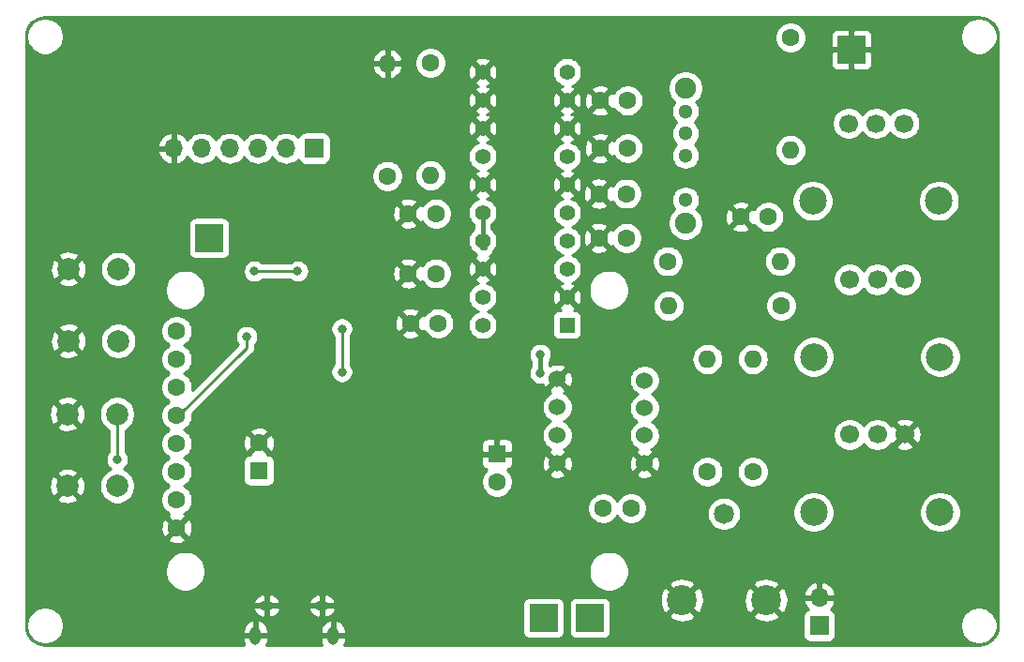
<source format=gbr>
G04 #@! TF.GenerationSoftware,KiCad,Pcbnew,(5.1.2-1)-1*
G04 #@! TF.CreationDate,2019-07-12T16:43:51-07:00*
G04 #@! TF.ProjectId,wavegenerator_v1,77617665-6765-46e6-9572-61746f725f76,rev?*
G04 #@! TF.SameCoordinates,Original*
G04 #@! TF.FileFunction,Copper,L2,Bot*
G04 #@! TF.FilePolarity,Positive*
%FSLAX46Y46*%
G04 Gerber Fmt 4.6, Leading zero omitted, Abs format (unit mm)*
G04 Created by KiCad (PCBNEW (5.1.2-1)-1) date 2019-07-12 16:43:51*
%MOMM*%
%LPD*%
G04 APERTURE LIST*
%ADD10C,1.600000*%
%ADD11C,1.524000*%
%ADD12O,1.600000X1.600000*%
%ADD13C,2.500000*%
%ADD14C,1.700000*%
%ADD15C,1.900000*%
%ADD16C,1.300000*%
%ADD17R,1.397000X1.397000*%
%ADD18C,1.397000*%
%ADD19R,1.600000X1.600000*%
%ADD20C,1.824000*%
%ADD21C,2.700000*%
%ADD22R,2.500000X2.500000*%
%ADD23O,1.700000X1.700000*%
%ADD24R,1.700000X1.700000*%
%ADD25C,2.000000*%
%ADD26O,1.250000X0.950000*%
%ADD27O,1.000000X1.650000*%
%ADD28C,0.800000*%
%ADD29C,0.400000*%
%ADD30C,0.250000*%
%ADD31C,0.254000*%
G04 APERTURE END LIST*
D10*
X59780000Y-71010000D03*
X59780000Y-73550000D03*
X59780000Y-76090000D03*
X59780000Y-78630000D03*
X59780000Y-81170000D03*
X59780000Y-83710000D03*
X59780000Y-86250000D03*
X59780000Y-88790000D03*
D11*
X94140000Y-75330000D03*
X94140000Y-77870000D03*
X94140000Y-80410000D03*
X94140000Y-82950000D03*
X102010000Y-75450000D03*
X102010000Y-77950000D03*
X102010000Y-80410000D03*
X102010000Y-82950000D03*
D12*
X111800000Y-73540000D03*
D10*
X111800000Y-83700000D03*
X100800000Y-87000000D03*
X98300000Y-87000000D03*
D13*
X117300000Y-87350000D03*
X128700000Y-87350000D03*
D14*
X120540000Y-80350000D03*
X123040000Y-80350000D03*
X125540000Y-80350000D03*
D13*
X117300000Y-73350000D03*
X128700000Y-73350000D03*
D14*
X120540000Y-66350000D03*
X123040000Y-66350000D03*
X125540000Y-66350000D03*
D13*
X117200000Y-59250000D03*
X128600000Y-59250000D03*
D14*
X120440000Y-52250000D03*
X122940000Y-52250000D03*
X125440000Y-52250000D03*
D10*
X97900000Y-62600000D03*
X100400000Y-62600000D03*
X80700000Y-60400000D03*
X83200000Y-60400000D03*
X110700000Y-60700000D03*
X113200000Y-60700000D03*
X97900000Y-58600000D03*
X100400000Y-58600000D03*
X98000000Y-54500000D03*
X100500000Y-54500000D03*
X98000000Y-50200000D03*
X100500000Y-50200000D03*
D15*
X105720000Y-49060000D03*
D16*
X105720000Y-51160000D03*
X105720000Y-53160000D03*
X105720000Y-55160000D03*
X105720000Y-59160000D03*
D15*
X105720000Y-61260000D03*
D17*
X95020000Y-70460000D03*
D18*
X95020000Y-67920000D03*
X95020000Y-65380000D03*
X95020000Y-62840000D03*
X95020000Y-60300000D03*
X95020000Y-57760000D03*
X95020000Y-55220000D03*
X95020000Y-52680000D03*
X95020000Y-50140000D03*
X95020000Y-47600000D03*
X87400000Y-47600000D03*
X87400000Y-50140000D03*
X87400000Y-52680000D03*
X87400000Y-55220000D03*
X87400000Y-57760000D03*
X87400000Y-60300000D03*
X87400000Y-62840000D03*
X87400000Y-65380000D03*
X87400000Y-67920000D03*
X87400000Y-70460000D03*
D10*
X88700000Y-84600000D03*
D19*
X88700000Y-82100000D03*
D10*
X67200000Y-81100000D03*
D19*
X67200000Y-83600000D03*
D20*
X109200000Y-87500000D03*
D21*
X113000000Y-95300000D03*
X105400000Y-95300000D03*
D12*
X104190000Y-68730000D03*
D10*
X114350000Y-68730000D03*
D22*
X120700000Y-45600000D03*
X92900000Y-96900000D03*
X97100000Y-96900000D03*
X62700000Y-62600000D03*
D23*
X117800000Y-95060000D03*
D24*
X117800000Y-97600000D03*
D12*
X82700000Y-56960000D03*
D10*
X82700000Y-46800000D03*
D12*
X78800000Y-46840000D03*
D10*
X78800000Y-57000000D03*
D23*
X59500000Y-54500000D03*
X62040000Y-54500000D03*
X64580000Y-54500000D03*
X67120000Y-54500000D03*
X69660000Y-54500000D03*
D24*
X72200000Y-54500000D03*
D10*
X104100000Y-64700000D03*
D12*
X114260000Y-64700000D03*
D25*
X54500000Y-71900000D03*
X50000000Y-71900000D03*
X54500000Y-65400000D03*
X50000000Y-65400000D03*
D12*
X107700000Y-73540000D03*
D10*
X107700000Y-83700000D03*
X83400000Y-70300000D03*
X80900000Y-70300000D03*
X80700000Y-65800000D03*
X83200000Y-65800000D03*
D26*
X67900000Y-95800000D03*
D27*
X73900000Y-98500000D03*
X66900000Y-98500000D03*
D26*
X72900000Y-95800000D03*
D10*
X115200000Y-44500000D03*
D12*
X115200000Y-54660000D03*
D25*
X49900000Y-78500000D03*
X54400000Y-78500000D03*
X49900000Y-85000000D03*
X54400000Y-85000000D03*
D28*
X78700000Y-82200000D03*
X78700000Y-73500000D03*
X69500000Y-60900000D03*
X68300000Y-69000000D03*
X67500000Y-74700000D03*
X69100000Y-74700000D03*
X55900000Y-97000000D03*
X49700000Y-87100000D03*
X73500000Y-82200000D03*
X78300000Y-94700000D03*
X92600000Y-74800000D03*
X92600000Y-73100000D03*
X74700000Y-74700000D03*
X74700000Y-70800000D03*
X54400000Y-82600000D03*
X66100000Y-71500000D03*
X70700000Y-65600000D03*
X66800000Y-65600000D03*
D29*
X87382398Y-63500000D02*
X87630000Y-63500000D01*
X87400000Y-60300000D02*
X87400000Y-62840000D01*
X92600000Y-74800000D02*
X92600000Y-73100000D01*
D30*
X74700000Y-70800000D02*
X74700000Y-74700000D01*
X54400000Y-82600000D02*
X54400000Y-78500000D01*
X66100000Y-72510000D02*
X59780000Y-78830000D01*
X66100000Y-71500000D02*
X66100000Y-72510000D01*
X70700000Y-65600000D02*
X66800000Y-65600000D01*
D31*
G36*
X132537351Y-42696243D02*
G01*
X132861856Y-42794217D01*
X133161152Y-42953354D01*
X133423832Y-43167592D01*
X133639902Y-43428776D01*
X133801125Y-43726951D01*
X133901362Y-44050765D01*
X133940000Y-44418382D01*
X133940001Y-97567710D01*
X133903757Y-97937353D01*
X133805784Y-98261855D01*
X133646646Y-98561151D01*
X133432410Y-98823831D01*
X133171224Y-99039902D01*
X132873051Y-99201124D01*
X132549236Y-99301362D01*
X132181618Y-99340000D01*
X74915768Y-99340000D01*
X74988415Y-99170987D01*
X75035000Y-98952000D01*
X75035000Y-98627000D01*
X74027000Y-98627000D01*
X74027000Y-98647000D01*
X73773000Y-98647000D01*
X73773000Y-98627000D01*
X72765000Y-98627000D01*
X72765000Y-98952000D01*
X72811585Y-99170987D01*
X72884232Y-99340000D01*
X67915768Y-99340000D01*
X67988415Y-99170987D01*
X68035000Y-98952000D01*
X68035000Y-98627000D01*
X67027000Y-98627000D01*
X67027000Y-98647000D01*
X66773000Y-98647000D01*
X66773000Y-98627000D01*
X65765000Y-98627000D01*
X65765000Y-98952000D01*
X65811585Y-99170987D01*
X65884232Y-99340000D01*
X47932280Y-99340000D01*
X47562647Y-99303757D01*
X47238145Y-99205784D01*
X46938849Y-99046646D01*
X46676169Y-98832410D01*
X46460098Y-98571224D01*
X46298876Y-98273051D01*
X46198638Y-97949236D01*
X46160000Y-97581618D01*
X46160000Y-97434042D01*
X46215000Y-97434042D01*
X46215000Y-97765958D01*
X46279754Y-98091496D01*
X46406772Y-98398147D01*
X46591175Y-98674125D01*
X46825875Y-98908825D01*
X47101853Y-99093228D01*
X47408504Y-99220246D01*
X47734042Y-99285000D01*
X48065958Y-99285000D01*
X48391496Y-99220246D01*
X48698147Y-99093228D01*
X48974125Y-98908825D01*
X49208825Y-98674125D01*
X49393228Y-98398147D01*
X49520246Y-98091496D01*
X49528897Y-98048000D01*
X65765000Y-98048000D01*
X65765000Y-98373000D01*
X66773000Y-98373000D01*
X66773000Y-97207046D01*
X67027000Y-97207046D01*
X67027000Y-98373000D01*
X68035000Y-98373000D01*
X68035000Y-98048000D01*
X72765000Y-98048000D01*
X72765000Y-98373000D01*
X73773000Y-98373000D01*
X73773000Y-97207046D01*
X74027000Y-97207046D01*
X74027000Y-98373000D01*
X75035000Y-98373000D01*
X75035000Y-98048000D01*
X74988415Y-97829013D01*
X74900003Y-97623322D01*
X74773161Y-97438831D01*
X74612764Y-97282631D01*
X74424976Y-97160724D01*
X74201874Y-97080881D01*
X74027000Y-97207046D01*
X73773000Y-97207046D01*
X73598126Y-97080881D01*
X73375024Y-97160724D01*
X73187236Y-97282631D01*
X73026839Y-97438831D01*
X72899997Y-97623322D01*
X72811585Y-97829013D01*
X72765000Y-98048000D01*
X68035000Y-98048000D01*
X67988415Y-97829013D01*
X67900003Y-97623322D01*
X67773161Y-97438831D01*
X67612764Y-97282631D01*
X67424976Y-97160724D01*
X67201874Y-97080881D01*
X67027000Y-97207046D01*
X66773000Y-97207046D01*
X66598126Y-97080881D01*
X66375024Y-97160724D01*
X66187236Y-97282631D01*
X66026839Y-97438831D01*
X65899997Y-97623322D01*
X65811585Y-97829013D01*
X65765000Y-98048000D01*
X49528897Y-98048000D01*
X49585000Y-97765958D01*
X49585000Y-97434042D01*
X49520246Y-97108504D01*
X49393228Y-96801853D01*
X49208825Y-96525875D01*
X48974125Y-96291175D01*
X48698147Y-96106772D01*
X48676820Y-96097938D01*
X66680732Y-96097938D01*
X66750397Y-96286150D01*
X66864447Y-96471822D01*
X67012529Y-96631676D01*
X67188951Y-96759569D01*
X67386934Y-96850586D01*
X67598869Y-96901230D01*
X67773000Y-96752564D01*
X67773000Y-95927000D01*
X68027000Y-95927000D01*
X68027000Y-96752564D01*
X68201131Y-96901230D01*
X68413066Y-96850586D01*
X68611049Y-96759569D01*
X68787471Y-96631676D01*
X68935553Y-96471822D01*
X69049603Y-96286150D01*
X69119268Y-96097938D01*
X71680732Y-96097938D01*
X71750397Y-96286150D01*
X71864447Y-96471822D01*
X72012529Y-96631676D01*
X72188951Y-96759569D01*
X72386934Y-96850586D01*
X72598869Y-96901230D01*
X72773000Y-96752564D01*
X72773000Y-95927000D01*
X73027000Y-95927000D01*
X73027000Y-96752564D01*
X73201131Y-96901230D01*
X73413066Y-96850586D01*
X73611049Y-96759569D01*
X73787471Y-96631676D01*
X73935553Y-96471822D01*
X74049603Y-96286150D01*
X74119268Y-96097938D01*
X73992734Y-95927000D01*
X73027000Y-95927000D01*
X72773000Y-95927000D01*
X71807266Y-95927000D01*
X71680732Y-96097938D01*
X69119268Y-96097938D01*
X68992734Y-95927000D01*
X68027000Y-95927000D01*
X67773000Y-95927000D01*
X66807266Y-95927000D01*
X66680732Y-96097938D01*
X48676820Y-96097938D01*
X48391496Y-95979754D01*
X48065958Y-95915000D01*
X47734042Y-95915000D01*
X47408504Y-95979754D01*
X47101853Y-96106772D01*
X46825875Y-96291175D01*
X46591175Y-96525875D01*
X46406772Y-96801853D01*
X46279754Y-97108504D01*
X46215000Y-97434042D01*
X46160000Y-97434042D01*
X46160000Y-95502062D01*
X66680732Y-95502062D01*
X66807266Y-95673000D01*
X67773000Y-95673000D01*
X67773000Y-94847436D01*
X68027000Y-94847436D01*
X68027000Y-95673000D01*
X68992734Y-95673000D01*
X69119268Y-95502062D01*
X71680732Y-95502062D01*
X71807266Y-95673000D01*
X72773000Y-95673000D01*
X72773000Y-94847436D01*
X73027000Y-94847436D01*
X73027000Y-95673000D01*
X73992734Y-95673000D01*
X74009759Y-95650000D01*
X91011928Y-95650000D01*
X91011928Y-98150000D01*
X91024188Y-98274482D01*
X91060498Y-98394180D01*
X91119463Y-98504494D01*
X91198815Y-98601185D01*
X91295506Y-98680537D01*
X91405820Y-98739502D01*
X91525518Y-98775812D01*
X91650000Y-98788072D01*
X94150000Y-98788072D01*
X94274482Y-98775812D01*
X94394180Y-98739502D01*
X94504494Y-98680537D01*
X94601185Y-98601185D01*
X94680537Y-98504494D01*
X94739502Y-98394180D01*
X94775812Y-98274482D01*
X94788072Y-98150000D01*
X94788072Y-95650000D01*
X95211928Y-95650000D01*
X95211928Y-98150000D01*
X95224188Y-98274482D01*
X95260498Y-98394180D01*
X95319463Y-98504494D01*
X95398815Y-98601185D01*
X95495506Y-98680537D01*
X95605820Y-98739502D01*
X95725518Y-98775812D01*
X95850000Y-98788072D01*
X98350000Y-98788072D01*
X98474482Y-98775812D01*
X98594180Y-98739502D01*
X98704494Y-98680537D01*
X98801185Y-98601185D01*
X98880537Y-98504494D01*
X98939502Y-98394180D01*
X98975812Y-98274482D01*
X98988072Y-98150000D01*
X98988072Y-96684838D01*
X104194767Y-96684838D01*
X104332724Y-96985044D01*
X104681967Y-97160882D01*
X105058804Y-97265207D01*
X105448753Y-97294009D01*
X105836828Y-97246184D01*
X106208116Y-97123568D01*
X106467276Y-96985044D01*
X106605233Y-96684838D01*
X111794767Y-96684838D01*
X111932724Y-96985044D01*
X112281967Y-97160882D01*
X112658804Y-97265207D01*
X113048753Y-97294009D01*
X113436828Y-97246184D01*
X113808116Y-97123568D01*
X114067276Y-96985044D01*
X114175288Y-96750000D01*
X116311928Y-96750000D01*
X116311928Y-98450000D01*
X116324188Y-98574482D01*
X116360498Y-98694180D01*
X116419463Y-98804494D01*
X116498815Y-98901185D01*
X116595506Y-98980537D01*
X116705820Y-99039502D01*
X116825518Y-99075812D01*
X116950000Y-99088072D01*
X118650000Y-99088072D01*
X118774482Y-99075812D01*
X118894180Y-99039502D01*
X119004494Y-98980537D01*
X119101185Y-98901185D01*
X119180537Y-98804494D01*
X119239502Y-98694180D01*
X119275812Y-98574482D01*
X119288072Y-98450000D01*
X119288072Y-97434042D01*
X130515000Y-97434042D01*
X130515000Y-97765958D01*
X130579754Y-98091496D01*
X130706772Y-98398147D01*
X130891175Y-98674125D01*
X131125875Y-98908825D01*
X131401853Y-99093228D01*
X131708504Y-99220246D01*
X132034042Y-99285000D01*
X132365958Y-99285000D01*
X132691496Y-99220246D01*
X132998147Y-99093228D01*
X133274125Y-98908825D01*
X133508825Y-98674125D01*
X133693228Y-98398147D01*
X133820246Y-98091496D01*
X133885000Y-97765958D01*
X133885000Y-97434042D01*
X133820246Y-97108504D01*
X133693228Y-96801853D01*
X133508825Y-96525875D01*
X133274125Y-96291175D01*
X132998147Y-96106772D01*
X132691496Y-95979754D01*
X132365958Y-95915000D01*
X132034042Y-95915000D01*
X131708504Y-95979754D01*
X131401853Y-96106772D01*
X131125875Y-96291175D01*
X130891175Y-96525875D01*
X130706772Y-96801853D01*
X130579754Y-97108504D01*
X130515000Y-97434042D01*
X119288072Y-97434042D01*
X119288072Y-96750000D01*
X119275812Y-96625518D01*
X119239502Y-96505820D01*
X119180537Y-96395506D01*
X119101185Y-96298815D01*
X119004494Y-96219463D01*
X118894180Y-96160498D01*
X118813534Y-96136034D01*
X118897588Y-96060269D01*
X119071641Y-95826920D01*
X119196825Y-95564099D01*
X119241476Y-95416890D01*
X119120155Y-95187000D01*
X117927000Y-95187000D01*
X117927000Y-95207000D01*
X117673000Y-95207000D01*
X117673000Y-95187000D01*
X116479845Y-95187000D01*
X116358524Y-95416890D01*
X116403175Y-95564099D01*
X116528359Y-95826920D01*
X116702412Y-96060269D01*
X116786466Y-96136034D01*
X116705820Y-96160498D01*
X116595506Y-96219463D01*
X116498815Y-96298815D01*
X116419463Y-96395506D01*
X116360498Y-96505820D01*
X116324188Y-96625518D01*
X116311928Y-96750000D01*
X114175288Y-96750000D01*
X114205233Y-96684838D01*
X113000000Y-95479605D01*
X111794767Y-96684838D01*
X106605233Y-96684838D01*
X105400000Y-95479605D01*
X104194767Y-96684838D01*
X98988072Y-96684838D01*
X98988072Y-95650000D01*
X98975812Y-95525518D01*
X98939502Y-95405820D01*
X98908999Y-95348753D01*
X103405991Y-95348753D01*
X103453816Y-95736828D01*
X103576432Y-96108116D01*
X103714956Y-96367276D01*
X104015162Y-96505233D01*
X105220395Y-95300000D01*
X105579605Y-95300000D01*
X106784838Y-96505233D01*
X107085044Y-96367276D01*
X107260882Y-96018033D01*
X107365207Y-95641196D01*
X107386807Y-95348753D01*
X111005991Y-95348753D01*
X111053816Y-95736828D01*
X111176432Y-96108116D01*
X111314956Y-96367276D01*
X111615162Y-96505233D01*
X112820395Y-95300000D01*
X113179605Y-95300000D01*
X114384838Y-96505233D01*
X114685044Y-96367276D01*
X114860882Y-96018033D01*
X114965207Y-95641196D01*
X114994009Y-95251247D01*
X114946184Y-94863172D01*
X114893325Y-94703110D01*
X116358524Y-94703110D01*
X116479845Y-94933000D01*
X117673000Y-94933000D01*
X117673000Y-93739186D01*
X117927000Y-93739186D01*
X117927000Y-94933000D01*
X119120155Y-94933000D01*
X119241476Y-94703110D01*
X119196825Y-94555901D01*
X119071641Y-94293080D01*
X118897588Y-94059731D01*
X118681355Y-93864822D01*
X118431252Y-93715843D01*
X118156891Y-93618519D01*
X117927000Y-93739186D01*
X117673000Y-93739186D01*
X117443109Y-93618519D01*
X117168748Y-93715843D01*
X116918645Y-93864822D01*
X116702412Y-94059731D01*
X116528359Y-94293080D01*
X116403175Y-94555901D01*
X116358524Y-94703110D01*
X114893325Y-94703110D01*
X114823568Y-94491884D01*
X114685044Y-94232724D01*
X114384838Y-94094767D01*
X113179605Y-95300000D01*
X112820395Y-95300000D01*
X111615162Y-94094767D01*
X111314956Y-94232724D01*
X111139118Y-94581967D01*
X111034793Y-94958804D01*
X111005991Y-95348753D01*
X107386807Y-95348753D01*
X107394009Y-95251247D01*
X107346184Y-94863172D01*
X107223568Y-94491884D01*
X107085044Y-94232724D01*
X106784838Y-94094767D01*
X105579605Y-95300000D01*
X105220395Y-95300000D01*
X104015162Y-94094767D01*
X103714956Y-94232724D01*
X103539118Y-94581967D01*
X103434793Y-94958804D01*
X103405991Y-95348753D01*
X98908999Y-95348753D01*
X98880537Y-95295506D01*
X98801185Y-95198815D01*
X98704494Y-95119463D01*
X98594180Y-95060498D01*
X98474482Y-95024188D01*
X98350000Y-95011928D01*
X95850000Y-95011928D01*
X95725518Y-95024188D01*
X95605820Y-95060498D01*
X95495506Y-95119463D01*
X95398815Y-95198815D01*
X95319463Y-95295506D01*
X95260498Y-95405820D01*
X95224188Y-95525518D01*
X95211928Y-95650000D01*
X94788072Y-95650000D01*
X94775812Y-95525518D01*
X94739502Y-95405820D01*
X94680537Y-95295506D01*
X94601185Y-95198815D01*
X94504494Y-95119463D01*
X94394180Y-95060498D01*
X94274482Y-95024188D01*
X94150000Y-95011928D01*
X91650000Y-95011928D01*
X91525518Y-95024188D01*
X91405820Y-95060498D01*
X91295506Y-95119463D01*
X91198815Y-95198815D01*
X91119463Y-95295506D01*
X91060498Y-95405820D01*
X91024188Y-95525518D01*
X91011928Y-95650000D01*
X74009759Y-95650000D01*
X74119268Y-95502062D01*
X74049603Y-95313850D01*
X73935553Y-95128178D01*
X73787471Y-94968324D01*
X73611049Y-94840431D01*
X73413066Y-94749414D01*
X73201131Y-94698770D01*
X73027000Y-94847436D01*
X72773000Y-94847436D01*
X72598869Y-94698770D01*
X72386934Y-94749414D01*
X72188951Y-94840431D01*
X72012529Y-94968324D01*
X71864447Y-95128178D01*
X71750397Y-95313850D01*
X71680732Y-95502062D01*
X69119268Y-95502062D01*
X69049603Y-95313850D01*
X68935553Y-95128178D01*
X68787471Y-94968324D01*
X68611049Y-94840431D01*
X68413066Y-94749414D01*
X68201131Y-94698770D01*
X68027000Y-94847436D01*
X67773000Y-94847436D01*
X67598869Y-94698770D01*
X67386934Y-94749414D01*
X67188951Y-94840431D01*
X67012529Y-94968324D01*
X66864447Y-95128178D01*
X66750397Y-95313850D01*
X66680732Y-95502062D01*
X46160000Y-95502062D01*
X46160000Y-92519268D01*
X58725000Y-92519268D01*
X58725000Y-92880732D01*
X58795518Y-93235250D01*
X58933844Y-93569199D01*
X59134662Y-93869744D01*
X59390256Y-94125338D01*
X59690801Y-94326156D01*
X60024750Y-94464482D01*
X60379268Y-94535000D01*
X60740732Y-94535000D01*
X61095250Y-94464482D01*
X61429199Y-94326156D01*
X61729744Y-94125338D01*
X61985338Y-93869744D01*
X62186156Y-93569199D01*
X62324482Y-93235250D01*
X62395000Y-92880732D01*
X62395000Y-92519268D01*
X96965000Y-92519268D01*
X96965000Y-92880732D01*
X97035518Y-93235250D01*
X97173844Y-93569199D01*
X97374662Y-93869744D01*
X97630256Y-94125338D01*
X97930801Y-94326156D01*
X98264750Y-94464482D01*
X98619268Y-94535000D01*
X98980732Y-94535000D01*
X99335250Y-94464482D01*
X99669199Y-94326156D01*
X99969744Y-94125338D01*
X100179920Y-93915162D01*
X104194767Y-93915162D01*
X105400000Y-95120395D01*
X106605233Y-93915162D01*
X111794767Y-93915162D01*
X113000000Y-95120395D01*
X114205233Y-93915162D01*
X114067276Y-93614956D01*
X113718033Y-93439118D01*
X113341196Y-93334793D01*
X112951247Y-93305991D01*
X112563172Y-93353816D01*
X112191884Y-93476432D01*
X111932724Y-93614956D01*
X111794767Y-93915162D01*
X106605233Y-93915162D01*
X106467276Y-93614956D01*
X106118033Y-93439118D01*
X105741196Y-93334793D01*
X105351247Y-93305991D01*
X104963172Y-93353816D01*
X104591884Y-93476432D01*
X104332724Y-93614956D01*
X104194767Y-93915162D01*
X100179920Y-93915162D01*
X100225338Y-93869744D01*
X100426156Y-93569199D01*
X100564482Y-93235250D01*
X100635000Y-92880732D01*
X100635000Y-92519268D01*
X100564482Y-92164750D01*
X100426156Y-91830801D01*
X100225338Y-91530256D01*
X99969744Y-91274662D01*
X99669199Y-91073844D01*
X99335250Y-90935518D01*
X98980732Y-90865000D01*
X98619268Y-90865000D01*
X98264750Y-90935518D01*
X97930801Y-91073844D01*
X97630256Y-91274662D01*
X97374662Y-91530256D01*
X97173844Y-91830801D01*
X97035518Y-92164750D01*
X96965000Y-92519268D01*
X62395000Y-92519268D01*
X62324482Y-92164750D01*
X62186156Y-91830801D01*
X61985338Y-91530256D01*
X61729744Y-91274662D01*
X61429199Y-91073844D01*
X61095250Y-90935518D01*
X60740732Y-90865000D01*
X60379268Y-90865000D01*
X60024750Y-90935518D01*
X59690801Y-91073844D01*
X59390256Y-91274662D01*
X59134662Y-91530256D01*
X58933844Y-91830801D01*
X58795518Y-92164750D01*
X58725000Y-92519268D01*
X46160000Y-92519268D01*
X46160000Y-89782702D01*
X58966903Y-89782702D01*
X59038486Y-90026671D01*
X59293996Y-90147571D01*
X59568184Y-90216300D01*
X59850512Y-90230217D01*
X60130130Y-90188787D01*
X60396292Y-90093603D01*
X60521514Y-90026671D01*
X60593097Y-89782702D01*
X59780000Y-88969605D01*
X58966903Y-89782702D01*
X46160000Y-89782702D01*
X46160000Y-88860512D01*
X58339783Y-88860512D01*
X58381213Y-89140130D01*
X58476397Y-89406292D01*
X58543329Y-89531514D01*
X58787298Y-89603097D01*
X59600395Y-88790000D01*
X59959605Y-88790000D01*
X60772702Y-89603097D01*
X61016671Y-89531514D01*
X61137571Y-89276004D01*
X61206300Y-89001816D01*
X61220217Y-88719488D01*
X61178787Y-88439870D01*
X61083603Y-88173708D01*
X61016671Y-88048486D01*
X60772702Y-87976903D01*
X59959605Y-88790000D01*
X59600395Y-88790000D01*
X58787298Y-87976903D01*
X58543329Y-88048486D01*
X58422429Y-88303996D01*
X58353700Y-88578184D01*
X58339783Y-88860512D01*
X46160000Y-88860512D01*
X46160000Y-86135413D01*
X48944192Y-86135413D01*
X49039956Y-86399814D01*
X49329571Y-86540704D01*
X49641108Y-86622384D01*
X49962595Y-86641718D01*
X50281675Y-86597961D01*
X50586088Y-86492795D01*
X50760044Y-86399814D01*
X50855808Y-86135413D01*
X49900000Y-85179605D01*
X48944192Y-86135413D01*
X46160000Y-86135413D01*
X46160000Y-85062595D01*
X48258282Y-85062595D01*
X48302039Y-85381675D01*
X48407205Y-85686088D01*
X48500186Y-85860044D01*
X48764587Y-85955808D01*
X49720395Y-85000000D01*
X50079605Y-85000000D01*
X51035413Y-85955808D01*
X51299814Y-85860044D01*
X51440704Y-85570429D01*
X51522384Y-85258892D01*
X51541718Y-84937405D01*
X51497961Y-84618325D01*
X51392795Y-84313912D01*
X51299814Y-84139956D01*
X51035413Y-84044192D01*
X50079605Y-85000000D01*
X49720395Y-85000000D01*
X48764587Y-84044192D01*
X48500186Y-84139956D01*
X48359296Y-84429571D01*
X48277616Y-84741108D01*
X48258282Y-85062595D01*
X46160000Y-85062595D01*
X46160000Y-83864587D01*
X48944192Y-83864587D01*
X49900000Y-84820395D01*
X50855808Y-83864587D01*
X50760044Y-83600186D01*
X50470429Y-83459296D01*
X50158892Y-83377616D01*
X49837405Y-83358282D01*
X49518325Y-83402039D01*
X49213912Y-83507205D01*
X49039956Y-83600186D01*
X48944192Y-83864587D01*
X46160000Y-83864587D01*
X46160000Y-79635413D01*
X48944192Y-79635413D01*
X49039956Y-79899814D01*
X49329571Y-80040704D01*
X49641108Y-80122384D01*
X49962595Y-80141718D01*
X50281675Y-80097961D01*
X50586088Y-79992795D01*
X50760044Y-79899814D01*
X50855808Y-79635413D01*
X49900000Y-78679605D01*
X48944192Y-79635413D01*
X46160000Y-79635413D01*
X46160000Y-78562595D01*
X48258282Y-78562595D01*
X48302039Y-78881675D01*
X48407205Y-79186088D01*
X48500186Y-79360044D01*
X48764587Y-79455808D01*
X49720395Y-78500000D01*
X50079605Y-78500000D01*
X51035413Y-79455808D01*
X51299814Y-79360044D01*
X51440704Y-79070429D01*
X51522384Y-78758892D01*
X51541718Y-78437405D01*
X51528219Y-78338967D01*
X52765000Y-78338967D01*
X52765000Y-78661033D01*
X52827832Y-78976912D01*
X52951082Y-79274463D01*
X53130013Y-79542252D01*
X53357748Y-79769987D01*
X53625537Y-79948918D01*
X53640001Y-79954909D01*
X53640000Y-81896289D01*
X53596063Y-81940226D01*
X53482795Y-82109744D01*
X53404774Y-82298102D01*
X53365000Y-82498061D01*
X53365000Y-82701939D01*
X53404774Y-82901898D01*
X53482795Y-83090256D01*
X53596063Y-83259774D01*
X53740226Y-83403937D01*
X53832281Y-83465446D01*
X53625537Y-83551082D01*
X53357748Y-83730013D01*
X53130013Y-83957748D01*
X52951082Y-84225537D01*
X52827832Y-84523088D01*
X52765000Y-84838967D01*
X52765000Y-85161033D01*
X52827832Y-85476912D01*
X52951082Y-85774463D01*
X53130013Y-86042252D01*
X53357748Y-86269987D01*
X53625537Y-86448918D01*
X53923088Y-86572168D01*
X54238967Y-86635000D01*
X54561033Y-86635000D01*
X54876912Y-86572168D01*
X55174463Y-86448918D01*
X55442252Y-86269987D01*
X55669987Y-86042252D01*
X55848918Y-85774463D01*
X55972168Y-85476912D01*
X56035000Y-85161033D01*
X56035000Y-84838967D01*
X55972168Y-84523088D01*
X55848918Y-84225537D01*
X55669987Y-83957748D01*
X55442252Y-83730013D01*
X55174463Y-83551082D01*
X54967719Y-83465446D01*
X55059774Y-83403937D01*
X55203937Y-83259774D01*
X55317205Y-83090256D01*
X55395226Y-82901898D01*
X55435000Y-82701939D01*
X55435000Y-82498061D01*
X55395226Y-82298102D01*
X55317205Y-82109744D01*
X55203937Y-81940226D01*
X55160000Y-81896289D01*
X55160000Y-79954909D01*
X55174463Y-79948918D01*
X55442252Y-79769987D01*
X55669987Y-79542252D01*
X55848918Y-79274463D01*
X55972168Y-78976912D01*
X56035000Y-78661033D01*
X56035000Y-78338967D01*
X55972168Y-78023088D01*
X55848918Y-77725537D01*
X55669987Y-77457748D01*
X55442252Y-77230013D01*
X55174463Y-77051082D01*
X54876912Y-76927832D01*
X54561033Y-76865000D01*
X54238967Y-76865000D01*
X53923088Y-76927832D01*
X53625537Y-77051082D01*
X53357748Y-77230013D01*
X53130013Y-77457748D01*
X52951082Y-77725537D01*
X52827832Y-78023088D01*
X52765000Y-78338967D01*
X51528219Y-78338967D01*
X51497961Y-78118325D01*
X51392795Y-77813912D01*
X51299814Y-77639956D01*
X51035413Y-77544192D01*
X50079605Y-78500000D01*
X49720395Y-78500000D01*
X48764587Y-77544192D01*
X48500186Y-77639956D01*
X48359296Y-77929571D01*
X48277616Y-78241108D01*
X48258282Y-78562595D01*
X46160000Y-78562595D01*
X46160000Y-77364587D01*
X48944192Y-77364587D01*
X49900000Y-78320395D01*
X50855808Y-77364587D01*
X50760044Y-77100186D01*
X50470429Y-76959296D01*
X50158892Y-76877616D01*
X49837405Y-76858282D01*
X49518325Y-76902039D01*
X49213912Y-77007205D01*
X49039956Y-77100186D01*
X48944192Y-77364587D01*
X46160000Y-77364587D01*
X46160000Y-73035413D01*
X49044192Y-73035413D01*
X49139956Y-73299814D01*
X49429571Y-73440704D01*
X49741108Y-73522384D01*
X50062595Y-73541718D01*
X50381675Y-73497961D01*
X50686088Y-73392795D01*
X50860044Y-73299814D01*
X50955808Y-73035413D01*
X50000000Y-72079605D01*
X49044192Y-73035413D01*
X46160000Y-73035413D01*
X46160000Y-71962595D01*
X48358282Y-71962595D01*
X48402039Y-72281675D01*
X48507205Y-72586088D01*
X48600186Y-72760044D01*
X48864587Y-72855808D01*
X49820395Y-71900000D01*
X50179605Y-71900000D01*
X51135413Y-72855808D01*
X51399814Y-72760044D01*
X51540704Y-72470429D01*
X51622384Y-72158892D01*
X51641718Y-71837405D01*
X51628219Y-71738967D01*
X52865000Y-71738967D01*
X52865000Y-72061033D01*
X52927832Y-72376912D01*
X53051082Y-72674463D01*
X53230013Y-72942252D01*
X53457748Y-73169987D01*
X53725537Y-73348918D01*
X54023088Y-73472168D01*
X54338967Y-73535000D01*
X54661033Y-73535000D01*
X54976912Y-73472168D01*
X55274463Y-73348918D01*
X55542252Y-73169987D01*
X55769987Y-72942252D01*
X55948918Y-72674463D01*
X56072168Y-72376912D01*
X56135000Y-72061033D01*
X56135000Y-71738967D01*
X56072168Y-71423088D01*
X55948918Y-71125537D01*
X55777282Y-70868665D01*
X58345000Y-70868665D01*
X58345000Y-71151335D01*
X58400147Y-71428574D01*
X58508320Y-71689727D01*
X58665363Y-71924759D01*
X58865241Y-72124637D01*
X59097759Y-72280000D01*
X58865241Y-72435363D01*
X58665363Y-72635241D01*
X58508320Y-72870273D01*
X58400147Y-73131426D01*
X58345000Y-73408665D01*
X58345000Y-73691335D01*
X58400147Y-73968574D01*
X58508320Y-74229727D01*
X58665363Y-74464759D01*
X58865241Y-74664637D01*
X59097759Y-74820000D01*
X58865241Y-74975363D01*
X58665363Y-75175241D01*
X58508320Y-75410273D01*
X58400147Y-75671426D01*
X58345000Y-75948665D01*
X58345000Y-76231335D01*
X58400147Y-76508574D01*
X58508320Y-76769727D01*
X58665363Y-77004759D01*
X58865241Y-77204637D01*
X59097759Y-77360000D01*
X58865241Y-77515363D01*
X58665363Y-77715241D01*
X58508320Y-77950273D01*
X58400147Y-78211426D01*
X58345000Y-78488665D01*
X58345000Y-78771335D01*
X58400147Y-79048574D01*
X58508320Y-79309727D01*
X58665363Y-79544759D01*
X58865241Y-79744637D01*
X59097759Y-79900000D01*
X58865241Y-80055363D01*
X58665363Y-80255241D01*
X58508320Y-80490273D01*
X58400147Y-80751426D01*
X58345000Y-81028665D01*
X58345000Y-81311335D01*
X58400147Y-81588574D01*
X58508320Y-81849727D01*
X58665363Y-82084759D01*
X58865241Y-82284637D01*
X59097759Y-82440000D01*
X58865241Y-82595363D01*
X58665363Y-82795241D01*
X58508320Y-83030273D01*
X58400147Y-83291426D01*
X58345000Y-83568665D01*
X58345000Y-83851335D01*
X58400147Y-84128574D01*
X58508320Y-84389727D01*
X58665363Y-84624759D01*
X58865241Y-84824637D01*
X59097759Y-84980000D01*
X58865241Y-85135363D01*
X58665363Y-85335241D01*
X58508320Y-85570273D01*
X58400147Y-85831426D01*
X58345000Y-86108665D01*
X58345000Y-86391335D01*
X58400147Y-86668574D01*
X58508320Y-86929727D01*
X58665363Y-87164759D01*
X58865241Y-87364637D01*
X59099128Y-87520915D01*
X59038486Y-87553329D01*
X58966903Y-87797298D01*
X59780000Y-88610395D01*
X60593097Y-87797298D01*
X60521514Y-87553329D01*
X60457008Y-87522806D01*
X60459727Y-87521680D01*
X60694759Y-87364637D01*
X60894637Y-87164759D01*
X61051680Y-86929727D01*
X61081114Y-86858665D01*
X96865000Y-86858665D01*
X96865000Y-87141335D01*
X96920147Y-87418574D01*
X97028320Y-87679727D01*
X97185363Y-87914759D01*
X97385241Y-88114637D01*
X97620273Y-88271680D01*
X97881426Y-88379853D01*
X98158665Y-88435000D01*
X98441335Y-88435000D01*
X98718574Y-88379853D01*
X98979727Y-88271680D01*
X99214759Y-88114637D01*
X99414637Y-87914759D01*
X99550000Y-87712173D01*
X99685363Y-87914759D01*
X99885241Y-88114637D01*
X100120273Y-88271680D01*
X100381426Y-88379853D01*
X100658665Y-88435000D01*
X100941335Y-88435000D01*
X101218574Y-88379853D01*
X101479727Y-88271680D01*
X101714759Y-88114637D01*
X101914637Y-87914759D01*
X102071680Y-87679727D01*
X102179853Y-87418574D01*
X102193964Y-87347634D01*
X107653000Y-87347634D01*
X107653000Y-87652366D01*
X107712451Y-87951243D01*
X107829067Y-88232779D01*
X107998367Y-88486155D01*
X108213845Y-88701633D01*
X108467221Y-88870933D01*
X108748757Y-88987549D01*
X109047634Y-89047000D01*
X109352366Y-89047000D01*
X109651243Y-88987549D01*
X109932779Y-88870933D01*
X110186155Y-88701633D01*
X110401633Y-88486155D01*
X110570933Y-88232779D01*
X110687549Y-87951243D01*
X110747000Y-87652366D01*
X110747000Y-87347634D01*
X110710541Y-87164344D01*
X115415000Y-87164344D01*
X115415000Y-87535656D01*
X115487439Y-87899834D01*
X115629534Y-88242882D01*
X115835825Y-88551618D01*
X116098382Y-88814175D01*
X116407118Y-89020466D01*
X116750166Y-89162561D01*
X117114344Y-89235000D01*
X117485656Y-89235000D01*
X117849834Y-89162561D01*
X118192882Y-89020466D01*
X118501618Y-88814175D01*
X118764175Y-88551618D01*
X118970466Y-88242882D01*
X119112561Y-87899834D01*
X119185000Y-87535656D01*
X119185000Y-87164344D01*
X126815000Y-87164344D01*
X126815000Y-87535656D01*
X126887439Y-87899834D01*
X127029534Y-88242882D01*
X127235825Y-88551618D01*
X127498382Y-88814175D01*
X127807118Y-89020466D01*
X128150166Y-89162561D01*
X128514344Y-89235000D01*
X128885656Y-89235000D01*
X129249834Y-89162561D01*
X129592882Y-89020466D01*
X129901618Y-88814175D01*
X130164175Y-88551618D01*
X130370466Y-88242882D01*
X130512561Y-87899834D01*
X130585000Y-87535656D01*
X130585000Y-87164344D01*
X130512561Y-86800166D01*
X130370466Y-86457118D01*
X130164175Y-86148382D01*
X129901618Y-85885825D01*
X129592882Y-85679534D01*
X129249834Y-85537439D01*
X128885656Y-85465000D01*
X128514344Y-85465000D01*
X128150166Y-85537439D01*
X127807118Y-85679534D01*
X127498382Y-85885825D01*
X127235825Y-86148382D01*
X127029534Y-86457118D01*
X126887439Y-86800166D01*
X126815000Y-87164344D01*
X119185000Y-87164344D01*
X119112561Y-86800166D01*
X118970466Y-86457118D01*
X118764175Y-86148382D01*
X118501618Y-85885825D01*
X118192882Y-85679534D01*
X117849834Y-85537439D01*
X117485656Y-85465000D01*
X117114344Y-85465000D01*
X116750166Y-85537439D01*
X116407118Y-85679534D01*
X116098382Y-85885825D01*
X115835825Y-86148382D01*
X115629534Y-86457118D01*
X115487439Y-86800166D01*
X115415000Y-87164344D01*
X110710541Y-87164344D01*
X110687549Y-87048757D01*
X110570933Y-86767221D01*
X110401633Y-86513845D01*
X110186155Y-86298367D01*
X109932779Y-86129067D01*
X109651243Y-86012451D01*
X109352366Y-85953000D01*
X109047634Y-85953000D01*
X108748757Y-86012451D01*
X108467221Y-86129067D01*
X108213845Y-86298367D01*
X107998367Y-86513845D01*
X107829067Y-86767221D01*
X107712451Y-87048757D01*
X107653000Y-87347634D01*
X102193964Y-87347634D01*
X102235000Y-87141335D01*
X102235000Y-86858665D01*
X102179853Y-86581426D01*
X102071680Y-86320273D01*
X101914637Y-86085241D01*
X101714759Y-85885363D01*
X101479727Y-85728320D01*
X101218574Y-85620147D01*
X100941335Y-85565000D01*
X100658665Y-85565000D01*
X100381426Y-85620147D01*
X100120273Y-85728320D01*
X99885241Y-85885363D01*
X99685363Y-86085241D01*
X99550000Y-86287827D01*
X99414637Y-86085241D01*
X99214759Y-85885363D01*
X98979727Y-85728320D01*
X98718574Y-85620147D01*
X98441335Y-85565000D01*
X98158665Y-85565000D01*
X97881426Y-85620147D01*
X97620273Y-85728320D01*
X97385241Y-85885363D01*
X97185363Y-86085241D01*
X97028320Y-86320273D01*
X96920147Y-86581426D01*
X96865000Y-86858665D01*
X61081114Y-86858665D01*
X61159853Y-86668574D01*
X61215000Y-86391335D01*
X61215000Y-86108665D01*
X61159853Y-85831426D01*
X61051680Y-85570273D01*
X60894637Y-85335241D01*
X60694759Y-85135363D01*
X60462241Y-84980000D01*
X60694759Y-84824637D01*
X60894637Y-84624759D01*
X61051680Y-84389727D01*
X61159853Y-84128574D01*
X61215000Y-83851335D01*
X61215000Y-83568665D01*
X61159853Y-83291426D01*
X61051680Y-83030273D01*
X60897817Y-82800000D01*
X65761928Y-82800000D01*
X65761928Y-84400000D01*
X65774188Y-84524482D01*
X65810498Y-84644180D01*
X65869463Y-84754494D01*
X65948815Y-84851185D01*
X66045506Y-84930537D01*
X66155820Y-84989502D01*
X66275518Y-85025812D01*
X66400000Y-85038072D01*
X68000000Y-85038072D01*
X68124482Y-85025812D01*
X68244180Y-84989502D01*
X68354494Y-84930537D01*
X68451185Y-84851185D01*
X68530537Y-84754494D01*
X68589502Y-84644180D01*
X68625812Y-84524482D01*
X68638072Y-84400000D01*
X68638072Y-82900000D01*
X87261928Y-82900000D01*
X87274188Y-83024482D01*
X87310498Y-83144180D01*
X87369463Y-83254494D01*
X87448815Y-83351185D01*
X87545506Y-83430537D01*
X87655820Y-83489502D01*
X87751943Y-83518661D01*
X87585363Y-83685241D01*
X87428320Y-83920273D01*
X87320147Y-84181426D01*
X87265000Y-84458665D01*
X87265000Y-84741335D01*
X87320147Y-85018574D01*
X87428320Y-85279727D01*
X87585363Y-85514759D01*
X87785241Y-85714637D01*
X88020273Y-85871680D01*
X88281426Y-85979853D01*
X88558665Y-86035000D01*
X88841335Y-86035000D01*
X89118574Y-85979853D01*
X89379727Y-85871680D01*
X89614759Y-85714637D01*
X89814637Y-85514759D01*
X89971680Y-85279727D01*
X90079853Y-85018574D01*
X90135000Y-84741335D01*
X90135000Y-84458665D01*
X90079853Y-84181426D01*
X89971680Y-83920273D01*
X89968535Y-83915565D01*
X93354040Y-83915565D01*
X93421020Y-84155656D01*
X93670048Y-84272756D01*
X93937135Y-84339023D01*
X94212017Y-84351910D01*
X94484133Y-84310922D01*
X94743023Y-84217636D01*
X94858980Y-84155656D01*
X94925960Y-83915565D01*
X101224040Y-83915565D01*
X101291020Y-84155656D01*
X101540048Y-84272756D01*
X101807135Y-84339023D01*
X102082017Y-84351910D01*
X102354133Y-84310922D01*
X102613023Y-84217636D01*
X102728980Y-84155656D01*
X102795960Y-83915565D01*
X102010000Y-83129605D01*
X101224040Y-83915565D01*
X94925960Y-83915565D01*
X94140000Y-83129605D01*
X93354040Y-83915565D01*
X89968535Y-83915565D01*
X89814637Y-83685241D01*
X89648057Y-83518661D01*
X89744180Y-83489502D01*
X89854494Y-83430537D01*
X89951185Y-83351185D01*
X90030537Y-83254494D01*
X90089502Y-83144180D01*
X90125812Y-83024482D01*
X90126054Y-83022017D01*
X92738090Y-83022017D01*
X92779078Y-83294133D01*
X92872364Y-83553023D01*
X92934344Y-83668980D01*
X93174435Y-83735960D01*
X93960395Y-82950000D01*
X94319605Y-82950000D01*
X95105565Y-83735960D01*
X95345656Y-83668980D01*
X95462756Y-83419952D01*
X95529023Y-83152865D01*
X95535157Y-83022017D01*
X100608090Y-83022017D01*
X100649078Y-83294133D01*
X100742364Y-83553023D01*
X100804344Y-83668980D01*
X101044435Y-83735960D01*
X101830395Y-82950000D01*
X102189605Y-82950000D01*
X102975565Y-83735960D01*
X103215656Y-83668980D01*
X103267529Y-83558665D01*
X106265000Y-83558665D01*
X106265000Y-83841335D01*
X106320147Y-84118574D01*
X106428320Y-84379727D01*
X106585363Y-84614759D01*
X106785241Y-84814637D01*
X107020273Y-84971680D01*
X107281426Y-85079853D01*
X107558665Y-85135000D01*
X107841335Y-85135000D01*
X108118574Y-85079853D01*
X108379727Y-84971680D01*
X108614759Y-84814637D01*
X108814637Y-84614759D01*
X108971680Y-84379727D01*
X109079853Y-84118574D01*
X109135000Y-83841335D01*
X109135000Y-83558665D01*
X110365000Y-83558665D01*
X110365000Y-83841335D01*
X110420147Y-84118574D01*
X110528320Y-84379727D01*
X110685363Y-84614759D01*
X110885241Y-84814637D01*
X111120273Y-84971680D01*
X111381426Y-85079853D01*
X111658665Y-85135000D01*
X111941335Y-85135000D01*
X112218574Y-85079853D01*
X112479727Y-84971680D01*
X112714759Y-84814637D01*
X112914637Y-84614759D01*
X113071680Y-84379727D01*
X113179853Y-84118574D01*
X113235000Y-83841335D01*
X113235000Y-83558665D01*
X113179853Y-83281426D01*
X113071680Y-83020273D01*
X112914637Y-82785241D01*
X112714759Y-82585363D01*
X112479727Y-82428320D01*
X112218574Y-82320147D01*
X111941335Y-82265000D01*
X111658665Y-82265000D01*
X111381426Y-82320147D01*
X111120273Y-82428320D01*
X110885241Y-82585363D01*
X110685363Y-82785241D01*
X110528320Y-83020273D01*
X110420147Y-83281426D01*
X110365000Y-83558665D01*
X109135000Y-83558665D01*
X109079853Y-83281426D01*
X108971680Y-83020273D01*
X108814637Y-82785241D01*
X108614759Y-82585363D01*
X108379727Y-82428320D01*
X108118574Y-82320147D01*
X107841335Y-82265000D01*
X107558665Y-82265000D01*
X107281426Y-82320147D01*
X107020273Y-82428320D01*
X106785241Y-82585363D01*
X106585363Y-82785241D01*
X106428320Y-83020273D01*
X106320147Y-83281426D01*
X106265000Y-83558665D01*
X103267529Y-83558665D01*
X103332756Y-83419952D01*
X103399023Y-83152865D01*
X103411910Y-82877983D01*
X103370922Y-82605867D01*
X103277636Y-82346977D01*
X103215656Y-82231020D01*
X102975565Y-82164040D01*
X102189605Y-82950000D01*
X101830395Y-82950000D01*
X101044435Y-82164040D01*
X100804344Y-82231020D01*
X100687244Y-82480048D01*
X100620977Y-82747135D01*
X100608090Y-83022017D01*
X95535157Y-83022017D01*
X95541910Y-82877983D01*
X95500922Y-82605867D01*
X95407636Y-82346977D01*
X95345656Y-82231020D01*
X95105565Y-82164040D01*
X94319605Y-82950000D01*
X93960395Y-82950000D01*
X93174435Y-82164040D01*
X92934344Y-82231020D01*
X92817244Y-82480048D01*
X92750977Y-82747135D01*
X92738090Y-83022017D01*
X90126054Y-83022017D01*
X90138072Y-82900000D01*
X90135000Y-82385750D01*
X89976250Y-82227000D01*
X88827000Y-82227000D01*
X88827000Y-82247000D01*
X88573000Y-82247000D01*
X88573000Y-82227000D01*
X87423750Y-82227000D01*
X87265000Y-82385750D01*
X87261928Y-82900000D01*
X68638072Y-82900000D01*
X68638072Y-82800000D01*
X68625812Y-82675518D01*
X68589502Y-82555820D01*
X68530537Y-82445506D01*
X68451185Y-82348815D01*
X68354494Y-82269463D01*
X68244180Y-82210498D01*
X68124482Y-82174188D01*
X68000000Y-82161928D01*
X67992785Y-82161928D01*
X68013097Y-82092702D01*
X67200000Y-81279605D01*
X66386903Y-82092702D01*
X66407215Y-82161928D01*
X66400000Y-82161928D01*
X66275518Y-82174188D01*
X66155820Y-82210498D01*
X66045506Y-82269463D01*
X65948815Y-82348815D01*
X65869463Y-82445506D01*
X65810498Y-82555820D01*
X65774188Y-82675518D01*
X65761928Y-82800000D01*
X60897817Y-82800000D01*
X60894637Y-82795241D01*
X60694759Y-82595363D01*
X60462241Y-82440000D01*
X60694759Y-82284637D01*
X60894637Y-82084759D01*
X61051680Y-81849727D01*
X61159853Y-81588574D01*
X61215000Y-81311335D01*
X61215000Y-81170512D01*
X65759783Y-81170512D01*
X65801213Y-81450130D01*
X65896397Y-81716292D01*
X65963329Y-81841514D01*
X66207298Y-81913097D01*
X67020395Y-81100000D01*
X67379605Y-81100000D01*
X68192702Y-81913097D01*
X68436671Y-81841514D01*
X68557571Y-81586004D01*
X68626300Y-81311816D01*
X68626882Y-81300000D01*
X87261928Y-81300000D01*
X87265000Y-81814250D01*
X87423750Y-81973000D01*
X88573000Y-81973000D01*
X88573000Y-80823750D01*
X88827000Y-80823750D01*
X88827000Y-81973000D01*
X89976250Y-81973000D01*
X90135000Y-81814250D01*
X90138072Y-81300000D01*
X90125812Y-81175518D01*
X90089502Y-81055820D01*
X90030537Y-80945506D01*
X89951185Y-80848815D01*
X89854494Y-80769463D01*
X89744180Y-80710498D01*
X89624482Y-80674188D01*
X89500000Y-80661928D01*
X88985750Y-80665000D01*
X88827000Y-80823750D01*
X88573000Y-80823750D01*
X88414250Y-80665000D01*
X87900000Y-80661928D01*
X87775518Y-80674188D01*
X87655820Y-80710498D01*
X87545506Y-80769463D01*
X87448815Y-80848815D01*
X87369463Y-80945506D01*
X87310498Y-81055820D01*
X87274188Y-81175518D01*
X87261928Y-81300000D01*
X68626882Y-81300000D01*
X68640217Y-81029488D01*
X68598787Y-80749870D01*
X68503603Y-80483708D01*
X68436671Y-80358486D01*
X68192702Y-80286903D01*
X67379605Y-81100000D01*
X67020395Y-81100000D01*
X66207298Y-80286903D01*
X65963329Y-80358486D01*
X65842429Y-80613996D01*
X65773700Y-80888184D01*
X65759783Y-81170512D01*
X61215000Y-81170512D01*
X61215000Y-81028665D01*
X61159853Y-80751426D01*
X61051680Y-80490273D01*
X60894637Y-80255241D01*
X60746694Y-80107298D01*
X66386903Y-80107298D01*
X67200000Y-80920395D01*
X68013097Y-80107298D01*
X67941514Y-79863329D01*
X67686004Y-79742429D01*
X67411816Y-79673700D01*
X67129488Y-79659783D01*
X66849870Y-79701213D01*
X66583708Y-79796397D01*
X66458486Y-79863329D01*
X66386903Y-80107298D01*
X60746694Y-80107298D01*
X60694759Y-80055363D01*
X60462241Y-79900000D01*
X60694759Y-79744637D01*
X60894637Y-79544759D01*
X61051680Y-79309727D01*
X61159853Y-79048574D01*
X61215000Y-78771335D01*
X61215000Y-78488665D01*
X61211870Y-78472931D01*
X61952393Y-77732408D01*
X92743000Y-77732408D01*
X92743000Y-78007592D01*
X92796686Y-78277490D01*
X92901995Y-78531727D01*
X93054880Y-78760535D01*
X93249465Y-78955120D01*
X93478273Y-79108005D01*
X93555515Y-79140000D01*
X93478273Y-79171995D01*
X93249465Y-79324880D01*
X93054880Y-79519465D01*
X92901995Y-79748273D01*
X92796686Y-80002510D01*
X92743000Y-80272408D01*
X92743000Y-80547592D01*
X92796686Y-80817490D01*
X92901995Y-81071727D01*
X93054880Y-81300535D01*
X93249465Y-81495120D01*
X93478273Y-81648005D01*
X93549943Y-81677692D01*
X93536977Y-81682364D01*
X93421020Y-81744344D01*
X93354040Y-81984435D01*
X94140000Y-82770395D01*
X94925960Y-81984435D01*
X94858980Y-81744344D01*
X94723240Y-81680515D01*
X94801727Y-81648005D01*
X95030535Y-81495120D01*
X95225120Y-81300535D01*
X95378005Y-81071727D01*
X95483314Y-80817490D01*
X95537000Y-80547592D01*
X95537000Y-80272408D01*
X95483314Y-80002510D01*
X95378005Y-79748273D01*
X95225120Y-79519465D01*
X95030535Y-79324880D01*
X94801727Y-79171995D01*
X94724485Y-79140000D01*
X94801727Y-79108005D01*
X95030535Y-78955120D01*
X95225120Y-78760535D01*
X95378005Y-78531727D01*
X95483314Y-78277490D01*
X95537000Y-78007592D01*
X95537000Y-77732408D01*
X95483314Y-77462510D01*
X95378005Y-77208273D01*
X95225120Y-76979465D01*
X95030535Y-76784880D01*
X94801727Y-76631995D01*
X94730057Y-76602308D01*
X94743023Y-76597636D01*
X94858980Y-76535656D01*
X94925960Y-76295565D01*
X94140000Y-75509605D01*
X93354040Y-76295565D01*
X93421020Y-76535656D01*
X93556760Y-76599485D01*
X93478273Y-76631995D01*
X93249465Y-76784880D01*
X93054880Y-76979465D01*
X92901995Y-77208273D01*
X92796686Y-77462510D01*
X92743000Y-77732408D01*
X61952393Y-77732408D01*
X66611003Y-73073799D01*
X66640001Y-73050001D01*
X66734974Y-72934276D01*
X66805546Y-72802247D01*
X66849003Y-72658986D01*
X66860000Y-72547333D01*
X66860000Y-72547325D01*
X66863676Y-72510000D01*
X66860000Y-72472675D01*
X66860000Y-72203711D01*
X66903937Y-72159774D01*
X67017205Y-71990256D01*
X67095226Y-71801898D01*
X67135000Y-71601939D01*
X67135000Y-71398061D01*
X67095226Y-71198102D01*
X67017205Y-71009744D01*
X66903937Y-70840226D01*
X66761772Y-70698061D01*
X73665000Y-70698061D01*
X73665000Y-70901939D01*
X73704774Y-71101898D01*
X73782795Y-71290256D01*
X73896063Y-71459774D01*
X73940000Y-71503711D01*
X73940001Y-73996288D01*
X73896063Y-74040226D01*
X73782795Y-74209744D01*
X73704774Y-74398102D01*
X73665000Y-74598061D01*
X73665000Y-74801939D01*
X73704774Y-75001898D01*
X73782795Y-75190256D01*
X73896063Y-75359774D01*
X74040226Y-75503937D01*
X74209744Y-75617205D01*
X74398102Y-75695226D01*
X74598061Y-75735000D01*
X74801939Y-75735000D01*
X75001898Y-75695226D01*
X75190256Y-75617205D01*
X75359774Y-75503937D01*
X75503937Y-75359774D01*
X75617205Y-75190256D01*
X75695226Y-75001898D01*
X75735000Y-74801939D01*
X75735000Y-74598061D01*
X75695226Y-74398102D01*
X75617205Y-74209744D01*
X75503937Y-74040226D01*
X75460000Y-73996289D01*
X75460000Y-72998061D01*
X91565000Y-72998061D01*
X91565000Y-73201939D01*
X91604774Y-73401898D01*
X91682795Y-73590256D01*
X91765001Y-73713286D01*
X91765000Y-74186715D01*
X91682795Y-74309744D01*
X91604774Y-74498102D01*
X91565000Y-74698061D01*
X91565000Y-74901939D01*
X91604774Y-75101898D01*
X91682795Y-75290256D01*
X91796063Y-75459774D01*
X91940226Y-75603937D01*
X92109744Y-75717205D01*
X92298102Y-75795226D01*
X92498061Y-75835000D01*
X92701939Y-75835000D01*
X92828008Y-75809924D01*
X92872364Y-75933023D01*
X92934344Y-76048980D01*
X93174435Y-76115960D01*
X93960395Y-75330000D01*
X94319605Y-75330000D01*
X95105565Y-76115960D01*
X95345656Y-76048980D01*
X95462756Y-75799952D01*
X95529023Y-75532865D01*
X95539358Y-75312408D01*
X100613000Y-75312408D01*
X100613000Y-75587592D01*
X100666686Y-75857490D01*
X100771995Y-76111727D01*
X100924880Y-76340535D01*
X101119465Y-76535120D01*
X101348273Y-76688005D01*
X101377231Y-76700000D01*
X101348273Y-76711995D01*
X101119465Y-76864880D01*
X100924880Y-77059465D01*
X100771995Y-77288273D01*
X100666686Y-77542510D01*
X100613000Y-77812408D01*
X100613000Y-78087592D01*
X100666686Y-78357490D01*
X100771995Y-78611727D01*
X100924880Y-78840535D01*
X101119465Y-79035120D01*
X101336293Y-79180000D01*
X101119465Y-79324880D01*
X100924880Y-79519465D01*
X100771995Y-79748273D01*
X100666686Y-80002510D01*
X100613000Y-80272408D01*
X100613000Y-80547592D01*
X100666686Y-80817490D01*
X100771995Y-81071727D01*
X100924880Y-81300535D01*
X101119465Y-81495120D01*
X101348273Y-81648005D01*
X101419943Y-81677692D01*
X101406977Y-81682364D01*
X101291020Y-81744344D01*
X101224040Y-81984435D01*
X102010000Y-82770395D01*
X102795960Y-81984435D01*
X102728980Y-81744344D01*
X102593240Y-81680515D01*
X102671727Y-81648005D01*
X102900535Y-81495120D01*
X103095120Y-81300535D01*
X103248005Y-81071727D01*
X103353314Y-80817490D01*
X103407000Y-80547592D01*
X103407000Y-80272408D01*
X103393342Y-80203740D01*
X119055000Y-80203740D01*
X119055000Y-80496260D01*
X119112068Y-80783158D01*
X119224010Y-81053411D01*
X119386525Y-81296632D01*
X119593368Y-81503475D01*
X119836589Y-81665990D01*
X120106842Y-81777932D01*
X120393740Y-81835000D01*
X120686260Y-81835000D01*
X120973158Y-81777932D01*
X121243411Y-81665990D01*
X121486632Y-81503475D01*
X121693475Y-81296632D01*
X121790000Y-81152172D01*
X121886525Y-81296632D01*
X122093368Y-81503475D01*
X122336589Y-81665990D01*
X122606842Y-81777932D01*
X122893740Y-81835000D01*
X123186260Y-81835000D01*
X123473158Y-81777932D01*
X123743411Y-81665990D01*
X123986632Y-81503475D01*
X124111710Y-81378397D01*
X124691208Y-81378397D01*
X124768843Y-81627472D01*
X125032883Y-81753371D01*
X125316411Y-81825339D01*
X125608531Y-81840611D01*
X125898019Y-81798599D01*
X126173747Y-81700919D01*
X126311157Y-81627472D01*
X126388792Y-81378397D01*
X125540000Y-80529605D01*
X124691208Y-81378397D01*
X124111710Y-81378397D01*
X124193475Y-81296632D01*
X124302416Y-81133590D01*
X124511603Y-81198792D01*
X125360395Y-80350000D01*
X125719605Y-80350000D01*
X126568397Y-81198792D01*
X126817472Y-81121157D01*
X126943371Y-80857117D01*
X127015339Y-80573589D01*
X127030611Y-80281469D01*
X126988599Y-79991981D01*
X126890919Y-79716253D01*
X126817472Y-79578843D01*
X126568397Y-79501208D01*
X125719605Y-80350000D01*
X125360395Y-80350000D01*
X124511603Y-79501208D01*
X124302416Y-79566410D01*
X124193475Y-79403368D01*
X124111710Y-79321603D01*
X124691208Y-79321603D01*
X125540000Y-80170395D01*
X126388792Y-79321603D01*
X126311157Y-79072528D01*
X126047117Y-78946629D01*
X125763589Y-78874661D01*
X125471469Y-78859389D01*
X125181981Y-78901401D01*
X124906253Y-78999081D01*
X124768843Y-79072528D01*
X124691208Y-79321603D01*
X124111710Y-79321603D01*
X123986632Y-79196525D01*
X123743411Y-79034010D01*
X123473158Y-78922068D01*
X123186260Y-78865000D01*
X122893740Y-78865000D01*
X122606842Y-78922068D01*
X122336589Y-79034010D01*
X122093368Y-79196525D01*
X121886525Y-79403368D01*
X121790000Y-79547828D01*
X121693475Y-79403368D01*
X121486632Y-79196525D01*
X121243411Y-79034010D01*
X120973158Y-78922068D01*
X120686260Y-78865000D01*
X120393740Y-78865000D01*
X120106842Y-78922068D01*
X119836589Y-79034010D01*
X119593368Y-79196525D01*
X119386525Y-79403368D01*
X119224010Y-79646589D01*
X119112068Y-79916842D01*
X119055000Y-80203740D01*
X103393342Y-80203740D01*
X103353314Y-80002510D01*
X103248005Y-79748273D01*
X103095120Y-79519465D01*
X102900535Y-79324880D01*
X102683707Y-79180000D01*
X102900535Y-79035120D01*
X103095120Y-78840535D01*
X103248005Y-78611727D01*
X103353314Y-78357490D01*
X103407000Y-78087592D01*
X103407000Y-77812408D01*
X103353314Y-77542510D01*
X103248005Y-77288273D01*
X103095120Y-77059465D01*
X102900535Y-76864880D01*
X102671727Y-76711995D01*
X102642769Y-76700000D01*
X102671727Y-76688005D01*
X102900535Y-76535120D01*
X103095120Y-76340535D01*
X103248005Y-76111727D01*
X103353314Y-75857490D01*
X103407000Y-75587592D01*
X103407000Y-75312408D01*
X103353314Y-75042510D01*
X103248005Y-74788273D01*
X103095120Y-74559465D01*
X102900535Y-74364880D01*
X102671727Y-74211995D01*
X102417490Y-74106686D01*
X102147592Y-74053000D01*
X101872408Y-74053000D01*
X101602510Y-74106686D01*
X101348273Y-74211995D01*
X101119465Y-74364880D01*
X100924880Y-74559465D01*
X100771995Y-74788273D01*
X100666686Y-75042510D01*
X100613000Y-75312408D01*
X95539358Y-75312408D01*
X95541910Y-75257983D01*
X95500922Y-74985867D01*
X95407636Y-74726977D01*
X95345656Y-74611020D01*
X95105565Y-74544040D01*
X94319605Y-75330000D01*
X93960395Y-75330000D01*
X93946253Y-75315858D01*
X94125858Y-75136253D01*
X94140000Y-75150395D01*
X94925960Y-74364435D01*
X94858980Y-74124344D01*
X94609952Y-74007244D01*
X94342865Y-73940977D01*
X94067983Y-73928090D01*
X93795867Y-73969078D01*
X93536977Y-74062364D01*
X93435000Y-74116872D01*
X93435000Y-73713285D01*
X93517205Y-73590256D01*
X93538021Y-73540000D01*
X106258057Y-73540000D01*
X106285764Y-73821309D01*
X106367818Y-74091808D01*
X106501068Y-74341101D01*
X106680392Y-74559608D01*
X106898899Y-74738932D01*
X107148192Y-74872182D01*
X107418691Y-74954236D01*
X107629508Y-74975000D01*
X107770492Y-74975000D01*
X107981309Y-74954236D01*
X108251808Y-74872182D01*
X108501101Y-74738932D01*
X108719608Y-74559608D01*
X108898932Y-74341101D01*
X109032182Y-74091808D01*
X109114236Y-73821309D01*
X109141943Y-73540000D01*
X110358057Y-73540000D01*
X110385764Y-73821309D01*
X110467818Y-74091808D01*
X110601068Y-74341101D01*
X110780392Y-74559608D01*
X110998899Y-74738932D01*
X111248192Y-74872182D01*
X111518691Y-74954236D01*
X111729508Y-74975000D01*
X111870492Y-74975000D01*
X112081309Y-74954236D01*
X112351808Y-74872182D01*
X112601101Y-74738932D01*
X112819608Y-74559608D01*
X112998932Y-74341101D01*
X113132182Y-74091808D01*
X113214236Y-73821309D01*
X113241943Y-73540000D01*
X113214236Y-73258691D01*
X113185617Y-73164344D01*
X115415000Y-73164344D01*
X115415000Y-73535656D01*
X115487439Y-73899834D01*
X115629534Y-74242882D01*
X115835825Y-74551618D01*
X116098382Y-74814175D01*
X116407118Y-75020466D01*
X116750166Y-75162561D01*
X117114344Y-75235000D01*
X117485656Y-75235000D01*
X117849834Y-75162561D01*
X118192882Y-75020466D01*
X118501618Y-74814175D01*
X118764175Y-74551618D01*
X118970466Y-74242882D01*
X119112561Y-73899834D01*
X119185000Y-73535656D01*
X119185000Y-73164344D01*
X126815000Y-73164344D01*
X126815000Y-73535656D01*
X126887439Y-73899834D01*
X127029534Y-74242882D01*
X127235825Y-74551618D01*
X127498382Y-74814175D01*
X127807118Y-75020466D01*
X128150166Y-75162561D01*
X128514344Y-75235000D01*
X128885656Y-75235000D01*
X129249834Y-75162561D01*
X129592882Y-75020466D01*
X129901618Y-74814175D01*
X130164175Y-74551618D01*
X130370466Y-74242882D01*
X130512561Y-73899834D01*
X130585000Y-73535656D01*
X130585000Y-73164344D01*
X130512561Y-72800166D01*
X130370466Y-72457118D01*
X130164175Y-72148382D01*
X129901618Y-71885825D01*
X129592882Y-71679534D01*
X129249834Y-71537439D01*
X128885656Y-71465000D01*
X128514344Y-71465000D01*
X128150166Y-71537439D01*
X127807118Y-71679534D01*
X127498382Y-71885825D01*
X127235825Y-72148382D01*
X127029534Y-72457118D01*
X126887439Y-72800166D01*
X126815000Y-73164344D01*
X119185000Y-73164344D01*
X119112561Y-72800166D01*
X118970466Y-72457118D01*
X118764175Y-72148382D01*
X118501618Y-71885825D01*
X118192882Y-71679534D01*
X117849834Y-71537439D01*
X117485656Y-71465000D01*
X117114344Y-71465000D01*
X116750166Y-71537439D01*
X116407118Y-71679534D01*
X116098382Y-71885825D01*
X115835825Y-72148382D01*
X115629534Y-72457118D01*
X115487439Y-72800166D01*
X115415000Y-73164344D01*
X113185617Y-73164344D01*
X113132182Y-72988192D01*
X112998932Y-72738899D01*
X112819608Y-72520392D01*
X112601101Y-72341068D01*
X112351808Y-72207818D01*
X112081309Y-72125764D01*
X111870492Y-72105000D01*
X111729508Y-72105000D01*
X111518691Y-72125764D01*
X111248192Y-72207818D01*
X110998899Y-72341068D01*
X110780392Y-72520392D01*
X110601068Y-72738899D01*
X110467818Y-72988192D01*
X110385764Y-73258691D01*
X110358057Y-73540000D01*
X109141943Y-73540000D01*
X109114236Y-73258691D01*
X109032182Y-72988192D01*
X108898932Y-72738899D01*
X108719608Y-72520392D01*
X108501101Y-72341068D01*
X108251808Y-72207818D01*
X107981309Y-72125764D01*
X107770492Y-72105000D01*
X107629508Y-72105000D01*
X107418691Y-72125764D01*
X107148192Y-72207818D01*
X106898899Y-72341068D01*
X106680392Y-72520392D01*
X106501068Y-72738899D01*
X106367818Y-72988192D01*
X106285764Y-73258691D01*
X106258057Y-73540000D01*
X93538021Y-73540000D01*
X93595226Y-73401898D01*
X93635000Y-73201939D01*
X93635000Y-72998061D01*
X93595226Y-72798102D01*
X93517205Y-72609744D01*
X93403937Y-72440226D01*
X93259774Y-72296063D01*
X93090256Y-72182795D01*
X92901898Y-72104774D01*
X92701939Y-72065000D01*
X92498061Y-72065000D01*
X92298102Y-72104774D01*
X92109744Y-72182795D01*
X91940226Y-72296063D01*
X91796063Y-72440226D01*
X91682795Y-72609744D01*
X91604774Y-72798102D01*
X91565000Y-72998061D01*
X75460000Y-72998061D01*
X75460000Y-71503711D01*
X75503937Y-71459774D01*
X75615570Y-71292702D01*
X80086903Y-71292702D01*
X80158486Y-71536671D01*
X80413996Y-71657571D01*
X80688184Y-71726300D01*
X80970512Y-71740217D01*
X81250130Y-71698787D01*
X81516292Y-71603603D01*
X81641514Y-71536671D01*
X81713097Y-71292702D01*
X80900000Y-70479605D01*
X80086903Y-71292702D01*
X75615570Y-71292702D01*
X75617205Y-71290256D01*
X75695226Y-71101898D01*
X75735000Y-70901939D01*
X75735000Y-70698061D01*
X75695226Y-70498102D01*
X75642377Y-70370512D01*
X79459783Y-70370512D01*
X79501213Y-70650130D01*
X79596397Y-70916292D01*
X79663329Y-71041514D01*
X79907298Y-71113097D01*
X80720395Y-70300000D01*
X81079605Y-70300000D01*
X81892702Y-71113097D01*
X82136671Y-71041514D01*
X82150324Y-71012659D01*
X82285363Y-71214759D01*
X82485241Y-71414637D01*
X82720273Y-71571680D01*
X82981426Y-71679853D01*
X83258665Y-71735000D01*
X83541335Y-71735000D01*
X83818574Y-71679853D01*
X84079727Y-71571680D01*
X84314759Y-71414637D01*
X84514637Y-71214759D01*
X84671680Y-70979727D01*
X84779853Y-70718574D01*
X84835000Y-70441335D01*
X84835000Y-70158665D01*
X84779853Y-69881426D01*
X84671680Y-69620273D01*
X84514637Y-69385241D01*
X84314759Y-69185363D01*
X84079727Y-69028320D01*
X83818574Y-68920147D01*
X83541335Y-68865000D01*
X83258665Y-68865000D01*
X82981426Y-68920147D01*
X82720273Y-69028320D01*
X82485241Y-69185363D01*
X82285363Y-69385241D01*
X82151308Y-69585869D01*
X82136671Y-69558486D01*
X81892702Y-69486903D01*
X81079605Y-70300000D01*
X80720395Y-70300000D01*
X79907298Y-69486903D01*
X79663329Y-69558486D01*
X79542429Y-69813996D01*
X79473700Y-70088184D01*
X79459783Y-70370512D01*
X75642377Y-70370512D01*
X75617205Y-70309744D01*
X75503937Y-70140226D01*
X75359774Y-69996063D01*
X75190256Y-69882795D01*
X75001898Y-69804774D01*
X74801939Y-69765000D01*
X74598061Y-69765000D01*
X74398102Y-69804774D01*
X74209744Y-69882795D01*
X74040226Y-69996063D01*
X73896063Y-70140226D01*
X73782795Y-70309744D01*
X73704774Y-70498102D01*
X73665000Y-70698061D01*
X66761772Y-70698061D01*
X66759774Y-70696063D01*
X66590256Y-70582795D01*
X66401898Y-70504774D01*
X66201939Y-70465000D01*
X65998061Y-70465000D01*
X65798102Y-70504774D01*
X65609744Y-70582795D01*
X65440226Y-70696063D01*
X65296063Y-70840226D01*
X65182795Y-71009744D01*
X65104774Y-71198102D01*
X65065000Y-71398061D01*
X65065000Y-71601939D01*
X65104774Y-71801898D01*
X65182795Y-71990256D01*
X65296063Y-72159774D01*
X65335744Y-72199455D01*
X61192935Y-76342264D01*
X61215000Y-76231335D01*
X61215000Y-75948665D01*
X61159853Y-75671426D01*
X61051680Y-75410273D01*
X60894637Y-75175241D01*
X60694759Y-74975363D01*
X60462241Y-74820000D01*
X60694759Y-74664637D01*
X60894637Y-74464759D01*
X61051680Y-74229727D01*
X61159853Y-73968574D01*
X61215000Y-73691335D01*
X61215000Y-73408665D01*
X61159853Y-73131426D01*
X61051680Y-72870273D01*
X60894637Y-72635241D01*
X60694759Y-72435363D01*
X60462241Y-72280000D01*
X60694759Y-72124637D01*
X60894637Y-71924759D01*
X61051680Y-71689727D01*
X61159853Y-71428574D01*
X61215000Y-71151335D01*
X61215000Y-70868665D01*
X61159853Y-70591426D01*
X61051680Y-70330273D01*
X60894637Y-70095241D01*
X60694759Y-69895363D01*
X60459727Y-69738320D01*
X60198574Y-69630147D01*
X59921335Y-69575000D01*
X59638665Y-69575000D01*
X59361426Y-69630147D01*
X59100273Y-69738320D01*
X58865241Y-69895363D01*
X58665363Y-70095241D01*
X58508320Y-70330273D01*
X58400147Y-70591426D01*
X58345000Y-70868665D01*
X55777282Y-70868665D01*
X55769987Y-70857748D01*
X55542252Y-70630013D01*
X55274463Y-70451082D01*
X54976912Y-70327832D01*
X54661033Y-70265000D01*
X54338967Y-70265000D01*
X54023088Y-70327832D01*
X53725537Y-70451082D01*
X53457748Y-70630013D01*
X53230013Y-70857748D01*
X53051082Y-71125537D01*
X52927832Y-71423088D01*
X52865000Y-71738967D01*
X51628219Y-71738967D01*
X51597961Y-71518325D01*
X51492795Y-71213912D01*
X51399814Y-71039956D01*
X51135413Y-70944192D01*
X50179605Y-71900000D01*
X49820395Y-71900000D01*
X48864587Y-70944192D01*
X48600186Y-71039956D01*
X48459296Y-71329571D01*
X48377616Y-71641108D01*
X48358282Y-71962595D01*
X46160000Y-71962595D01*
X46160000Y-70764587D01*
X49044192Y-70764587D01*
X50000000Y-71720395D01*
X50955808Y-70764587D01*
X50860044Y-70500186D01*
X50570429Y-70359296D01*
X50258892Y-70277616D01*
X49937405Y-70258282D01*
X49618325Y-70302039D01*
X49313912Y-70407205D01*
X49139956Y-70500186D01*
X49044192Y-70764587D01*
X46160000Y-70764587D01*
X46160000Y-69307298D01*
X80086903Y-69307298D01*
X80900000Y-70120395D01*
X81713097Y-69307298D01*
X81641514Y-69063329D01*
X81386004Y-68942429D01*
X81111816Y-68873700D01*
X80829488Y-68859783D01*
X80549870Y-68901213D01*
X80283708Y-68996397D01*
X80158486Y-69063329D01*
X80086903Y-69307298D01*
X46160000Y-69307298D01*
X46160000Y-67119268D01*
X58725000Y-67119268D01*
X58725000Y-67480732D01*
X58795518Y-67835250D01*
X58933844Y-68169199D01*
X59134662Y-68469744D01*
X59390256Y-68725338D01*
X59690801Y-68926156D01*
X60024750Y-69064482D01*
X60379268Y-69135000D01*
X60740732Y-69135000D01*
X61095250Y-69064482D01*
X61429199Y-68926156D01*
X61729744Y-68725338D01*
X61985338Y-68469744D01*
X62186156Y-68169199D01*
X62324482Y-67835250D01*
X62333748Y-67788662D01*
X86066500Y-67788662D01*
X86066500Y-68051338D01*
X86117746Y-68308968D01*
X86218268Y-68551649D01*
X86364203Y-68770057D01*
X86549943Y-68955797D01*
X86768351Y-69101732D01*
X86981448Y-69190000D01*
X86768351Y-69278268D01*
X86549943Y-69424203D01*
X86364203Y-69609943D01*
X86218268Y-69828351D01*
X86117746Y-70071032D01*
X86066500Y-70328662D01*
X86066500Y-70591338D01*
X86117746Y-70848968D01*
X86218268Y-71091649D01*
X86364203Y-71310057D01*
X86549943Y-71495797D01*
X86768351Y-71641732D01*
X87011032Y-71742254D01*
X87268662Y-71793500D01*
X87531338Y-71793500D01*
X87788968Y-71742254D01*
X88031649Y-71641732D01*
X88250057Y-71495797D01*
X88435797Y-71310057D01*
X88581732Y-71091649D01*
X88682254Y-70848968D01*
X88733500Y-70591338D01*
X88733500Y-70328662D01*
X88682254Y-70071032D01*
X88581732Y-69828351D01*
X88537064Y-69761500D01*
X93683428Y-69761500D01*
X93683428Y-71158500D01*
X93695688Y-71282982D01*
X93731998Y-71402680D01*
X93790963Y-71512994D01*
X93870315Y-71609685D01*
X93967006Y-71689037D01*
X94077320Y-71748002D01*
X94197018Y-71784312D01*
X94321500Y-71796572D01*
X95718500Y-71796572D01*
X95842982Y-71784312D01*
X95962680Y-71748002D01*
X96072994Y-71689037D01*
X96169685Y-71609685D01*
X96249037Y-71512994D01*
X96308002Y-71402680D01*
X96344312Y-71282982D01*
X96356572Y-71158500D01*
X96356572Y-69761500D01*
X96344312Y-69637018D01*
X96308002Y-69517320D01*
X96249037Y-69407006D01*
X96169685Y-69310315D01*
X96072994Y-69230963D01*
X95962680Y-69171998D01*
X95842982Y-69135688D01*
X95718500Y-69123428D01*
X95608487Y-69123428D01*
X95701314Y-69073812D01*
X95760592Y-68840197D01*
X95020000Y-68099605D01*
X94279408Y-68840197D01*
X94338686Y-69073812D01*
X94445398Y-69123428D01*
X94321500Y-69123428D01*
X94197018Y-69135688D01*
X94077320Y-69171998D01*
X93967006Y-69230963D01*
X93870315Y-69310315D01*
X93790963Y-69407006D01*
X93731998Y-69517320D01*
X93695688Y-69637018D01*
X93683428Y-69761500D01*
X88537064Y-69761500D01*
X88435797Y-69609943D01*
X88250057Y-69424203D01*
X88031649Y-69278268D01*
X87818552Y-69190000D01*
X88031649Y-69101732D01*
X88250057Y-68955797D01*
X88435797Y-68770057D01*
X88581732Y-68551649D01*
X88682254Y-68308968D01*
X88733500Y-68051338D01*
X88733500Y-67994533D01*
X93682124Y-67994533D01*
X93722371Y-68254107D01*
X93812486Y-68500842D01*
X93866188Y-68601314D01*
X94099803Y-68660592D01*
X94840395Y-67920000D01*
X95199605Y-67920000D01*
X95940197Y-68660592D01*
X96173812Y-68601314D01*
X96284559Y-68363125D01*
X96346711Y-68107907D01*
X96357876Y-67845467D01*
X96317629Y-67585893D01*
X96227514Y-67339158D01*
X96173812Y-67238686D01*
X95940197Y-67179408D01*
X95199605Y-67920000D01*
X94840395Y-67920000D01*
X94099803Y-67179408D01*
X93866188Y-67238686D01*
X93755441Y-67476875D01*
X93693289Y-67732093D01*
X93682124Y-67994533D01*
X88733500Y-67994533D01*
X88733500Y-67788662D01*
X88682254Y-67531032D01*
X88581732Y-67288351D01*
X88435797Y-67069943D01*
X88250057Y-66884203D01*
X88031649Y-66738268D01*
X87814430Y-66648293D01*
X87980842Y-66587514D01*
X88081314Y-66533812D01*
X88140592Y-66300197D01*
X87400000Y-65559605D01*
X86659408Y-66300197D01*
X86718686Y-66533812D01*
X86956875Y-66644559D01*
X86980622Y-66650342D01*
X86768351Y-66738268D01*
X86549943Y-66884203D01*
X86364203Y-67069943D01*
X86218268Y-67288351D01*
X86117746Y-67531032D01*
X86066500Y-67788662D01*
X62333748Y-67788662D01*
X62395000Y-67480732D01*
X62395000Y-67119268D01*
X62330042Y-66792702D01*
X79886903Y-66792702D01*
X79958486Y-67036671D01*
X80213996Y-67157571D01*
X80488184Y-67226300D01*
X80770512Y-67240217D01*
X81050130Y-67198787D01*
X81316292Y-67103603D01*
X81441514Y-67036671D01*
X81513097Y-66792702D01*
X80700000Y-65979605D01*
X79886903Y-66792702D01*
X62330042Y-66792702D01*
X62324482Y-66764750D01*
X62186156Y-66430801D01*
X61985338Y-66130256D01*
X61729744Y-65874662D01*
X61429199Y-65673844D01*
X61095250Y-65535518D01*
X60906941Y-65498061D01*
X65765000Y-65498061D01*
X65765000Y-65701939D01*
X65804774Y-65901898D01*
X65882795Y-66090256D01*
X65996063Y-66259774D01*
X66140226Y-66403937D01*
X66309744Y-66517205D01*
X66498102Y-66595226D01*
X66698061Y-66635000D01*
X66901939Y-66635000D01*
X67101898Y-66595226D01*
X67290256Y-66517205D01*
X67459774Y-66403937D01*
X67503711Y-66360000D01*
X69996289Y-66360000D01*
X70040226Y-66403937D01*
X70209744Y-66517205D01*
X70398102Y-66595226D01*
X70598061Y-66635000D01*
X70801939Y-66635000D01*
X71001898Y-66595226D01*
X71190256Y-66517205D01*
X71359774Y-66403937D01*
X71503937Y-66259774D01*
X71617205Y-66090256D01*
X71695226Y-65901898D01*
X71701469Y-65870512D01*
X79259783Y-65870512D01*
X79301213Y-66150130D01*
X79396397Y-66416292D01*
X79463329Y-66541514D01*
X79707298Y-66613097D01*
X80520395Y-65800000D01*
X80879605Y-65800000D01*
X81692702Y-66613097D01*
X81936671Y-66541514D01*
X81950324Y-66512659D01*
X82085363Y-66714759D01*
X82285241Y-66914637D01*
X82520273Y-67071680D01*
X82781426Y-67179853D01*
X83058665Y-67235000D01*
X83341335Y-67235000D01*
X83618574Y-67179853D01*
X83879727Y-67071680D01*
X84114759Y-66914637D01*
X84314637Y-66714759D01*
X84471680Y-66479727D01*
X84579853Y-66218574D01*
X84635000Y-65941335D01*
X84635000Y-65658665D01*
X84594396Y-65454533D01*
X86062124Y-65454533D01*
X86102371Y-65714107D01*
X86192486Y-65960842D01*
X86246188Y-66061314D01*
X86479803Y-66120592D01*
X87220395Y-65380000D01*
X87579605Y-65380000D01*
X88320197Y-66120592D01*
X88553812Y-66061314D01*
X88664559Y-65823125D01*
X88726711Y-65567907D01*
X88737876Y-65305467D01*
X88697629Y-65045893D01*
X88607514Y-64799158D01*
X88553812Y-64698686D01*
X88320197Y-64639408D01*
X87579605Y-65380000D01*
X87220395Y-65380000D01*
X86479803Y-64639408D01*
X86246188Y-64698686D01*
X86135441Y-64936875D01*
X86073289Y-65192093D01*
X86062124Y-65454533D01*
X84594396Y-65454533D01*
X84579853Y-65381426D01*
X84471680Y-65120273D01*
X84314637Y-64885241D01*
X84114759Y-64685363D01*
X83879727Y-64528320D01*
X83618574Y-64420147D01*
X83341335Y-64365000D01*
X83058665Y-64365000D01*
X82781426Y-64420147D01*
X82520273Y-64528320D01*
X82285241Y-64685363D01*
X82085363Y-64885241D01*
X81951308Y-65085869D01*
X81936671Y-65058486D01*
X81692702Y-64986903D01*
X80879605Y-65800000D01*
X80520395Y-65800000D01*
X79707298Y-64986903D01*
X79463329Y-65058486D01*
X79342429Y-65313996D01*
X79273700Y-65588184D01*
X79259783Y-65870512D01*
X71701469Y-65870512D01*
X71735000Y-65701939D01*
X71735000Y-65498061D01*
X71695226Y-65298102D01*
X71617205Y-65109744D01*
X71503937Y-64940226D01*
X71371009Y-64807298D01*
X79886903Y-64807298D01*
X80700000Y-65620395D01*
X81513097Y-64807298D01*
X81441514Y-64563329D01*
X81186004Y-64442429D01*
X80911816Y-64373700D01*
X80629488Y-64359783D01*
X80349870Y-64401213D01*
X80083708Y-64496397D01*
X79958486Y-64563329D01*
X79886903Y-64807298D01*
X71371009Y-64807298D01*
X71359774Y-64796063D01*
X71190256Y-64682795D01*
X71001898Y-64604774D01*
X70801939Y-64565000D01*
X70598061Y-64565000D01*
X70398102Y-64604774D01*
X70209744Y-64682795D01*
X70040226Y-64796063D01*
X69996289Y-64840000D01*
X67503711Y-64840000D01*
X67459774Y-64796063D01*
X67290256Y-64682795D01*
X67101898Y-64604774D01*
X66901939Y-64565000D01*
X66698061Y-64565000D01*
X66498102Y-64604774D01*
X66309744Y-64682795D01*
X66140226Y-64796063D01*
X65996063Y-64940226D01*
X65882795Y-65109744D01*
X65804774Y-65298102D01*
X65765000Y-65498061D01*
X60906941Y-65498061D01*
X60740732Y-65465000D01*
X60379268Y-65465000D01*
X60024750Y-65535518D01*
X59690801Y-65673844D01*
X59390256Y-65874662D01*
X59134662Y-66130256D01*
X58933844Y-66430801D01*
X58795518Y-66764750D01*
X58725000Y-67119268D01*
X46160000Y-67119268D01*
X46160000Y-66535413D01*
X49044192Y-66535413D01*
X49139956Y-66799814D01*
X49429571Y-66940704D01*
X49741108Y-67022384D01*
X50062595Y-67041718D01*
X50381675Y-66997961D01*
X50686088Y-66892795D01*
X50860044Y-66799814D01*
X50955808Y-66535413D01*
X50000000Y-65579605D01*
X49044192Y-66535413D01*
X46160000Y-66535413D01*
X46160000Y-65462595D01*
X48358282Y-65462595D01*
X48402039Y-65781675D01*
X48507205Y-66086088D01*
X48600186Y-66260044D01*
X48864587Y-66355808D01*
X49820395Y-65400000D01*
X50179605Y-65400000D01*
X51135413Y-66355808D01*
X51399814Y-66260044D01*
X51540704Y-65970429D01*
X51622384Y-65658892D01*
X51641718Y-65337405D01*
X51628219Y-65238967D01*
X52865000Y-65238967D01*
X52865000Y-65561033D01*
X52927832Y-65876912D01*
X53051082Y-66174463D01*
X53230013Y-66442252D01*
X53457748Y-66669987D01*
X53725537Y-66848918D01*
X54023088Y-66972168D01*
X54338967Y-67035000D01*
X54661033Y-67035000D01*
X54976912Y-66972168D01*
X55274463Y-66848918D01*
X55542252Y-66669987D01*
X55769987Y-66442252D01*
X55948918Y-66174463D01*
X56072168Y-65876912D01*
X56135000Y-65561033D01*
X56135000Y-65238967D01*
X56072168Y-64923088D01*
X55948918Y-64625537D01*
X55769987Y-64357748D01*
X55542252Y-64130013D01*
X55274463Y-63951082D01*
X54976912Y-63827832D01*
X54661033Y-63765000D01*
X54338967Y-63765000D01*
X54023088Y-63827832D01*
X53725537Y-63951082D01*
X53457748Y-64130013D01*
X53230013Y-64357748D01*
X53051082Y-64625537D01*
X52927832Y-64923088D01*
X52865000Y-65238967D01*
X51628219Y-65238967D01*
X51597961Y-65018325D01*
X51492795Y-64713912D01*
X51399814Y-64539956D01*
X51135413Y-64444192D01*
X50179605Y-65400000D01*
X49820395Y-65400000D01*
X48864587Y-64444192D01*
X48600186Y-64539956D01*
X48459296Y-64829571D01*
X48377616Y-65141108D01*
X48358282Y-65462595D01*
X46160000Y-65462595D01*
X46160000Y-64264587D01*
X49044192Y-64264587D01*
X50000000Y-65220395D01*
X50955808Y-64264587D01*
X50860044Y-64000186D01*
X50570429Y-63859296D01*
X50258892Y-63777616D01*
X49937405Y-63758282D01*
X49618325Y-63802039D01*
X49313912Y-63907205D01*
X49139956Y-64000186D01*
X49044192Y-64264587D01*
X46160000Y-64264587D01*
X46160000Y-61350000D01*
X60811928Y-61350000D01*
X60811928Y-63850000D01*
X60824188Y-63974482D01*
X60860498Y-64094180D01*
X60919463Y-64204494D01*
X60998815Y-64301185D01*
X61095506Y-64380537D01*
X61205820Y-64439502D01*
X61325518Y-64475812D01*
X61450000Y-64488072D01*
X63950000Y-64488072D01*
X64074482Y-64475812D01*
X64194180Y-64439502D01*
X64304494Y-64380537D01*
X64401185Y-64301185D01*
X64480537Y-64204494D01*
X64539502Y-64094180D01*
X64575812Y-63974482D01*
X64588072Y-63850000D01*
X64588072Y-61392702D01*
X79886903Y-61392702D01*
X79958486Y-61636671D01*
X80213996Y-61757571D01*
X80488184Y-61826300D01*
X80770512Y-61840217D01*
X81050130Y-61798787D01*
X81316292Y-61703603D01*
X81441514Y-61636671D01*
X81513097Y-61392702D01*
X80700000Y-60579605D01*
X79886903Y-61392702D01*
X64588072Y-61392702D01*
X64588072Y-61350000D01*
X64575812Y-61225518D01*
X64539502Y-61105820D01*
X64480537Y-60995506D01*
X64401185Y-60898815D01*
X64304494Y-60819463D01*
X64194180Y-60760498D01*
X64074482Y-60724188D01*
X63950000Y-60711928D01*
X61450000Y-60711928D01*
X61325518Y-60724188D01*
X61205820Y-60760498D01*
X61095506Y-60819463D01*
X60998815Y-60898815D01*
X60919463Y-60995506D01*
X60860498Y-61105820D01*
X60824188Y-61225518D01*
X60811928Y-61350000D01*
X46160000Y-61350000D01*
X46160000Y-60470512D01*
X79259783Y-60470512D01*
X79301213Y-60750130D01*
X79396397Y-61016292D01*
X79463329Y-61141514D01*
X79707298Y-61213097D01*
X80520395Y-60400000D01*
X80879605Y-60400000D01*
X81692702Y-61213097D01*
X81936671Y-61141514D01*
X81950324Y-61112659D01*
X82085363Y-61314759D01*
X82285241Y-61514637D01*
X82520273Y-61671680D01*
X82781426Y-61779853D01*
X83058665Y-61835000D01*
X83341335Y-61835000D01*
X83618574Y-61779853D01*
X83879727Y-61671680D01*
X84114759Y-61514637D01*
X84314637Y-61314759D01*
X84471680Y-61079727D01*
X84579853Y-60818574D01*
X84635000Y-60541335D01*
X84635000Y-60258665D01*
X84617098Y-60168662D01*
X86066500Y-60168662D01*
X86066500Y-60431338D01*
X86117746Y-60688968D01*
X86218268Y-60931649D01*
X86364203Y-61150057D01*
X86549943Y-61335797D01*
X86565000Y-61345858D01*
X86565001Y-61794142D01*
X86549943Y-61804203D01*
X86364203Y-61989943D01*
X86218268Y-62208351D01*
X86117746Y-62451032D01*
X86066500Y-62708662D01*
X86066500Y-62971338D01*
X86117746Y-63228968D01*
X86218268Y-63471649D01*
X86364203Y-63690057D01*
X86549943Y-63875797D01*
X86684541Y-63965732D01*
X86684762Y-63966146D01*
X86789107Y-64093291D01*
X86865142Y-64155691D01*
X86819158Y-64172486D01*
X86718686Y-64226188D01*
X86659408Y-64459803D01*
X87400000Y-65200395D01*
X88140592Y-64459803D01*
X88081314Y-64226188D01*
X88060679Y-64216594D01*
X88096146Y-64197636D01*
X88223291Y-64093291D01*
X88327636Y-63966146D01*
X88405172Y-63821087D01*
X88452504Y-63665053D01*
X88581732Y-63471649D01*
X88682254Y-63228968D01*
X88733500Y-62971338D01*
X88733500Y-62708662D01*
X88682254Y-62451032D01*
X88581732Y-62208351D01*
X88435797Y-61989943D01*
X88250057Y-61804203D01*
X88235000Y-61794142D01*
X88235000Y-61345858D01*
X88250057Y-61335797D01*
X88435797Y-61150057D01*
X88581732Y-60931649D01*
X88682254Y-60688968D01*
X88733500Y-60431338D01*
X88733500Y-60168662D01*
X93686500Y-60168662D01*
X93686500Y-60431338D01*
X93737746Y-60688968D01*
X93838268Y-60931649D01*
X93984203Y-61150057D01*
X94169943Y-61335797D01*
X94388351Y-61481732D01*
X94601448Y-61570000D01*
X94388351Y-61658268D01*
X94169943Y-61804203D01*
X93984203Y-61989943D01*
X93838268Y-62208351D01*
X93737746Y-62451032D01*
X93686500Y-62708662D01*
X93686500Y-62971338D01*
X93737746Y-63228968D01*
X93838268Y-63471649D01*
X93984203Y-63690057D01*
X94169943Y-63875797D01*
X94388351Y-64021732D01*
X94601448Y-64110000D01*
X94388351Y-64198268D01*
X94169943Y-64344203D01*
X93984203Y-64529943D01*
X93838268Y-64748351D01*
X93737746Y-64991032D01*
X93686500Y-65248662D01*
X93686500Y-65511338D01*
X93737746Y-65768968D01*
X93838268Y-66011649D01*
X93984203Y-66230057D01*
X94169943Y-66415797D01*
X94388351Y-66561732D01*
X94605570Y-66651707D01*
X94439158Y-66712486D01*
X94338686Y-66766188D01*
X94279408Y-66999803D01*
X95020000Y-67740395D01*
X95641127Y-67119268D01*
X96965000Y-67119268D01*
X96965000Y-67480732D01*
X97035518Y-67835250D01*
X97173844Y-68169199D01*
X97374662Y-68469744D01*
X97630256Y-68725338D01*
X97930801Y-68926156D01*
X98264750Y-69064482D01*
X98619268Y-69135000D01*
X98980732Y-69135000D01*
X99335250Y-69064482D01*
X99669199Y-68926156D01*
X99962766Y-68730000D01*
X102748057Y-68730000D01*
X102775764Y-69011309D01*
X102857818Y-69281808D01*
X102991068Y-69531101D01*
X103170392Y-69749608D01*
X103388899Y-69928932D01*
X103638192Y-70062182D01*
X103908691Y-70144236D01*
X104119508Y-70165000D01*
X104260492Y-70165000D01*
X104471309Y-70144236D01*
X104741808Y-70062182D01*
X104991101Y-69928932D01*
X105209608Y-69749608D01*
X105388932Y-69531101D01*
X105522182Y-69281808D01*
X105604236Y-69011309D01*
X105631943Y-68730000D01*
X105618023Y-68588665D01*
X112915000Y-68588665D01*
X112915000Y-68871335D01*
X112970147Y-69148574D01*
X113078320Y-69409727D01*
X113235363Y-69644759D01*
X113435241Y-69844637D01*
X113670273Y-70001680D01*
X113931426Y-70109853D01*
X114208665Y-70165000D01*
X114491335Y-70165000D01*
X114768574Y-70109853D01*
X115029727Y-70001680D01*
X115264759Y-69844637D01*
X115464637Y-69644759D01*
X115621680Y-69409727D01*
X115729853Y-69148574D01*
X115785000Y-68871335D01*
X115785000Y-68588665D01*
X115729853Y-68311426D01*
X115621680Y-68050273D01*
X115464637Y-67815241D01*
X115264759Y-67615363D01*
X115029727Y-67458320D01*
X114768574Y-67350147D01*
X114491335Y-67295000D01*
X114208665Y-67295000D01*
X113931426Y-67350147D01*
X113670273Y-67458320D01*
X113435241Y-67615363D01*
X113235363Y-67815241D01*
X113078320Y-68050273D01*
X112970147Y-68311426D01*
X112915000Y-68588665D01*
X105618023Y-68588665D01*
X105604236Y-68448691D01*
X105522182Y-68178192D01*
X105388932Y-67928899D01*
X105209608Y-67710392D01*
X104991101Y-67531068D01*
X104741808Y-67397818D01*
X104471309Y-67315764D01*
X104260492Y-67295000D01*
X104119508Y-67295000D01*
X103908691Y-67315764D01*
X103638192Y-67397818D01*
X103388899Y-67531068D01*
X103170392Y-67710392D01*
X102991068Y-67928899D01*
X102857818Y-68178192D01*
X102775764Y-68448691D01*
X102748057Y-68730000D01*
X99962766Y-68730000D01*
X99969744Y-68725338D01*
X100225338Y-68469744D01*
X100426156Y-68169199D01*
X100564482Y-67835250D01*
X100635000Y-67480732D01*
X100635000Y-67119268D01*
X100564482Y-66764750D01*
X100426156Y-66430801D01*
X100274439Y-66203740D01*
X119055000Y-66203740D01*
X119055000Y-66496260D01*
X119112068Y-66783158D01*
X119224010Y-67053411D01*
X119386525Y-67296632D01*
X119593368Y-67503475D01*
X119836589Y-67665990D01*
X120106842Y-67777932D01*
X120393740Y-67835000D01*
X120686260Y-67835000D01*
X120973158Y-67777932D01*
X121243411Y-67665990D01*
X121486632Y-67503475D01*
X121693475Y-67296632D01*
X121790000Y-67152172D01*
X121886525Y-67296632D01*
X122093368Y-67503475D01*
X122336589Y-67665990D01*
X122606842Y-67777932D01*
X122893740Y-67835000D01*
X123186260Y-67835000D01*
X123473158Y-67777932D01*
X123743411Y-67665990D01*
X123986632Y-67503475D01*
X124193475Y-67296632D01*
X124290000Y-67152172D01*
X124386525Y-67296632D01*
X124593368Y-67503475D01*
X124836589Y-67665990D01*
X125106842Y-67777932D01*
X125393740Y-67835000D01*
X125686260Y-67835000D01*
X125973158Y-67777932D01*
X126243411Y-67665990D01*
X126486632Y-67503475D01*
X126693475Y-67296632D01*
X126855990Y-67053411D01*
X126967932Y-66783158D01*
X127025000Y-66496260D01*
X127025000Y-66203740D01*
X126967932Y-65916842D01*
X126855990Y-65646589D01*
X126693475Y-65403368D01*
X126486632Y-65196525D01*
X126243411Y-65034010D01*
X125973158Y-64922068D01*
X125686260Y-64865000D01*
X125393740Y-64865000D01*
X125106842Y-64922068D01*
X124836589Y-65034010D01*
X124593368Y-65196525D01*
X124386525Y-65403368D01*
X124290000Y-65547828D01*
X124193475Y-65403368D01*
X123986632Y-65196525D01*
X123743411Y-65034010D01*
X123473158Y-64922068D01*
X123186260Y-64865000D01*
X122893740Y-64865000D01*
X122606842Y-64922068D01*
X122336589Y-65034010D01*
X122093368Y-65196525D01*
X121886525Y-65403368D01*
X121790000Y-65547828D01*
X121693475Y-65403368D01*
X121486632Y-65196525D01*
X121243411Y-65034010D01*
X120973158Y-64922068D01*
X120686260Y-64865000D01*
X120393740Y-64865000D01*
X120106842Y-64922068D01*
X119836589Y-65034010D01*
X119593368Y-65196525D01*
X119386525Y-65403368D01*
X119224010Y-65646589D01*
X119112068Y-65916842D01*
X119055000Y-66203740D01*
X100274439Y-66203740D01*
X100225338Y-66130256D01*
X99969744Y-65874662D01*
X99669199Y-65673844D01*
X99335250Y-65535518D01*
X98980732Y-65465000D01*
X98619268Y-65465000D01*
X98264750Y-65535518D01*
X97930801Y-65673844D01*
X97630256Y-65874662D01*
X97374662Y-66130256D01*
X97173844Y-66430801D01*
X97035518Y-66764750D01*
X96965000Y-67119268D01*
X95641127Y-67119268D01*
X95760592Y-66999803D01*
X95701314Y-66766188D01*
X95463125Y-66655441D01*
X95439378Y-66649658D01*
X95651649Y-66561732D01*
X95870057Y-66415797D01*
X96055797Y-66230057D01*
X96201732Y-66011649D01*
X96302254Y-65768968D01*
X96353500Y-65511338D01*
X96353500Y-65248662D01*
X96302254Y-64991032D01*
X96201732Y-64748351D01*
X96074989Y-64558665D01*
X102665000Y-64558665D01*
X102665000Y-64841335D01*
X102720147Y-65118574D01*
X102828320Y-65379727D01*
X102985363Y-65614759D01*
X103185241Y-65814637D01*
X103420273Y-65971680D01*
X103681426Y-66079853D01*
X103958665Y-66135000D01*
X104241335Y-66135000D01*
X104518574Y-66079853D01*
X104779727Y-65971680D01*
X105014759Y-65814637D01*
X105214637Y-65614759D01*
X105371680Y-65379727D01*
X105479853Y-65118574D01*
X105535000Y-64841335D01*
X105535000Y-64700000D01*
X112818057Y-64700000D01*
X112845764Y-64981309D01*
X112927818Y-65251808D01*
X113061068Y-65501101D01*
X113240392Y-65719608D01*
X113458899Y-65898932D01*
X113708192Y-66032182D01*
X113978691Y-66114236D01*
X114189508Y-66135000D01*
X114330492Y-66135000D01*
X114541309Y-66114236D01*
X114811808Y-66032182D01*
X115061101Y-65898932D01*
X115279608Y-65719608D01*
X115458932Y-65501101D01*
X115592182Y-65251808D01*
X115674236Y-64981309D01*
X115701943Y-64700000D01*
X115674236Y-64418691D01*
X115592182Y-64148192D01*
X115458932Y-63898899D01*
X115279608Y-63680392D01*
X115061101Y-63501068D01*
X114811808Y-63367818D01*
X114541309Y-63285764D01*
X114330492Y-63265000D01*
X114189508Y-63265000D01*
X113978691Y-63285764D01*
X113708192Y-63367818D01*
X113458899Y-63501068D01*
X113240392Y-63680392D01*
X113061068Y-63898899D01*
X112927818Y-64148192D01*
X112845764Y-64418691D01*
X112818057Y-64700000D01*
X105535000Y-64700000D01*
X105535000Y-64558665D01*
X105479853Y-64281426D01*
X105371680Y-64020273D01*
X105214637Y-63785241D01*
X105014759Y-63585363D01*
X104779727Y-63428320D01*
X104518574Y-63320147D01*
X104241335Y-63265000D01*
X103958665Y-63265000D01*
X103681426Y-63320147D01*
X103420273Y-63428320D01*
X103185241Y-63585363D01*
X102985363Y-63785241D01*
X102828320Y-64020273D01*
X102720147Y-64281426D01*
X102665000Y-64558665D01*
X96074989Y-64558665D01*
X96055797Y-64529943D01*
X95870057Y-64344203D01*
X95651649Y-64198268D01*
X95438552Y-64110000D01*
X95651649Y-64021732D01*
X95870057Y-63875797D01*
X96055797Y-63690057D01*
X96120847Y-63592702D01*
X97086903Y-63592702D01*
X97158486Y-63836671D01*
X97413996Y-63957571D01*
X97688184Y-64026300D01*
X97970512Y-64040217D01*
X98250130Y-63998787D01*
X98516292Y-63903603D01*
X98641514Y-63836671D01*
X98713097Y-63592702D01*
X97900000Y-62779605D01*
X97086903Y-63592702D01*
X96120847Y-63592702D01*
X96201732Y-63471649D01*
X96302254Y-63228968D01*
X96353500Y-62971338D01*
X96353500Y-62708662D01*
X96345912Y-62670512D01*
X96459783Y-62670512D01*
X96501213Y-62950130D01*
X96596397Y-63216292D01*
X96663329Y-63341514D01*
X96907298Y-63413097D01*
X97720395Y-62600000D01*
X98079605Y-62600000D01*
X98892702Y-63413097D01*
X99136671Y-63341514D01*
X99150324Y-63312659D01*
X99285363Y-63514759D01*
X99485241Y-63714637D01*
X99720273Y-63871680D01*
X99981426Y-63979853D01*
X100258665Y-64035000D01*
X100541335Y-64035000D01*
X100818574Y-63979853D01*
X101079727Y-63871680D01*
X101314759Y-63714637D01*
X101514637Y-63514759D01*
X101671680Y-63279727D01*
X101779853Y-63018574D01*
X101835000Y-62741335D01*
X101835000Y-62458665D01*
X101779853Y-62181426D01*
X101671680Y-61920273D01*
X101514637Y-61685241D01*
X101314759Y-61485363D01*
X101079727Y-61328320D01*
X100818574Y-61220147D01*
X100541335Y-61165000D01*
X100258665Y-61165000D01*
X99981426Y-61220147D01*
X99720273Y-61328320D01*
X99485241Y-61485363D01*
X99285363Y-61685241D01*
X99151308Y-61885869D01*
X99136671Y-61858486D01*
X98892702Y-61786903D01*
X98079605Y-62600000D01*
X97720395Y-62600000D01*
X96907298Y-61786903D01*
X96663329Y-61858486D01*
X96542429Y-62113996D01*
X96473700Y-62388184D01*
X96459783Y-62670512D01*
X96345912Y-62670512D01*
X96302254Y-62451032D01*
X96201732Y-62208351D01*
X96055797Y-61989943D01*
X95870057Y-61804203D01*
X95651649Y-61658268D01*
X95528597Y-61607298D01*
X97086903Y-61607298D01*
X97900000Y-62420395D01*
X98713097Y-61607298D01*
X98641514Y-61363329D01*
X98386004Y-61242429D01*
X98111816Y-61173700D01*
X97829488Y-61159783D01*
X97549870Y-61201213D01*
X97283708Y-61296397D01*
X97158486Y-61363329D01*
X97086903Y-61607298D01*
X95528597Y-61607298D01*
X95438552Y-61570000D01*
X95651649Y-61481732D01*
X95870057Y-61335797D01*
X96055797Y-61150057D01*
X96086644Y-61103891D01*
X104135000Y-61103891D01*
X104135000Y-61416109D01*
X104195911Y-61722327D01*
X104315391Y-62010779D01*
X104488850Y-62270379D01*
X104709621Y-62491150D01*
X104969221Y-62664609D01*
X105257673Y-62784089D01*
X105563891Y-62845000D01*
X105876109Y-62845000D01*
X106182327Y-62784089D01*
X106470779Y-62664609D01*
X106730379Y-62491150D01*
X106951150Y-62270379D01*
X107124609Y-62010779D01*
X107244089Y-61722327D01*
X107249981Y-61692702D01*
X109886903Y-61692702D01*
X109958486Y-61936671D01*
X110213996Y-62057571D01*
X110488184Y-62126300D01*
X110770512Y-62140217D01*
X111050130Y-62098787D01*
X111316292Y-62003603D01*
X111441514Y-61936671D01*
X111513097Y-61692702D01*
X110700000Y-60879605D01*
X109886903Y-61692702D01*
X107249981Y-61692702D01*
X107305000Y-61416109D01*
X107305000Y-61103891D01*
X107244089Y-60797673D01*
X107232839Y-60770512D01*
X109259783Y-60770512D01*
X109301213Y-61050130D01*
X109396397Y-61316292D01*
X109463329Y-61441514D01*
X109707298Y-61513097D01*
X110520395Y-60700000D01*
X110879605Y-60700000D01*
X111692702Y-61513097D01*
X111936671Y-61441514D01*
X111950324Y-61412659D01*
X112085363Y-61614759D01*
X112285241Y-61814637D01*
X112520273Y-61971680D01*
X112781426Y-62079853D01*
X113058665Y-62135000D01*
X113341335Y-62135000D01*
X113618574Y-62079853D01*
X113879727Y-61971680D01*
X114114759Y-61814637D01*
X114314637Y-61614759D01*
X114471680Y-61379727D01*
X114579853Y-61118574D01*
X114635000Y-60841335D01*
X114635000Y-60558665D01*
X114579853Y-60281426D01*
X114471680Y-60020273D01*
X114314637Y-59785241D01*
X114114759Y-59585363D01*
X113879727Y-59428320D01*
X113618574Y-59320147D01*
X113341335Y-59265000D01*
X113058665Y-59265000D01*
X112781426Y-59320147D01*
X112520273Y-59428320D01*
X112285241Y-59585363D01*
X112085363Y-59785241D01*
X111951308Y-59985869D01*
X111936671Y-59958486D01*
X111692702Y-59886903D01*
X110879605Y-60700000D01*
X110520395Y-60700000D01*
X109707298Y-59886903D01*
X109463329Y-59958486D01*
X109342429Y-60213996D01*
X109273700Y-60488184D01*
X109259783Y-60770512D01*
X107232839Y-60770512D01*
X107124609Y-60509221D01*
X106951150Y-60249621D01*
X106730379Y-60028850D01*
X106693234Y-60004031D01*
X106718125Y-59979140D01*
X106858753Y-59768676D01*
X106884176Y-59707298D01*
X109886903Y-59707298D01*
X110700000Y-60520395D01*
X111513097Y-59707298D01*
X111441514Y-59463329D01*
X111186004Y-59342429D01*
X110911816Y-59273700D01*
X110629488Y-59259783D01*
X110349870Y-59301213D01*
X110083708Y-59396397D01*
X109958486Y-59463329D01*
X109886903Y-59707298D01*
X106884176Y-59707298D01*
X106955619Y-59534821D01*
X107005000Y-59286561D01*
X107005000Y-59064344D01*
X115315000Y-59064344D01*
X115315000Y-59435656D01*
X115387439Y-59799834D01*
X115529534Y-60142882D01*
X115735825Y-60451618D01*
X115998382Y-60714175D01*
X116307118Y-60920466D01*
X116650166Y-61062561D01*
X117014344Y-61135000D01*
X117385656Y-61135000D01*
X117749834Y-61062561D01*
X118092882Y-60920466D01*
X118401618Y-60714175D01*
X118664175Y-60451618D01*
X118870466Y-60142882D01*
X119012561Y-59799834D01*
X119085000Y-59435656D01*
X119085000Y-59064344D01*
X126715000Y-59064344D01*
X126715000Y-59435656D01*
X126787439Y-59799834D01*
X126929534Y-60142882D01*
X127135825Y-60451618D01*
X127398382Y-60714175D01*
X127707118Y-60920466D01*
X128050166Y-61062561D01*
X128414344Y-61135000D01*
X128785656Y-61135000D01*
X129149834Y-61062561D01*
X129492882Y-60920466D01*
X129801618Y-60714175D01*
X130064175Y-60451618D01*
X130270466Y-60142882D01*
X130412561Y-59799834D01*
X130485000Y-59435656D01*
X130485000Y-59064344D01*
X130412561Y-58700166D01*
X130270466Y-58357118D01*
X130064175Y-58048382D01*
X129801618Y-57785825D01*
X129492882Y-57579534D01*
X129149834Y-57437439D01*
X128785656Y-57365000D01*
X128414344Y-57365000D01*
X128050166Y-57437439D01*
X127707118Y-57579534D01*
X127398382Y-57785825D01*
X127135825Y-58048382D01*
X126929534Y-58357118D01*
X126787439Y-58700166D01*
X126715000Y-59064344D01*
X119085000Y-59064344D01*
X119012561Y-58700166D01*
X118870466Y-58357118D01*
X118664175Y-58048382D01*
X118401618Y-57785825D01*
X118092882Y-57579534D01*
X117749834Y-57437439D01*
X117385656Y-57365000D01*
X117014344Y-57365000D01*
X116650166Y-57437439D01*
X116307118Y-57579534D01*
X115998382Y-57785825D01*
X115735825Y-58048382D01*
X115529534Y-58357118D01*
X115387439Y-58700166D01*
X115315000Y-59064344D01*
X107005000Y-59064344D01*
X107005000Y-59033439D01*
X106955619Y-58785179D01*
X106858753Y-58551324D01*
X106718125Y-58340860D01*
X106539140Y-58161875D01*
X106328676Y-58021247D01*
X106094821Y-57924381D01*
X105846561Y-57875000D01*
X105593439Y-57875000D01*
X105345179Y-57924381D01*
X105111324Y-58021247D01*
X104900860Y-58161875D01*
X104721875Y-58340860D01*
X104581247Y-58551324D01*
X104484381Y-58785179D01*
X104435000Y-59033439D01*
X104435000Y-59286561D01*
X104484381Y-59534821D01*
X104581247Y-59768676D01*
X104721875Y-59979140D01*
X104746766Y-60004031D01*
X104709621Y-60028850D01*
X104488850Y-60249621D01*
X104315391Y-60509221D01*
X104195911Y-60797673D01*
X104135000Y-61103891D01*
X96086644Y-61103891D01*
X96201732Y-60931649D01*
X96302254Y-60688968D01*
X96353500Y-60431338D01*
X96353500Y-60168662D01*
X96302254Y-59911032D01*
X96201732Y-59668351D01*
X96151186Y-59592702D01*
X97086903Y-59592702D01*
X97158486Y-59836671D01*
X97413996Y-59957571D01*
X97688184Y-60026300D01*
X97970512Y-60040217D01*
X98250130Y-59998787D01*
X98516292Y-59903603D01*
X98641514Y-59836671D01*
X98713097Y-59592702D01*
X97900000Y-58779605D01*
X97086903Y-59592702D01*
X96151186Y-59592702D01*
X96055797Y-59449943D01*
X95870057Y-59264203D01*
X95651649Y-59118268D01*
X95434430Y-59028293D01*
X95600842Y-58967514D01*
X95701314Y-58913812D01*
X95760592Y-58680197D01*
X95750907Y-58670512D01*
X96459783Y-58670512D01*
X96501213Y-58950130D01*
X96596397Y-59216292D01*
X96663329Y-59341514D01*
X96907298Y-59413097D01*
X97720395Y-58600000D01*
X98079605Y-58600000D01*
X98892702Y-59413097D01*
X99136671Y-59341514D01*
X99150324Y-59312659D01*
X99285363Y-59514759D01*
X99485241Y-59714637D01*
X99720273Y-59871680D01*
X99981426Y-59979853D01*
X100258665Y-60035000D01*
X100541335Y-60035000D01*
X100818574Y-59979853D01*
X101079727Y-59871680D01*
X101314759Y-59714637D01*
X101514637Y-59514759D01*
X101671680Y-59279727D01*
X101779853Y-59018574D01*
X101835000Y-58741335D01*
X101835000Y-58458665D01*
X101779853Y-58181426D01*
X101671680Y-57920273D01*
X101514637Y-57685241D01*
X101314759Y-57485363D01*
X101079727Y-57328320D01*
X100818574Y-57220147D01*
X100541335Y-57165000D01*
X100258665Y-57165000D01*
X99981426Y-57220147D01*
X99720273Y-57328320D01*
X99485241Y-57485363D01*
X99285363Y-57685241D01*
X99151308Y-57885869D01*
X99136671Y-57858486D01*
X98892702Y-57786903D01*
X98079605Y-58600000D01*
X97720395Y-58600000D01*
X96907298Y-57786903D01*
X96663329Y-57858486D01*
X96542429Y-58113996D01*
X96473700Y-58388184D01*
X96459783Y-58670512D01*
X95750907Y-58670512D01*
X95020000Y-57939605D01*
X94279408Y-58680197D01*
X94338686Y-58913812D01*
X94576875Y-59024559D01*
X94600622Y-59030342D01*
X94388351Y-59118268D01*
X94169943Y-59264203D01*
X93984203Y-59449943D01*
X93838268Y-59668351D01*
X93737746Y-59911032D01*
X93686500Y-60168662D01*
X88733500Y-60168662D01*
X88682254Y-59911032D01*
X88581732Y-59668351D01*
X88435797Y-59449943D01*
X88250057Y-59264203D01*
X88031649Y-59118268D01*
X87814430Y-59028293D01*
X87980842Y-58967514D01*
X88081314Y-58913812D01*
X88140592Y-58680197D01*
X87400000Y-57939605D01*
X86659408Y-58680197D01*
X86718686Y-58913812D01*
X86956875Y-59024559D01*
X86980622Y-59030342D01*
X86768351Y-59118268D01*
X86549943Y-59264203D01*
X86364203Y-59449943D01*
X86218268Y-59668351D01*
X86117746Y-59911032D01*
X86066500Y-60168662D01*
X84617098Y-60168662D01*
X84579853Y-59981426D01*
X84471680Y-59720273D01*
X84314637Y-59485241D01*
X84114759Y-59285363D01*
X83879727Y-59128320D01*
X83618574Y-59020147D01*
X83341335Y-58965000D01*
X83058665Y-58965000D01*
X82781426Y-59020147D01*
X82520273Y-59128320D01*
X82285241Y-59285363D01*
X82085363Y-59485241D01*
X81951308Y-59685869D01*
X81936671Y-59658486D01*
X81692702Y-59586903D01*
X80879605Y-60400000D01*
X80520395Y-60400000D01*
X79707298Y-59586903D01*
X79463329Y-59658486D01*
X79342429Y-59913996D01*
X79273700Y-60188184D01*
X79259783Y-60470512D01*
X46160000Y-60470512D01*
X46160000Y-59407298D01*
X79886903Y-59407298D01*
X80700000Y-60220395D01*
X81513097Y-59407298D01*
X81441514Y-59163329D01*
X81186004Y-59042429D01*
X80911816Y-58973700D01*
X80629488Y-58959783D01*
X80349870Y-59001213D01*
X80083708Y-59096397D01*
X79958486Y-59163329D01*
X79886903Y-59407298D01*
X46160000Y-59407298D01*
X46160000Y-56858665D01*
X77365000Y-56858665D01*
X77365000Y-57141335D01*
X77420147Y-57418574D01*
X77528320Y-57679727D01*
X77685363Y-57914759D01*
X77885241Y-58114637D01*
X78120273Y-58271680D01*
X78381426Y-58379853D01*
X78658665Y-58435000D01*
X78941335Y-58435000D01*
X79218574Y-58379853D01*
X79479727Y-58271680D01*
X79714759Y-58114637D01*
X79914637Y-57914759D01*
X80071680Y-57679727D01*
X80179853Y-57418574D01*
X80235000Y-57141335D01*
X80235000Y-56960000D01*
X81258057Y-56960000D01*
X81285764Y-57241309D01*
X81367818Y-57511808D01*
X81501068Y-57761101D01*
X81680392Y-57979608D01*
X81898899Y-58158932D01*
X82148192Y-58292182D01*
X82418691Y-58374236D01*
X82629508Y-58395000D01*
X82770492Y-58395000D01*
X82981309Y-58374236D01*
X83251808Y-58292182D01*
X83501101Y-58158932D01*
X83719608Y-57979608D01*
X83838667Y-57834533D01*
X86062124Y-57834533D01*
X86102371Y-58094107D01*
X86192486Y-58340842D01*
X86246188Y-58441314D01*
X86479803Y-58500592D01*
X87220395Y-57760000D01*
X87579605Y-57760000D01*
X88320197Y-58500592D01*
X88553812Y-58441314D01*
X88664559Y-58203125D01*
X88726711Y-57947907D01*
X88731534Y-57834533D01*
X93682124Y-57834533D01*
X93722371Y-58094107D01*
X93812486Y-58340842D01*
X93866188Y-58441314D01*
X94099803Y-58500592D01*
X94840395Y-57760000D01*
X95199605Y-57760000D01*
X95940197Y-58500592D01*
X96173812Y-58441314D01*
X96284559Y-58203125D01*
X96346711Y-57947907D01*
X96357876Y-57685467D01*
X96345756Y-57607298D01*
X97086903Y-57607298D01*
X97900000Y-58420395D01*
X98713097Y-57607298D01*
X98641514Y-57363329D01*
X98386004Y-57242429D01*
X98111816Y-57173700D01*
X97829488Y-57159783D01*
X97549870Y-57201213D01*
X97283708Y-57296397D01*
X97158486Y-57363329D01*
X97086903Y-57607298D01*
X96345756Y-57607298D01*
X96317629Y-57425893D01*
X96227514Y-57179158D01*
X96173812Y-57078686D01*
X95940197Y-57019408D01*
X95199605Y-57760000D01*
X94840395Y-57760000D01*
X94099803Y-57019408D01*
X93866188Y-57078686D01*
X93755441Y-57316875D01*
X93693289Y-57572093D01*
X93682124Y-57834533D01*
X88731534Y-57834533D01*
X88737876Y-57685467D01*
X88697629Y-57425893D01*
X88607514Y-57179158D01*
X88553812Y-57078686D01*
X88320197Y-57019408D01*
X87579605Y-57760000D01*
X87220395Y-57760000D01*
X86479803Y-57019408D01*
X86246188Y-57078686D01*
X86135441Y-57316875D01*
X86073289Y-57572093D01*
X86062124Y-57834533D01*
X83838667Y-57834533D01*
X83898932Y-57761101D01*
X84032182Y-57511808D01*
X84114236Y-57241309D01*
X84141943Y-56960000D01*
X84114236Y-56678691D01*
X84032182Y-56408192D01*
X83898932Y-56158899D01*
X83719608Y-55940392D01*
X83501101Y-55761068D01*
X83251808Y-55627818D01*
X82981309Y-55545764D01*
X82770492Y-55525000D01*
X82629508Y-55525000D01*
X82418691Y-55545764D01*
X82148192Y-55627818D01*
X81898899Y-55761068D01*
X81680392Y-55940392D01*
X81501068Y-56158899D01*
X81367818Y-56408192D01*
X81285764Y-56678691D01*
X81258057Y-56960000D01*
X80235000Y-56960000D01*
X80235000Y-56858665D01*
X80179853Y-56581426D01*
X80071680Y-56320273D01*
X79914637Y-56085241D01*
X79714759Y-55885363D01*
X79479727Y-55728320D01*
X79218574Y-55620147D01*
X78941335Y-55565000D01*
X78658665Y-55565000D01*
X78381426Y-55620147D01*
X78120273Y-55728320D01*
X77885241Y-55885363D01*
X77685363Y-56085241D01*
X77528320Y-56320273D01*
X77420147Y-56581426D01*
X77365000Y-56858665D01*
X46160000Y-56858665D01*
X46160000Y-54856891D01*
X58058519Y-54856891D01*
X58155843Y-55131252D01*
X58304822Y-55381355D01*
X58499731Y-55597588D01*
X58733080Y-55771641D01*
X58995901Y-55896825D01*
X59143110Y-55941476D01*
X59373000Y-55820155D01*
X59373000Y-54627000D01*
X58179186Y-54627000D01*
X58058519Y-54856891D01*
X46160000Y-54856891D01*
X46160000Y-54143109D01*
X58058519Y-54143109D01*
X58179186Y-54373000D01*
X59373000Y-54373000D01*
X59373000Y-53179845D01*
X59627000Y-53179845D01*
X59627000Y-54373000D01*
X59647000Y-54373000D01*
X59647000Y-54627000D01*
X59627000Y-54627000D01*
X59627000Y-55820155D01*
X59856890Y-55941476D01*
X60004099Y-55896825D01*
X60266920Y-55771641D01*
X60500269Y-55597588D01*
X60695178Y-55381355D01*
X60764799Y-55264477D01*
X60799294Y-55329014D01*
X60984866Y-55555134D01*
X61210986Y-55740706D01*
X61468966Y-55878599D01*
X61748889Y-55963513D01*
X61967050Y-55985000D01*
X62112950Y-55985000D01*
X62331111Y-55963513D01*
X62611034Y-55878599D01*
X62869014Y-55740706D01*
X63095134Y-55555134D01*
X63280706Y-55329014D01*
X63310000Y-55274209D01*
X63339294Y-55329014D01*
X63524866Y-55555134D01*
X63750986Y-55740706D01*
X64008966Y-55878599D01*
X64288889Y-55963513D01*
X64507050Y-55985000D01*
X64652950Y-55985000D01*
X64871111Y-55963513D01*
X65151034Y-55878599D01*
X65409014Y-55740706D01*
X65635134Y-55555134D01*
X65820706Y-55329014D01*
X65850000Y-55274209D01*
X65879294Y-55329014D01*
X66064866Y-55555134D01*
X66290986Y-55740706D01*
X66548966Y-55878599D01*
X66828889Y-55963513D01*
X67047050Y-55985000D01*
X67192950Y-55985000D01*
X67411111Y-55963513D01*
X67691034Y-55878599D01*
X67949014Y-55740706D01*
X68175134Y-55555134D01*
X68360706Y-55329014D01*
X68390000Y-55274209D01*
X68419294Y-55329014D01*
X68604866Y-55555134D01*
X68830986Y-55740706D01*
X69088966Y-55878599D01*
X69368889Y-55963513D01*
X69587050Y-55985000D01*
X69732950Y-55985000D01*
X69951111Y-55963513D01*
X70231034Y-55878599D01*
X70489014Y-55740706D01*
X70715134Y-55555134D01*
X70739607Y-55525313D01*
X70760498Y-55594180D01*
X70819463Y-55704494D01*
X70898815Y-55801185D01*
X70995506Y-55880537D01*
X71105820Y-55939502D01*
X71225518Y-55975812D01*
X71350000Y-55988072D01*
X73050000Y-55988072D01*
X73174482Y-55975812D01*
X73294180Y-55939502D01*
X73404494Y-55880537D01*
X73501185Y-55801185D01*
X73580537Y-55704494D01*
X73639502Y-55594180D01*
X73675812Y-55474482D01*
X73688072Y-55350000D01*
X73688072Y-55088662D01*
X86066500Y-55088662D01*
X86066500Y-55351338D01*
X86117746Y-55608968D01*
X86218268Y-55851649D01*
X86364203Y-56070057D01*
X86549943Y-56255797D01*
X86768351Y-56401732D01*
X86985570Y-56491707D01*
X86819158Y-56552486D01*
X86718686Y-56606188D01*
X86659408Y-56839803D01*
X87400000Y-57580395D01*
X88140592Y-56839803D01*
X88081314Y-56606188D01*
X87843125Y-56495441D01*
X87819378Y-56489658D01*
X88031649Y-56401732D01*
X88250057Y-56255797D01*
X88435797Y-56070057D01*
X88581732Y-55851649D01*
X88682254Y-55608968D01*
X88733500Y-55351338D01*
X88733500Y-55088662D01*
X93686500Y-55088662D01*
X93686500Y-55351338D01*
X93737746Y-55608968D01*
X93838268Y-55851649D01*
X93984203Y-56070057D01*
X94169943Y-56255797D01*
X94388351Y-56401732D01*
X94605570Y-56491707D01*
X94439158Y-56552486D01*
X94338686Y-56606188D01*
X94279408Y-56839803D01*
X95020000Y-57580395D01*
X95760592Y-56839803D01*
X95701314Y-56606188D01*
X95463125Y-56495441D01*
X95439378Y-56489658D01*
X95651649Y-56401732D01*
X95870057Y-56255797D01*
X96055797Y-56070057D01*
X96201732Y-55851649D01*
X96302254Y-55608968D01*
X96325380Y-55492702D01*
X97186903Y-55492702D01*
X97258486Y-55736671D01*
X97513996Y-55857571D01*
X97788184Y-55926300D01*
X98070512Y-55940217D01*
X98350130Y-55898787D01*
X98616292Y-55803603D01*
X98741514Y-55736671D01*
X98813097Y-55492702D01*
X98000000Y-54679605D01*
X97186903Y-55492702D01*
X96325380Y-55492702D01*
X96353500Y-55351338D01*
X96353500Y-55088662D01*
X96302254Y-54831032D01*
X96201732Y-54588351D01*
X96189813Y-54570512D01*
X96559783Y-54570512D01*
X96601213Y-54850130D01*
X96696397Y-55116292D01*
X96763329Y-55241514D01*
X97007298Y-55313097D01*
X97820395Y-54500000D01*
X98179605Y-54500000D01*
X98992702Y-55313097D01*
X99236671Y-55241514D01*
X99250324Y-55212659D01*
X99385363Y-55414759D01*
X99585241Y-55614637D01*
X99820273Y-55771680D01*
X100081426Y-55879853D01*
X100358665Y-55935000D01*
X100641335Y-55935000D01*
X100918574Y-55879853D01*
X101179727Y-55771680D01*
X101414759Y-55614637D01*
X101614637Y-55414759D01*
X101771680Y-55179727D01*
X101879853Y-54918574D01*
X101935000Y-54641335D01*
X101935000Y-54358665D01*
X101879853Y-54081426D01*
X101771680Y-53820273D01*
X101614637Y-53585241D01*
X101414759Y-53385363D01*
X101179727Y-53228320D01*
X100918574Y-53120147D01*
X100641335Y-53065000D01*
X100358665Y-53065000D01*
X100081426Y-53120147D01*
X99820273Y-53228320D01*
X99585241Y-53385363D01*
X99385363Y-53585241D01*
X99251308Y-53785869D01*
X99236671Y-53758486D01*
X98992702Y-53686903D01*
X98179605Y-54500000D01*
X97820395Y-54500000D01*
X97007298Y-53686903D01*
X96763329Y-53758486D01*
X96642429Y-54013996D01*
X96573700Y-54288184D01*
X96559783Y-54570512D01*
X96189813Y-54570512D01*
X96055797Y-54369943D01*
X95870057Y-54184203D01*
X95651649Y-54038268D01*
X95434430Y-53948293D01*
X95600842Y-53887514D01*
X95701314Y-53833812D01*
X95760592Y-53600197D01*
X95667693Y-53507298D01*
X97186903Y-53507298D01*
X98000000Y-54320395D01*
X98813097Y-53507298D01*
X98741514Y-53263329D01*
X98486004Y-53142429D01*
X98211816Y-53073700D01*
X97929488Y-53059783D01*
X97649870Y-53101213D01*
X97383708Y-53196397D01*
X97258486Y-53263329D01*
X97186903Y-53507298D01*
X95667693Y-53507298D01*
X95020000Y-52859605D01*
X94279408Y-53600197D01*
X94338686Y-53833812D01*
X94576875Y-53944559D01*
X94600622Y-53950342D01*
X94388351Y-54038268D01*
X94169943Y-54184203D01*
X93984203Y-54369943D01*
X93838268Y-54588351D01*
X93737746Y-54831032D01*
X93686500Y-55088662D01*
X88733500Y-55088662D01*
X88682254Y-54831032D01*
X88581732Y-54588351D01*
X88435797Y-54369943D01*
X88250057Y-54184203D01*
X88031649Y-54038268D01*
X87814430Y-53948293D01*
X87980842Y-53887514D01*
X88081314Y-53833812D01*
X88140592Y-53600197D01*
X87400000Y-52859605D01*
X86659408Y-53600197D01*
X86718686Y-53833812D01*
X86956875Y-53944559D01*
X86980622Y-53950342D01*
X86768351Y-54038268D01*
X86549943Y-54184203D01*
X86364203Y-54369943D01*
X86218268Y-54588351D01*
X86117746Y-54831032D01*
X86066500Y-55088662D01*
X73688072Y-55088662D01*
X73688072Y-53650000D01*
X73675812Y-53525518D01*
X73639502Y-53405820D01*
X73580537Y-53295506D01*
X73501185Y-53198815D01*
X73404494Y-53119463D01*
X73294180Y-53060498D01*
X73174482Y-53024188D01*
X73050000Y-53011928D01*
X71350000Y-53011928D01*
X71225518Y-53024188D01*
X71105820Y-53060498D01*
X70995506Y-53119463D01*
X70898815Y-53198815D01*
X70819463Y-53295506D01*
X70760498Y-53405820D01*
X70739607Y-53474687D01*
X70715134Y-53444866D01*
X70489014Y-53259294D01*
X70231034Y-53121401D01*
X69951111Y-53036487D01*
X69732950Y-53015000D01*
X69587050Y-53015000D01*
X69368889Y-53036487D01*
X69088966Y-53121401D01*
X68830986Y-53259294D01*
X68604866Y-53444866D01*
X68419294Y-53670986D01*
X68390000Y-53725791D01*
X68360706Y-53670986D01*
X68175134Y-53444866D01*
X67949014Y-53259294D01*
X67691034Y-53121401D01*
X67411111Y-53036487D01*
X67192950Y-53015000D01*
X67047050Y-53015000D01*
X66828889Y-53036487D01*
X66548966Y-53121401D01*
X66290986Y-53259294D01*
X66064866Y-53444866D01*
X65879294Y-53670986D01*
X65850000Y-53725791D01*
X65820706Y-53670986D01*
X65635134Y-53444866D01*
X65409014Y-53259294D01*
X65151034Y-53121401D01*
X64871111Y-53036487D01*
X64652950Y-53015000D01*
X64507050Y-53015000D01*
X64288889Y-53036487D01*
X64008966Y-53121401D01*
X63750986Y-53259294D01*
X63524866Y-53444866D01*
X63339294Y-53670986D01*
X63310000Y-53725791D01*
X63280706Y-53670986D01*
X63095134Y-53444866D01*
X62869014Y-53259294D01*
X62611034Y-53121401D01*
X62331111Y-53036487D01*
X62112950Y-53015000D01*
X61967050Y-53015000D01*
X61748889Y-53036487D01*
X61468966Y-53121401D01*
X61210986Y-53259294D01*
X60984866Y-53444866D01*
X60799294Y-53670986D01*
X60764799Y-53735523D01*
X60695178Y-53618645D01*
X60500269Y-53402412D01*
X60266920Y-53228359D01*
X60004099Y-53103175D01*
X59856890Y-53058524D01*
X59627000Y-53179845D01*
X59373000Y-53179845D01*
X59143110Y-53058524D01*
X58995901Y-53103175D01*
X58733080Y-53228359D01*
X58499731Y-53402412D01*
X58304822Y-53618645D01*
X58155843Y-53868748D01*
X58058519Y-54143109D01*
X46160000Y-54143109D01*
X46160000Y-52754533D01*
X86062124Y-52754533D01*
X86102371Y-53014107D01*
X86192486Y-53260842D01*
X86246188Y-53361314D01*
X86479803Y-53420592D01*
X87220395Y-52680000D01*
X87579605Y-52680000D01*
X88320197Y-53420592D01*
X88553812Y-53361314D01*
X88664559Y-53123125D01*
X88726711Y-52867907D01*
X88731534Y-52754533D01*
X93682124Y-52754533D01*
X93722371Y-53014107D01*
X93812486Y-53260842D01*
X93866188Y-53361314D01*
X94099803Y-53420592D01*
X94840395Y-52680000D01*
X95199605Y-52680000D01*
X95940197Y-53420592D01*
X96173812Y-53361314D01*
X96284559Y-53123125D01*
X96346711Y-52867907D01*
X96357876Y-52605467D01*
X96317629Y-52345893D01*
X96227514Y-52099158D01*
X96173812Y-51998686D01*
X95940197Y-51939408D01*
X95199605Y-52680000D01*
X94840395Y-52680000D01*
X94099803Y-51939408D01*
X93866188Y-51998686D01*
X93755441Y-52236875D01*
X93693289Y-52492093D01*
X93682124Y-52754533D01*
X88731534Y-52754533D01*
X88737876Y-52605467D01*
X88697629Y-52345893D01*
X88607514Y-52099158D01*
X88553812Y-51998686D01*
X88320197Y-51939408D01*
X87579605Y-52680000D01*
X87220395Y-52680000D01*
X86479803Y-51939408D01*
X86246188Y-51998686D01*
X86135441Y-52236875D01*
X86073289Y-52492093D01*
X86062124Y-52754533D01*
X46160000Y-52754533D01*
X46160000Y-51060197D01*
X86659408Y-51060197D01*
X86718686Y-51293812D01*
X86956875Y-51404559D01*
X86985834Y-51411611D01*
X86819158Y-51472486D01*
X86718686Y-51526188D01*
X86659408Y-51759803D01*
X87400000Y-52500395D01*
X88140592Y-51759803D01*
X88081314Y-51526188D01*
X87843125Y-51415441D01*
X87814166Y-51408389D01*
X87980842Y-51347514D01*
X88081314Y-51293812D01*
X88140592Y-51060197D01*
X94279408Y-51060197D01*
X94338686Y-51293812D01*
X94576875Y-51404559D01*
X94605834Y-51411611D01*
X94439158Y-51472486D01*
X94338686Y-51526188D01*
X94279408Y-51759803D01*
X95020000Y-52500395D01*
X95760592Y-51759803D01*
X95701314Y-51526188D01*
X95463125Y-51415441D01*
X95434166Y-51408389D01*
X95600842Y-51347514D01*
X95701314Y-51293812D01*
X95726969Y-51192702D01*
X97186903Y-51192702D01*
X97258486Y-51436671D01*
X97513996Y-51557571D01*
X97788184Y-51626300D01*
X98070512Y-51640217D01*
X98350130Y-51598787D01*
X98616292Y-51503603D01*
X98741514Y-51436671D01*
X98813097Y-51192702D01*
X98000000Y-50379605D01*
X97186903Y-51192702D01*
X95726969Y-51192702D01*
X95760592Y-51060197D01*
X95020000Y-50319605D01*
X94279408Y-51060197D01*
X88140592Y-51060197D01*
X87400000Y-50319605D01*
X86659408Y-51060197D01*
X46160000Y-51060197D01*
X46160000Y-50214533D01*
X86062124Y-50214533D01*
X86102371Y-50474107D01*
X86192486Y-50720842D01*
X86246188Y-50821314D01*
X86479803Y-50880592D01*
X87220395Y-50140000D01*
X87579605Y-50140000D01*
X88320197Y-50880592D01*
X88553812Y-50821314D01*
X88664559Y-50583125D01*
X88726711Y-50327907D01*
X88731534Y-50214533D01*
X93682124Y-50214533D01*
X93722371Y-50474107D01*
X93812486Y-50720842D01*
X93866188Y-50821314D01*
X94099803Y-50880592D01*
X94840395Y-50140000D01*
X95199605Y-50140000D01*
X95940197Y-50880592D01*
X96173812Y-50821314D01*
X96284559Y-50583125D01*
X96346711Y-50327907D01*
X96349152Y-50270512D01*
X96559783Y-50270512D01*
X96601213Y-50550130D01*
X96696397Y-50816292D01*
X96763329Y-50941514D01*
X97007298Y-51013097D01*
X97820395Y-50200000D01*
X98179605Y-50200000D01*
X98992702Y-51013097D01*
X99236671Y-50941514D01*
X99250324Y-50912659D01*
X99385363Y-51114759D01*
X99585241Y-51314637D01*
X99820273Y-51471680D01*
X100081426Y-51579853D01*
X100358665Y-51635000D01*
X100641335Y-51635000D01*
X100918574Y-51579853D01*
X101179727Y-51471680D01*
X101414759Y-51314637D01*
X101614637Y-51114759D01*
X101771680Y-50879727D01*
X101879853Y-50618574D01*
X101935000Y-50341335D01*
X101935000Y-50058665D01*
X101879853Y-49781426D01*
X101771680Y-49520273D01*
X101614637Y-49285241D01*
X101414759Y-49085363D01*
X101179727Y-48928320D01*
X101120751Y-48903891D01*
X104135000Y-48903891D01*
X104135000Y-49216109D01*
X104195911Y-49522327D01*
X104315391Y-49810779D01*
X104488850Y-50070379D01*
X104709621Y-50291150D01*
X104746766Y-50315969D01*
X104721875Y-50340860D01*
X104581247Y-50551324D01*
X104484381Y-50785179D01*
X104435000Y-51033439D01*
X104435000Y-51286561D01*
X104484381Y-51534821D01*
X104581247Y-51768676D01*
X104721875Y-51979140D01*
X104900860Y-52158125D01*
X104903666Y-52160000D01*
X104900860Y-52161875D01*
X104721875Y-52340860D01*
X104581247Y-52551324D01*
X104484381Y-52785179D01*
X104435000Y-53033439D01*
X104435000Y-53286561D01*
X104484381Y-53534821D01*
X104581247Y-53768676D01*
X104721875Y-53979140D01*
X104900860Y-54158125D01*
X104903666Y-54160000D01*
X104900860Y-54161875D01*
X104721875Y-54340860D01*
X104581247Y-54551324D01*
X104484381Y-54785179D01*
X104435000Y-55033439D01*
X104435000Y-55286561D01*
X104484381Y-55534821D01*
X104581247Y-55768676D01*
X104721875Y-55979140D01*
X104900860Y-56158125D01*
X105111324Y-56298753D01*
X105345179Y-56395619D01*
X105593439Y-56445000D01*
X105846561Y-56445000D01*
X106094821Y-56395619D01*
X106328676Y-56298753D01*
X106539140Y-56158125D01*
X106718125Y-55979140D01*
X106858753Y-55768676D01*
X106955619Y-55534821D01*
X107005000Y-55286561D01*
X107005000Y-55033439D01*
X106955619Y-54785179D01*
X106903769Y-54660000D01*
X113758057Y-54660000D01*
X113785764Y-54941309D01*
X113867818Y-55211808D01*
X114001068Y-55461101D01*
X114180392Y-55679608D01*
X114398899Y-55858932D01*
X114648192Y-55992182D01*
X114918691Y-56074236D01*
X115129508Y-56095000D01*
X115270492Y-56095000D01*
X115481309Y-56074236D01*
X115751808Y-55992182D01*
X116001101Y-55858932D01*
X116219608Y-55679608D01*
X116398932Y-55461101D01*
X116532182Y-55211808D01*
X116614236Y-54941309D01*
X116641943Y-54660000D01*
X116614236Y-54378691D01*
X116532182Y-54108192D01*
X116398932Y-53858899D01*
X116219608Y-53640392D01*
X116001101Y-53461068D01*
X115751808Y-53327818D01*
X115481309Y-53245764D01*
X115270492Y-53225000D01*
X115129508Y-53225000D01*
X114918691Y-53245764D01*
X114648192Y-53327818D01*
X114398899Y-53461068D01*
X114180392Y-53640392D01*
X114001068Y-53858899D01*
X113867818Y-54108192D01*
X113785764Y-54378691D01*
X113758057Y-54660000D01*
X106903769Y-54660000D01*
X106858753Y-54551324D01*
X106718125Y-54340860D01*
X106539140Y-54161875D01*
X106536334Y-54160000D01*
X106539140Y-54158125D01*
X106718125Y-53979140D01*
X106858753Y-53768676D01*
X106955619Y-53534821D01*
X107005000Y-53286561D01*
X107005000Y-53033439D01*
X106955619Y-52785179D01*
X106858753Y-52551324D01*
X106718125Y-52340860D01*
X106539140Y-52161875D01*
X106536334Y-52160000D01*
X106539140Y-52158125D01*
X106593525Y-52103740D01*
X118955000Y-52103740D01*
X118955000Y-52396260D01*
X119012068Y-52683158D01*
X119124010Y-52953411D01*
X119286525Y-53196632D01*
X119493368Y-53403475D01*
X119736589Y-53565990D01*
X120006842Y-53677932D01*
X120293740Y-53735000D01*
X120586260Y-53735000D01*
X120873158Y-53677932D01*
X121143411Y-53565990D01*
X121386632Y-53403475D01*
X121593475Y-53196632D01*
X121690000Y-53052172D01*
X121786525Y-53196632D01*
X121993368Y-53403475D01*
X122236589Y-53565990D01*
X122506842Y-53677932D01*
X122793740Y-53735000D01*
X123086260Y-53735000D01*
X123373158Y-53677932D01*
X123643411Y-53565990D01*
X123886632Y-53403475D01*
X124093475Y-53196632D01*
X124190000Y-53052172D01*
X124286525Y-53196632D01*
X124493368Y-53403475D01*
X124736589Y-53565990D01*
X125006842Y-53677932D01*
X125293740Y-53735000D01*
X125586260Y-53735000D01*
X125873158Y-53677932D01*
X126143411Y-53565990D01*
X126386632Y-53403475D01*
X126593475Y-53196632D01*
X126755990Y-52953411D01*
X126867932Y-52683158D01*
X126925000Y-52396260D01*
X126925000Y-52103740D01*
X126867932Y-51816842D01*
X126755990Y-51546589D01*
X126593475Y-51303368D01*
X126386632Y-51096525D01*
X126143411Y-50934010D01*
X125873158Y-50822068D01*
X125586260Y-50765000D01*
X125293740Y-50765000D01*
X125006842Y-50822068D01*
X124736589Y-50934010D01*
X124493368Y-51096525D01*
X124286525Y-51303368D01*
X124190000Y-51447828D01*
X124093475Y-51303368D01*
X123886632Y-51096525D01*
X123643411Y-50934010D01*
X123373158Y-50822068D01*
X123086260Y-50765000D01*
X122793740Y-50765000D01*
X122506842Y-50822068D01*
X122236589Y-50934010D01*
X121993368Y-51096525D01*
X121786525Y-51303368D01*
X121690000Y-51447828D01*
X121593475Y-51303368D01*
X121386632Y-51096525D01*
X121143411Y-50934010D01*
X120873158Y-50822068D01*
X120586260Y-50765000D01*
X120293740Y-50765000D01*
X120006842Y-50822068D01*
X119736589Y-50934010D01*
X119493368Y-51096525D01*
X119286525Y-51303368D01*
X119124010Y-51546589D01*
X119012068Y-51816842D01*
X118955000Y-52103740D01*
X106593525Y-52103740D01*
X106718125Y-51979140D01*
X106858753Y-51768676D01*
X106955619Y-51534821D01*
X107005000Y-51286561D01*
X107005000Y-51033439D01*
X106955619Y-50785179D01*
X106858753Y-50551324D01*
X106718125Y-50340860D01*
X106693234Y-50315969D01*
X106730379Y-50291150D01*
X106951150Y-50070379D01*
X107124609Y-49810779D01*
X107244089Y-49522327D01*
X107305000Y-49216109D01*
X107305000Y-48903891D01*
X107244089Y-48597673D01*
X107124609Y-48309221D01*
X106951150Y-48049621D01*
X106730379Y-47828850D01*
X106470779Y-47655391D01*
X106182327Y-47535911D01*
X105876109Y-47475000D01*
X105563891Y-47475000D01*
X105257673Y-47535911D01*
X104969221Y-47655391D01*
X104709621Y-47828850D01*
X104488850Y-48049621D01*
X104315391Y-48309221D01*
X104195911Y-48597673D01*
X104135000Y-48903891D01*
X101120751Y-48903891D01*
X100918574Y-48820147D01*
X100641335Y-48765000D01*
X100358665Y-48765000D01*
X100081426Y-48820147D01*
X99820273Y-48928320D01*
X99585241Y-49085363D01*
X99385363Y-49285241D01*
X99251308Y-49485869D01*
X99236671Y-49458486D01*
X98992702Y-49386903D01*
X98179605Y-50200000D01*
X97820395Y-50200000D01*
X97007298Y-49386903D01*
X96763329Y-49458486D01*
X96642429Y-49713996D01*
X96573700Y-49988184D01*
X96559783Y-50270512D01*
X96349152Y-50270512D01*
X96357876Y-50065467D01*
X96317629Y-49805893D01*
X96227514Y-49559158D01*
X96173812Y-49458686D01*
X95940197Y-49399408D01*
X95199605Y-50140000D01*
X94840395Y-50140000D01*
X94099803Y-49399408D01*
X93866188Y-49458686D01*
X93755441Y-49696875D01*
X93693289Y-49952093D01*
X93682124Y-50214533D01*
X88731534Y-50214533D01*
X88737876Y-50065467D01*
X88697629Y-49805893D01*
X88607514Y-49559158D01*
X88553812Y-49458686D01*
X88320197Y-49399408D01*
X87579605Y-50140000D01*
X87220395Y-50140000D01*
X86479803Y-49399408D01*
X86246188Y-49458686D01*
X86135441Y-49696875D01*
X86073289Y-49952093D01*
X86062124Y-50214533D01*
X46160000Y-50214533D01*
X46160000Y-48520197D01*
X86659408Y-48520197D01*
X86718686Y-48753812D01*
X86956875Y-48864559D01*
X86985834Y-48871611D01*
X86819158Y-48932486D01*
X86718686Y-48986188D01*
X86659408Y-49219803D01*
X87400000Y-49960395D01*
X88140592Y-49219803D01*
X88081314Y-48986188D01*
X87843125Y-48875441D01*
X87814166Y-48868389D01*
X87980842Y-48807514D01*
X88081314Y-48753812D01*
X88140592Y-48520197D01*
X87400000Y-47779605D01*
X86659408Y-48520197D01*
X46160000Y-48520197D01*
X46160000Y-47189040D01*
X77408091Y-47189040D01*
X77502930Y-47453881D01*
X77647615Y-47695131D01*
X77836586Y-47903519D01*
X78062580Y-48071037D01*
X78316913Y-48191246D01*
X78450961Y-48231904D01*
X78673000Y-48109915D01*
X78673000Y-46967000D01*
X78927000Y-46967000D01*
X78927000Y-48109915D01*
X79149039Y-48231904D01*
X79283087Y-48191246D01*
X79537420Y-48071037D01*
X79763414Y-47903519D01*
X79952385Y-47695131D01*
X80097070Y-47453881D01*
X80191909Y-47189040D01*
X80070624Y-46967000D01*
X78927000Y-46967000D01*
X78673000Y-46967000D01*
X77529376Y-46967000D01*
X77408091Y-47189040D01*
X46160000Y-47189040D01*
X46160000Y-46490960D01*
X77408091Y-46490960D01*
X77529376Y-46713000D01*
X78673000Y-46713000D01*
X78673000Y-45570085D01*
X78927000Y-45570085D01*
X78927000Y-46713000D01*
X80070624Y-46713000D01*
X80100303Y-46658665D01*
X81265000Y-46658665D01*
X81265000Y-46941335D01*
X81320147Y-47218574D01*
X81428320Y-47479727D01*
X81585363Y-47714759D01*
X81785241Y-47914637D01*
X82020273Y-48071680D01*
X82281426Y-48179853D01*
X82558665Y-48235000D01*
X82841335Y-48235000D01*
X83118574Y-48179853D01*
X83379727Y-48071680D01*
X83614759Y-47914637D01*
X83814637Y-47714759D01*
X83841515Y-47674533D01*
X86062124Y-47674533D01*
X86102371Y-47934107D01*
X86192486Y-48180842D01*
X86246188Y-48281314D01*
X86479803Y-48340592D01*
X87220395Y-47600000D01*
X87579605Y-47600000D01*
X88320197Y-48340592D01*
X88553812Y-48281314D01*
X88664559Y-48043125D01*
X88726711Y-47787907D01*
X88737876Y-47525467D01*
X88729069Y-47468662D01*
X93686500Y-47468662D01*
X93686500Y-47731338D01*
X93737746Y-47988968D01*
X93838268Y-48231649D01*
X93984203Y-48450057D01*
X94169943Y-48635797D01*
X94388351Y-48781732D01*
X94605570Y-48871707D01*
X94439158Y-48932486D01*
X94338686Y-48986188D01*
X94279408Y-49219803D01*
X95020000Y-49960395D01*
X95760592Y-49219803D01*
X95757419Y-49207298D01*
X97186903Y-49207298D01*
X98000000Y-50020395D01*
X98813097Y-49207298D01*
X98741514Y-48963329D01*
X98486004Y-48842429D01*
X98211816Y-48773700D01*
X97929488Y-48759783D01*
X97649870Y-48801213D01*
X97383708Y-48896397D01*
X97258486Y-48963329D01*
X97186903Y-49207298D01*
X95757419Y-49207298D01*
X95701314Y-48986188D01*
X95463125Y-48875441D01*
X95439378Y-48869658D01*
X95651649Y-48781732D01*
X95870057Y-48635797D01*
X96055797Y-48450057D01*
X96201732Y-48231649D01*
X96302254Y-47988968D01*
X96353500Y-47731338D01*
X96353500Y-47468662D01*
X96302254Y-47211032D01*
X96201732Y-46968351D01*
X96122653Y-46850000D01*
X118811928Y-46850000D01*
X118824188Y-46974482D01*
X118860498Y-47094180D01*
X118919463Y-47204494D01*
X118998815Y-47301185D01*
X119095506Y-47380537D01*
X119205820Y-47439502D01*
X119325518Y-47475812D01*
X119450000Y-47488072D01*
X120414250Y-47485000D01*
X120573000Y-47326250D01*
X120573000Y-45727000D01*
X120827000Y-45727000D01*
X120827000Y-47326250D01*
X120985750Y-47485000D01*
X121950000Y-47488072D01*
X122074482Y-47475812D01*
X122194180Y-47439502D01*
X122304494Y-47380537D01*
X122401185Y-47301185D01*
X122480537Y-47204494D01*
X122539502Y-47094180D01*
X122575812Y-46974482D01*
X122588072Y-46850000D01*
X122585000Y-45885750D01*
X122426250Y-45727000D01*
X120827000Y-45727000D01*
X120573000Y-45727000D01*
X118973750Y-45727000D01*
X118815000Y-45885750D01*
X118811928Y-46850000D01*
X96122653Y-46850000D01*
X96055797Y-46749943D01*
X95870057Y-46564203D01*
X95651649Y-46418268D01*
X95408968Y-46317746D01*
X95151338Y-46266500D01*
X94888662Y-46266500D01*
X94631032Y-46317746D01*
X94388351Y-46418268D01*
X94169943Y-46564203D01*
X93984203Y-46749943D01*
X93838268Y-46968351D01*
X93737746Y-47211032D01*
X93686500Y-47468662D01*
X88729069Y-47468662D01*
X88697629Y-47265893D01*
X88607514Y-47019158D01*
X88553812Y-46918686D01*
X88320197Y-46859408D01*
X87579605Y-47600000D01*
X87220395Y-47600000D01*
X86479803Y-46859408D01*
X86246188Y-46918686D01*
X86135441Y-47156875D01*
X86073289Y-47412093D01*
X86062124Y-47674533D01*
X83841515Y-47674533D01*
X83971680Y-47479727D01*
X84079853Y-47218574D01*
X84135000Y-46941335D01*
X84135000Y-46679803D01*
X86659408Y-46679803D01*
X87400000Y-47420395D01*
X88140592Y-46679803D01*
X88081314Y-46446188D01*
X87843125Y-46335441D01*
X87587907Y-46273289D01*
X87325467Y-46262124D01*
X87065893Y-46302371D01*
X86819158Y-46392486D01*
X86718686Y-46446188D01*
X86659408Y-46679803D01*
X84135000Y-46679803D01*
X84135000Y-46658665D01*
X84079853Y-46381426D01*
X83971680Y-46120273D01*
X83814637Y-45885241D01*
X83614759Y-45685363D01*
X83379727Y-45528320D01*
X83118574Y-45420147D01*
X82841335Y-45365000D01*
X82558665Y-45365000D01*
X82281426Y-45420147D01*
X82020273Y-45528320D01*
X81785241Y-45685363D01*
X81585363Y-45885241D01*
X81428320Y-46120273D01*
X81320147Y-46381426D01*
X81265000Y-46658665D01*
X80100303Y-46658665D01*
X80191909Y-46490960D01*
X80097070Y-46226119D01*
X79952385Y-45984869D01*
X79763414Y-45776481D01*
X79537420Y-45608963D01*
X79283087Y-45488754D01*
X79149039Y-45448096D01*
X78927000Y-45570085D01*
X78673000Y-45570085D01*
X78450961Y-45448096D01*
X78316913Y-45488754D01*
X78062580Y-45608963D01*
X77836586Y-45776481D01*
X77647615Y-45984869D01*
X77502930Y-46226119D01*
X77408091Y-46490960D01*
X46160000Y-46490960D01*
X46160000Y-44432279D01*
X46179437Y-44234042D01*
X46215000Y-44234042D01*
X46215000Y-44565958D01*
X46279754Y-44891496D01*
X46406772Y-45198147D01*
X46591175Y-45474125D01*
X46825875Y-45708825D01*
X47101853Y-45893228D01*
X47408504Y-46020246D01*
X47734042Y-46085000D01*
X48065958Y-46085000D01*
X48391496Y-46020246D01*
X48698147Y-45893228D01*
X48974125Y-45708825D01*
X49208825Y-45474125D01*
X49393228Y-45198147D01*
X49520246Y-44891496D01*
X49585000Y-44565958D01*
X49585000Y-44358665D01*
X113765000Y-44358665D01*
X113765000Y-44641335D01*
X113820147Y-44918574D01*
X113928320Y-45179727D01*
X114085363Y-45414759D01*
X114285241Y-45614637D01*
X114520273Y-45771680D01*
X114781426Y-45879853D01*
X115058665Y-45935000D01*
X115341335Y-45935000D01*
X115618574Y-45879853D01*
X115879727Y-45771680D01*
X116114759Y-45614637D01*
X116314637Y-45414759D01*
X116471680Y-45179727D01*
X116579853Y-44918574D01*
X116635000Y-44641335D01*
X116635000Y-44358665D01*
X116633277Y-44350000D01*
X118811928Y-44350000D01*
X118815000Y-45314250D01*
X118973750Y-45473000D01*
X120573000Y-45473000D01*
X120573000Y-43873750D01*
X120827000Y-43873750D01*
X120827000Y-45473000D01*
X122426250Y-45473000D01*
X122585000Y-45314250D01*
X122588072Y-44350000D01*
X122576652Y-44234042D01*
X130515000Y-44234042D01*
X130515000Y-44565958D01*
X130579754Y-44891496D01*
X130706772Y-45198147D01*
X130891175Y-45474125D01*
X131125875Y-45708825D01*
X131401853Y-45893228D01*
X131708504Y-46020246D01*
X132034042Y-46085000D01*
X132365958Y-46085000D01*
X132691496Y-46020246D01*
X132998147Y-45893228D01*
X133274125Y-45708825D01*
X133508825Y-45474125D01*
X133693228Y-45198147D01*
X133820246Y-44891496D01*
X133885000Y-44565958D01*
X133885000Y-44234042D01*
X133820246Y-43908504D01*
X133693228Y-43601853D01*
X133508825Y-43325875D01*
X133274125Y-43091175D01*
X132998147Y-42906772D01*
X132691496Y-42779754D01*
X132365958Y-42715000D01*
X132034042Y-42715000D01*
X131708504Y-42779754D01*
X131401853Y-42906772D01*
X131125875Y-43091175D01*
X130891175Y-43325875D01*
X130706772Y-43601853D01*
X130579754Y-43908504D01*
X130515000Y-44234042D01*
X122576652Y-44234042D01*
X122575812Y-44225518D01*
X122539502Y-44105820D01*
X122480537Y-43995506D01*
X122401185Y-43898815D01*
X122304494Y-43819463D01*
X122194180Y-43760498D01*
X122074482Y-43724188D01*
X121950000Y-43711928D01*
X120985750Y-43715000D01*
X120827000Y-43873750D01*
X120573000Y-43873750D01*
X120414250Y-43715000D01*
X119450000Y-43711928D01*
X119325518Y-43724188D01*
X119205820Y-43760498D01*
X119095506Y-43819463D01*
X118998815Y-43898815D01*
X118919463Y-43995506D01*
X118860498Y-44105820D01*
X118824188Y-44225518D01*
X118811928Y-44350000D01*
X116633277Y-44350000D01*
X116579853Y-44081426D01*
X116471680Y-43820273D01*
X116314637Y-43585241D01*
X116114759Y-43385363D01*
X115879727Y-43228320D01*
X115618574Y-43120147D01*
X115341335Y-43065000D01*
X115058665Y-43065000D01*
X114781426Y-43120147D01*
X114520273Y-43228320D01*
X114285241Y-43385363D01*
X114085363Y-43585241D01*
X113928320Y-43820273D01*
X113820147Y-44081426D01*
X113765000Y-44358665D01*
X49585000Y-44358665D01*
X49585000Y-44234042D01*
X49520246Y-43908504D01*
X49393228Y-43601853D01*
X49208825Y-43325875D01*
X48974125Y-43091175D01*
X48698147Y-42906772D01*
X48391496Y-42779754D01*
X48065958Y-42715000D01*
X47734042Y-42715000D01*
X47408504Y-42779754D01*
X47101853Y-42906772D01*
X46825875Y-43091175D01*
X46591175Y-43325875D01*
X46406772Y-43601853D01*
X46279754Y-43908504D01*
X46215000Y-44234042D01*
X46179437Y-44234042D01*
X46196243Y-44062649D01*
X46294217Y-43738144D01*
X46453354Y-43438848D01*
X46667592Y-43176168D01*
X46928776Y-42960098D01*
X47226951Y-42798875D01*
X47550765Y-42698638D01*
X47918382Y-42660000D01*
X132167721Y-42660000D01*
X132537351Y-42696243D01*
X132537351Y-42696243D01*
G37*
X132537351Y-42696243D02*
X132861856Y-42794217D01*
X133161152Y-42953354D01*
X133423832Y-43167592D01*
X133639902Y-43428776D01*
X133801125Y-43726951D01*
X133901362Y-44050765D01*
X133940000Y-44418382D01*
X133940001Y-97567710D01*
X133903757Y-97937353D01*
X133805784Y-98261855D01*
X133646646Y-98561151D01*
X133432410Y-98823831D01*
X133171224Y-99039902D01*
X132873051Y-99201124D01*
X132549236Y-99301362D01*
X132181618Y-99340000D01*
X74915768Y-99340000D01*
X74988415Y-99170987D01*
X75035000Y-98952000D01*
X75035000Y-98627000D01*
X74027000Y-98627000D01*
X74027000Y-98647000D01*
X73773000Y-98647000D01*
X73773000Y-98627000D01*
X72765000Y-98627000D01*
X72765000Y-98952000D01*
X72811585Y-99170987D01*
X72884232Y-99340000D01*
X67915768Y-99340000D01*
X67988415Y-99170987D01*
X68035000Y-98952000D01*
X68035000Y-98627000D01*
X67027000Y-98627000D01*
X67027000Y-98647000D01*
X66773000Y-98647000D01*
X66773000Y-98627000D01*
X65765000Y-98627000D01*
X65765000Y-98952000D01*
X65811585Y-99170987D01*
X65884232Y-99340000D01*
X47932280Y-99340000D01*
X47562647Y-99303757D01*
X47238145Y-99205784D01*
X46938849Y-99046646D01*
X46676169Y-98832410D01*
X46460098Y-98571224D01*
X46298876Y-98273051D01*
X46198638Y-97949236D01*
X46160000Y-97581618D01*
X46160000Y-97434042D01*
X46215000Y-97434042D01*
X46215000Y-97765958D01*
X46279754Y-98091496D01*
X46406772Y-98398147D01*
X46591175Y-98674125D01*
X46825875Y-98908825D01*
X47101853Y-99093228D01*
X47408504Y-99220246D01*
X47734042Y-99285000D01*
X48065958Y-99285000D01*
X48391496Y-99220246D01*
X48698147Y-99093228D01*
X48974125Y-98908825D01*
X49208825Y-98674125D01*
X49393228Y-98398147D01*
X49520246Y-98091496D01*
X49528897Y-98048000D01*
X65765000Y-98048000D01*
X65765000Y-98373000D01*
X66773000Y-98373000D01*
X66773000Y-97207046D01*
X67027000Y-97207046D01*
X67027000Y-98373000D01*
X68035000Y-98373000D01*
X68035000Y-98048000D01*
X72765000Y-98048000D01*
X72765000Y-98373000D01*
X73773000Y-98373000D01*
X73773000Y-97207046D01*
X74027000Y-97207046D01*
X74027000Y-98373000D01*
X75035000Y-98373000D01*
X75035000Y-98048000D01*
X74988415Y-97829013D01*
X74900003Y-97623322D01*
X74773161Y-97438831D01*
X74612764Y-97282631D01*
X74424976Y-97160724D01*
X74201874Y-97080881D01*
X74027000Y-97207046D01*
X73773000Y-97207046D01*
X73598126Y-97080881D01*
X73375024Y-97160724D01*
X73187236Y-97282631D01*
X73026839Y-97438831D01*
X72899997Y-97623322D01*
X72811585Y-97829013D01*
X72765000Y-98048000D01*
X68035000Y-98048000D01*
X67988415Y-97829013D01*
X67900003Y-97623322D01*
X67773161Y-97438831D01*
X67612764Y-97282631D01*
X67424976Y-97160724D01*
X67201874Y-97080881D01*
X67027000Y-97207046D01*
X66773000Y-97207046D01*
X66598126Y-97080881D01*
X66375024Y-97160724D01*
X66187236Y-97282631D01*
X66026839Y-97438831D01*
X65899997Y-97623322D01*
X65811585Y-97829013D01*
X65765000Y-98048000D01*
X49528897Y-98048000D01*
X49585000Y-97765958D01*
X49585000Y-97434042D01*
X49520246Y-97108504D01*
X49393228Y-96801853D01*
X49208825Y-96525875D01*
X48974125Y-96291175D01*
X48698147Y-96106772D01*
X48676820Y-96097938D01*
X66680732Y-96097938D01*
X66750397Y-96286150D01*
X66864447Y-96471822D01*
X67012529Y-96631676D01*
X67188951Y-96759569D01*
X67386934Y-96850586D01*
X67598869Y-96901230D01*
X67773000Y-96752564D01*
X67773000Y-95927000D01*
X68027000Y-95927000D01*
X68027000Y-96752564D01*
X68201131Y-96901230D01*
X68413066Y-96850586D01*
X68611049Y-96759569D01*
X68787471Y-96631676D01*
X68935553Y-96471822D01*
X69049603Y-96286150D01*
X69119268Y-96097938D01*
X71680732Y-96097938D01*
X71750397Y-96286150D01*
X71864447Y-96471822D01*
X72012529Y-96631676D01*
X72188951Y-96759569D01*
X72386934Y-96850586D01*
X72598869Y-96901230D01*
X72773000Y-96752564D01*
X72773000Y-95927000D01*
X73027000Y-95927000D01*
X73027000Y-96752564D01*
X73201131Y-96901230D01*
X73413066Y-96850586D01*
X73611049Y-96759569D01*
X73787471Y-96631676D01*
X73935553Y-96471822D01*
X74049603Y-96286150D01*
X74119268Y-96097938D01*
X73992734Y-95927000D01*
X73027000Y-95927000D01*
X72773000Y-95927000D01*
X71807266Y-95927000D01*
X71680732Y-96097938D01*
X69119268Y-96097938D01*
X68992734Y-95927000D01*
X68027000Y-95927000D01*
X67773000Y-95927000D01*
X66807266Y-95927000D01*
X66680732Y-96097938D01*
X48676820Y-96097938D01*
X48391496Y-95979754D01*
X48065958Y-95915000D01*
X47734042Y-95915000D01*
X47408504Y-95979754D01*
X47101853Y-96106772D01*
X46825875Y-96291175D01*
X46591175Y-96525875D01*
X46406772Y-96801853D01*
X46279754Y-97108504D01*
X46215000Y-97434042D01*
X46160000Y-97434042D01*
X46160000Y-95502062D01*
X66680732Y-95502062D01*
X66807266Y-95673000D01*
X67773000Y-95673000D01*
X67773000Y-94847436D01*
X68027000Y-94847436D01*
X68027000Y-95673000D01*
X68992734Y-95673000D01*
X69119268Y-95502062D01*
X71680732Y-95502062D01*
X71807266Y-95673000D01*
X72773000Y-95673000D01*
X72773000Y-94847436D01*
X73027000Y-94847436D01*
X73027000Y-95673000D01*
X73992734Y-95673000D01*
X74009759Y-95650000D01*
X91011928Y-95650000D01*
X91011928Y-98150000D01*
X91024188Y-98274482D01*
X91060498Y-98394180D01*
X91119463Y-98504494D01*
X91198815Y-98601185D01*
X91295506Y-98680537D01*
X91405820Y-98739502D01*
X91525518Y-98775812D01*
X91650000Y-98788072D01*
X94150000Y-98788072D01*
X94274482Y-98775812D01*
X94394180Y-98739502D01*
X94504494Y-98680537D01*
X94601185Y-98601185D01*
X94680537Y-98504494D01*
X94739502Y-98394180D01*
X94775812Y-98274482D01*
X94788072Y-98150000D01*
X94788072Y-95650000D01*
X95211928Y-95650000D01*
X95211928Y-98150000D01*
X95224188Y-98274482D01*
X95260498Y-98394180D01*
X95319463Y-98504494D01*
X95398815Y-98601185D01*
X95495506Y-98680537D01*
X95605820Y-98739502D01*
X95725518Y-98775812D01*
X95850000Y-98788072D01*
X98350000Y-98788072D01*
X98474482Y-98775812D01*
X98594180Y-98739502D01*
X98704494Y-98680537D01*
X98801185Y-98601185D01*
X98880537Y-98504494D01*
X98939502Y-98394180D01*
X98975812Y-98274482D01*
X98988072Y-98150000D01*
X98988072Y-96684838D01*
X104194767Y-96684838D01*
X104332724Y-96985044D01*
X104681967Y-97160882D01*
X105058804Y-97265207D01*
X105448753Y-97294009D01*
X105836828Y-97246184D01*
X106208116Y-97123568D01*
X106467276Y-96985044D01*
X106605233Y-96684838D01*
X111794767Y-96684838D01*
X111932724Y-96985044D01*
X112281967Y-97160882D01*
X112658804Y-97265207D01*
X113048753Y-97294009D01*
X113436828Y-97246184D01*
X113808116Y-97123568D01*
X114067276Y-96985044D01*
X114175288Y-96750000D01*
X116311928Y-96750000D01*
X116311928Y-98450000D01*
X116324188Y-98574482D01*
X116360498Y-98694180D01*
X116419463Y-98804494D01*
X116498815Y-98901185D01*
X116595506Y-98980537D01*
X116705820Y-99039502D01*
X116825518Y-99075812D01*
X116950000Y-99088072D01*
X118650000Y-99088072D01*
X118774482Y-99075812D01*
X118894180Y-99039502D01*
X119004494Y-98980537D01*
X119101185Y-98901185D01*
X119180537Y-98804494D01*
X119239502Y-98694180D01*
X119275812Y-98574482D01*
X119288072Y-98450000D01*
X119288072Y-97434042D01*
X130515000Y-97434042D01*
X130515000Y-97765958D01*
X130579754Y-98091496D01*
X130706772Y-98398147D01*
X130891175Y-98674125D01*
X131125875Y-98908825D01*
X131401853Y-99093228D01*
X131708504Y-99220246D01*
X132034042Y-99285000D01*
X132365958Y-99285000D01*
X132691496Y-99220246D01*
X132998147Y-99093228D01*
X133274125Y-98908825D01*
X133508825Y-98674125D01*
X133693228Y-98398147D01*
X133820246Y-98091496D01*
X133885000Y-97765958D01*
X133885000Y-97434042D01*
X133820246Y-97108504D01*
X133693228Y-96801853D01*
X133508825Y-96525875D01*
X133274125Y-96291175D01*
X132998147Y-96106772D01*
X132691496Y-95979754D01*
X132365958Y-95915000D01*
X132034042Y-95915000D01*
X131708504Y-95979754D01*
X131401853Y-96106772D01*
X131125875Y-96291175D01*
X130891175Y-96525875D01*
X130706772Y-96801853D01*
X130579754Y-97108504D01*
X130515000Y-97434042D01*
X119288072Y-97434042D01*
X119288072Y-96750000D01*
X119275812Y-96625518D01*
X119239502Y-96505820D01*
X119180537Y-96395506D01*
X119101185Y-96298815D01*
X119004494Y-96219463D01*
X118894180Y-96160498D01*
X118813534Y-96136034D01*
X118897588Y-96060269D01*
X119071641Y-95826920D01*
X119196825Y-95564099D01*
X119241476Y-95416890D01*
X119120155Y-95187000D01*
X117927000Y-95187000D01*
X117927000Y-95207000D01*
X117673000Y-95207000D01*
X117673000Y-95187000D01*
X116479845Y-95187000D01*
X116358524Y-95416890D01*
X116403175Y-95564099D01*
X116528359Y-95826920D01*
X116702412Y-96060269D01*
X116786466Y-96136034D01*
X116705820Y-96160498D01*
X116595506Y-96219463D01*
X116498815Y-96298815D01*
X116419463Y-96395506D01*
X116360498Y-96505820D01*
X116324188Y-96625518D01*
X116311928Y-96750000D01*
X114175288Y-96750000D01*
X114205233Y-96684838D01*
X113000000Y-95479605D01*
X111794767Y-96684838D01*
X106605233Y-96684838D01*
X105400000Y-95479605D01*
X104194767Y-96684838D01*
X98988072Y-96684838D01*
X98988072Y-95650000D01*
X98975812Y-95525518D01*
X98939502Y-95405820D01*
X98908999Y-95348753D01*
X103405991Y-95348753D01*
X103453816Y-95736828D01*
X103576432Y-96108116D01*
X103714956Y-96367276D01*
X104015162Y-96505233D01*
X105220395Y-95300000D01*
X105579605Y-95300000D01*
X106784838Y-96505233D01*
X107085044Y-96367276D01*
X107260882Y-96018033D01*
X107365207Y-95641196D01*
X107386807Y-95348753D01*
X111005991Y-95348753D01*
X111053816Y-95736828D01*
X111176432Y-96108116D01*
X111314956Y-96367276D01*
X111615162Y-96505233D01*
X112820395Y-95300000D01*
X113179605Y-95300000D01*
X114384838Y-96505233D01*
X114685044Y-96367276D01*
X114860882Y-96018033D01*
X114965207Y-95641196D01*
X114994009Y-95251247D01*
X114946184Y-94863172D01*
X114893325Y-94703110D01*
X116358524Y-94703110D01*
X116479845Y-94933000D01*
X117673000Y-94933000D01*
X117673000Y-93739186D01*
X117927000Y-93739186D01*
X117927000Y-94933000D01*
X119120155Y-94933000D01*
X119241476Y-94703110D01*
X119196825Y-94555901D01*
X119071641Y-94293080D01*
X118897588Y-94059731D01*
X118681355Y-93864822D01*
X118431252Y-93715843D01*
X118156891Y-93618519D01*
X117927000Y-93739186D01*
X117673000Y-93739186D01*
X117443109Y-93618519D01*
X117168748Y-93715843D01*
X116918645Y-93864822D01*
X116702412Y-94059731D01*
X116528359Y-94293080D01*
X116403175Y-94555901D01*
X116358524Y-94703110D01*
X114893325Y-94703110D01*
X114823568Y-94491884D01*
X114685044Y-94232724D01*
X114384838Y-94094767D01*
X113179605Y-95300000D01*
X112820395Y-95300000D01*
X111615162Y-94094767D01*
X111314956Y-94232724D01*
X111139118Y-94581967D01*
X111034793Y-94958804D01*
X111005991Y-95348753D01*
X107386807Y-95348753D01*
X107394009Y-95251247D01*
X107346184Y-94863172D01*
X107223568Y-94491884D01*
X107085044Y-94232724D01*
X106784838Y-94094767D01*
X105579605Y-95300000D01*
X105220395Y-95300000D01*
X104015162Y-94094767D01*
X103714956Y-94232724D01*
X103539118Y-94581967D01*
X103434793Y-94958804D01*
X103405991Y-95348753D01*
X98908999Y-95348753D01*
X98880537Y-95295506D01*
X98801185Y-95198815D01*
X98704494Y-95119463D01*
X98594180Y-95060498D01*
X98474482Y-95024188D01*
X98350000Y-95011928D01*
X95850000Y-95011928D01*
X95725518Y-95024188D01*
X95605820Y-95060498D01*
X95495506Y-95119463D01*
X95398815Y-95198815D01*
X95319463Y-95295506D01*
X95260498Y-95405820D01*
X95224188Y-95525518D01*
X95211928Y-95650000D01*
X94788072Y-95650000D01*
X94775812Y-95525518D01*
X94739502Y-95405820D01*
X94680537Y-95295506D01*
X94601185Y-95198815D01*
X94504494Y-95119463D01*
X94394180Y-95060498D01*
X94274482Y-95024188D01*
X94150000Y-95011928D01*
X91650000Y-95011928D01*
X91525518Y-95024188D01*
X91405820Y-95060498D01*
X91295506Y-95119463D01*
X91198815Y-95198815D01*
X91119463Y-95295506D01*
X91060498Y-95405820D01*
X91024188Y-95525518D01*
X91011928Y-95650000D01*
X74009759Y-95650000D01*
X74119268Y-95502062D01*
X74049603Y-95313850D01*
X73935553Y-95128178D01*
X73787471Y-94968324D01*
X73611049Y-94840431D01*
X73413066Y-94749414D01*
X73201131Y-94698770D01*
X73027000Y-94847436D01*
X72773000Y-94847436D01*
X72598869Y-94698770D01*
X72386934Y-94749414D01*
X72188951Y-94840431D01*
X72012529Y-94968324D01*
X71864447Y-95128178D01*
X71750397Y-95313850D01*
X71680732Y-95502062D01*
X69119268Y-95502062D01*
X69049603Y-95313850D01*
X68935553Y-95128178D01*
X68787471Y-94968324D01*
X68611049Y-94840431D01*
X68413066Y-94749414D01*
X68201131Y-94698770D01*
X68027000Y-94847436D01*
X67773000Y-94847436D01*
X67598869Y-94698770D01*
X67386934Y-94749414D01*
X67188951Y-94840431D01*
X67012529Y-94968324D01*
X66864447Y-95128178D01*
X66750397Y-95313850D01*
X66680732Y-95502062D01*
X46160000Y-95502062D01*
X46160000Y-92519268D01*
X58725000Y-92519268D01*
X58725000Y-92880732D01*
X58795518Y-93235250D01*
X58933844Y-93569199D01*
X59134662Y-93869744D01*
X59390256Y-94125338D01*
X59690801Y-94326156D01*
X60024750Y-94464482D01*
X60379268Y-94535000D01*
X60740732Y-94535000D01*
X61095250Y-94464482D01*
X61429199Y-94326156D01*
X61729744Y-94125338D01*
X61985338Y-93869744D01*
X62186156Y-93569199D01*
X62324482Y-93235250D01*
X62395000Y-92880732D01*
X62395000Y-92519268D01*
X96965000Y-92519268D01*
X96965000Y-92880732D01*
X97035518Y-93235250D01*
X97173844Y-93569199D01*
X97374662Y-93869744D01*
X97630256Y-94125338D01*
X97930801Y-94326156D01*
X98264750Y-94464482D01*
X98619268Y-94535000D01*
X98980732Y-94535000D01*
X99335250Y-94464482D01*
X99669199Y-94326156D01*
X99969744Y-94125338D01*
X100179920Y-93915162D01*
X104194767Y-93915162D01*
X105400000Y-95120395D01*
X106605233Y-93915162D01*
X111794767Y-93915162D01*
X113000000Y-95120395D01*
X114205233Y-93915162D01*
X114067276Y-93614956D01*
X113718033Y-93439118D01*
X113341196Y-93334793D01*
X112951247Y-93305991D01*
X112563172Y-93353816D01*
X112191884Y-93476432D01*
X111932724Y-93614956D01*
X111794767Y-93915162D01*
X106605233Y-93915162D01*
X106467276Y-93614956D01*
X106118033Y-93439118D01*
X105741196Y-93334793D01*
X105351247Y-93305991D01*
X104963172Y-93353816D01*
X104591884Y-93476432D01*
X104332724Y-93614956D01*
X104194767Y-93915162D01*
X100179920Y-93915162D01*
X100225338Y-93869744D01*
X100426156Y-93569199D01*
X100564482Y-93235250D01*
X100635000Y-92880732D01*
X100635000Y-92519268D01*
X100564482Y-92164750D01*
X100426156Y-91830801D01*
X100225338Y-91530256D01*
X99969744Y-91274662D01*
X99669199Y-91073844D01*
X99335250Y-90935518D01*
X98980732Y-90865000D01*
X98619268Y-90865000D01*
X98264750Y-90935518D01*
X97930801Y-91073844D01*
X97630256Y-91274662D01*
X97374662Y-91530256D01*
X97173844Y-91830801D01*
X97035518Y-92164750D01*
X96965000Y-92519268D01*
X62395000Y-92519268D01*
X62324482Y-92164750D01*
X62186156Y-91830801D01*
X61985338Y-91530256D01*
X61729744Y-91274662D01*
X61429199Y-91073844D01*
X61095250Y-90935518D01*
X60740732Y-90865000D01*
X60379268Y-90865000D01*
X60024750Y-90935518D01*
X59690801Y-91073844D01*
X59390256Y-91274662D01*
X59134662Y-91530256D01*
X58933844Y-91830801D01*
X58795518Y-92164750D01*
X58725000Y-92519268D01*
X46160000Y-92519268D01*
X46160000Y-89782702D01*
X58966903Y-89782702D01*
X59038486Y-90026671D01*
X59293996Y-90147571D01*
X59568184Y-90216300D01*
X59850512Y-90230217D01*
X60130130Y-90188787D01*
X60396292Y-90093603D01*
X60521514Y-90026671D01*
X60593097Y-89782702D01*
X59780000Y-88969605D01*
X58966903Y-89782702D01*
X46160000Y-89782702D01*
X46160000Y-88860512D01*
X58339783Y-88860512D01*
X58381213Y-89140130D01*
X58476397Y-89406292D01*
X58543329Y-89531514D01*
X58787298Y-89603097D01*
X59600395Y-88790000D01*
X59959605Y-88790000D01*
X60772702Y-89603097D01*
X61016671Y-89531514D01*
X61137571Y-89276004D01*
X61206300Y-89001816D01*
X61220217Y-88719488D01*
X61178787Y-88439870D01*
X61083603Y-88173708D01*
X61016671Y-88048486D01*
X60772702Y-87976903D01*
X59959605Y-88790000D01*
X59600395Y-88790000D01*
X58787298Y-87976903D01*
X58543329Y-88048486D01*
X58422429Y-88303996D01*
X58353700Y-88578184D01*
X58339783Y-88860512D01*
X46160000Y-88860512D01*
X46160000Y-86135413D01*
X48944192Y-86135413D01*
X49039956Y-86399814D01*
X49329571Y-86540704D01*
X49641108Y-86622384D01*
X49962595Y-86641718D01*
X50281675Y-86597961D01*
X50586088Y-86492795D01*
X50760044Y-86399814D01*
X50855808Y-86135413D01*
X49900000Y-85179605D01*
X48944192Y-86135413D01*
X46160000Y-86135413D01*
X46160000Y-85062595D01*
X48258282Y-85062595D01*
X48302039Y-85381675D01*
X48407205Y-85686088D01*
X48500186Y-85860044D01*
X48764587Y-85955808D01*
X49720395Y-85000000D01*
X50079605Y-85000000D01*
X51035413Y-85955808D01*
X51299814Y-85860044D01*
X51440704Y-85570429D01*
X51522384Y-85258892D01*
X51541718Y-84937405D01*
X51497961Y-84618325D01*
X51392795Y-84313912D01*
X51299814Y-84139956D01*
X51035413Y-84044192D01*
X50079605Y-85000000D01*
X49720395Y-85000000D01*
X48764587Y-84044192D01*
X48500186Y-84139956D01*
X48359296Y-84429571D01*
X48277616Y-84741108D01*
X48258282Y-85062595D01*
X46160000Y-85062595D01*
X46160000Y-83864587D01*
X48944192Y-83864587D01*
X49900000Y-84820395D01*
X50855808Y-83864587D01*
X50760044Y-83600186D01*
X50470429Y-83459296D01*
X50158892Y-83377616D01*
X49837405Y-83358282D01*
X49518325Y-83402039D01*
X49213912Y-83507205D01*
X49039956Y-83600186D01*
X48944192Y-83864587D01*
X46160000Y-83864587D01*
X46160000Y-79635413D01*
X48944192Y-79635413D01*
X49039956Y-79899814D01*
X49329571Y-80040704D01*
X49641108Y-80122384D01*
X49962595Y-80141718D01*
X50281675Y-80097961D01*
X50586088Y-79992795D01*
X50760044Y-79899814D01*
X50855808Y-79635413D01*
X49900000Y-78679605D01*
X48944192Y-79635413D01*
X46160000Y-79635413D01*
X46160000Y-78562595D01*
X48258282Y-78562595D01*
X48302039Y-78881675D01*
X48407205Y-79186088D01*
X48500186Y-79360044D01*
X48764587Y-79455808D01*
X49720395Y-78500000D01*
X50079605Y-78500000D01*
X51035413Y-79455808D01*
X51299814Y-79360044D01*
X51440704Y-79070429D01*
X51522384Y-78758892D01*
X51541718Y-78437405D01*
X51528219Y-78338967D01*
X52765000Y-78338967D01*
X52765000Y-78661033D01*
X52827832Y-78976912D01*
X52951082Y-79274463D01*
X53130013Y-79542252D01*
X53357748Y-79769987D01*
X53625537Y-79948918D01*
X53640001Y-79954909D01*
X53640000Y-81896289D01*
X53596063Y-81940226D01*
X53482795Y-82109744D01*
X53404774Y-82298102D01*
X53365000Y-82498061D01*
X53365000Y-82701939D01*
X53404774Y-82901898D01*
X53482795Y-83090256D01*
X53596063Y-83259774D01*
X53740226Y-83403937D01*
X53832281Y-83465446D01*
X53625537Y-83551082D01*
X53357748Y-83730013D01*
X53130013Y-83957748D01*
X52951082Y-84225537D01*
X52827832Y-84523088D01*
X52765000Y-84838967D01*
X52765000Y-85161033D01*
X52827832Y-85476912D01*
X52951082Y-85774463D01*
X53130013Y-86042252D01*
X53357748Y-86269987D01*
X53625537Y-86448918D01*
X53923088Y-86572168D01*
X54238967Y-86635000D01*
X54561033Y-86635000D01*
X54876912Y-86572168D01*
X55174463Y-86448918D01*
X55442252Y-86269987D01*
X55669987Y-86042252D01*
X55848918Y-85774463D01*
X55972168Y-85476912D01*
X56035000Y-85161033D01*
X56035000Y-84838967D01*
X55972168Y-84523088D01*
X55848918Y-84225537D01*
X55669987Y-83957748D01*
X55442252Y-83730013D01*
X55174463Y-83551082D01*
X54967719Y-83465446D01*
X55059774Y-83403937D01*
X55203937Y-83259774D01*
X55317205Y-83090256D01*
X55395226Y-82901898D01*
X55435000Y-82701939D01*
X55435000Y-82498061D01*
X55395226Y-82298102D01*
X55317205Y-82109744D01*
X55203937Y-81940226D01*
X55160000Y-81896289D01*
X55160000Y-79954909D01*
X55174463Y-79948918D01*
X55442252Y-79769987D01*
X55669987Y-79542252D01*
X55848918Y-79274463D01*
X55972168Y-78976912D01*
X56035000Y-78661033D01*
X56035000Y-78338967D01*
X55972168Y-78023088D01*
X55848918Y-77725537D01*
X55669987Y-77457748D01*
X55442252Y-77230013D01*
X55174463Y-77051082D01*
X54876912Y-76927832D01*
X54561033Y-76865000D01*
X54238967Y-76865000D01*
X53923088Y-76927832D01*
X53625537Y-77051082D01*
X53357748Y-77230013D01*
X53130013Y-77457748D01*
X52951082Y-77725537D01*
X52827832Y-78023088D01*
X52765000Y-78338967D01*
X51528219Y-78338967D01*
X51497961Y-78118325D01*
X51392795Y-77813912D01*
X51299814Y-77639956D01*
X51035413Y-77544192D01*
X50079605Y-78500000D01*
X49720395Y-78500000D01*
X48764587Y-77544192D01*
X48500186Y-77639956D01*
X48359296Y-77929571D01*
X48277616Y-78241108D01*
X48258282Y-78562595D01*
X46160000Y-78562595D01*
X46160000Y-77364587D01*
X48944192Y-77364587D01*
X49900000Y-78320395D01*
X50855808Y-77364587D01*
X50760044Y-77100186D01*
X50470429Y-76959296D01*
X50158892Y-76877616D01*
X49837405Y-76858282D01*
X49518325Y-76902039D01*
X49213912Y-77007205D01*
X49039956Y-77100186D01*
X48944192Y-77364587D01*
X46160000Y-77364587D01*
X46160000Y-73035413D01*
X49044192Y-73035413D01*
X49139956Y-73299814D01*
X49429571Y-73440704D01*
X49741108Y-73522384D01*
X50062595Y-73541718D01*
X50381675Y-73497961D01*
X50686088Y-73392795D01*
X50860044Y-73299814D01*
X50955808Y-73035413D01*
X50000000Y-72079605D01*
X49044192Y-73035413D01*
X46160000Y-73035413D01*
X46160000Y-71962595D01*
X48358282Y-71962595D01*
X48402039Y-72281675D01*
X48507205Y-72586088D01*
X48600186Y-72760044D01*
X48864587Y-72855808D01*
X49820395Y-71900000D01*
X50179605Y-71900000D01*
X51135413Y-72855808D01*
X51399814Y-72760044D01*
X51540704Y-72470429D01*
X51622384Y-72158892D01*
X51641718Y-71837405D01*
X51628219Y-71738967D01*
X52865000Y-71738967D01*
X52865000Y-72061033D01*
X52927832Y-72376912D01*
X53051082Y-72674463D01*
X53230013Y-72942252D01*
X53457748Y-73169987D01*
X53725537Y-73348918D01*
X54023088Y-73472168D01*
X54338967Y-73535000D01*
X54661033Y-73535000D01*
X54976912Y-73472168D01*
X55274463Y-73348918D01*
X55542252Y-73169987D01*
X55769987Y-72942252D01*
X55948918Y-72674463D01*
X56072168Y-72376912D01*
X56135000Y-72061033D01*
X56135000Y-71738967D01*
X56072168Y-71423088D01*
X55948918Y-71125537D01*
X55777282Y-70868665D01*
X58345000Y-70868665D01*
X58345000Y-71151335D01*
X58400147Y-71428574D01*
X58508320Y-71689727D01*
X58665363Y-71924759D01*
X58865241Y-72124637D01*
X59097759Y-72280000D01*
X58865241Y-72435363D01*
X58665363Y-72635241D01*
X58508320Y-72870273D01*
X58400147Y-73131426D01*
X58345000Y-73408665D01*
X58345000Y-73691335D01*
X58400147Y-73968574D01*
X58508320Y-74229727D01*
X58665363Y-74464759D01*
X58865241Y-74664637D01*
X59097759Y-74820000D01*
X58865241Y-74975363D01*
X58665363Y-75175241D01*
X58508320Y-75410273D01*
X58400147Y-75671426D01*
X58345000Y-75948665D01*
X58345000Y-76231335D01*
X58400147Y-76508574D01*
X58508320Y-76769727D01*
X58665363Y-77004759D01*
X58865241Y-77204637D01*
X59097759Y-77360000D01*
X58865241Y-77515363D01*
X58665363Y-77715241D01*
X58508320Y-77950273D01*
X58400147Y-78211426D01*
X58345000Y-78488665D01*
X58345000Y-78771335D01*
X58400147Y-79048574D01*
X58508320Y-79309727D01*
X58665363Y-79544759D01*
X58865241Y-79744637D01*
X59097759Y-79900000D01*
X58865241Y-80055363D01*
X58665363Y-80255241D01*
X58508320Y-80490273D01*
X58400147Y-80751426D01*
X58345000Y-81028665D01*
X58345000Y-81311335D01*
X58400147Y-81588574D01*
X58508320Y-81849727D01*
X58665363Y-82084759D01*
X58865241Y-82284637D01*
X59097759Y-82440000D01*
X58865241Y-82595363D01*
X58665363Y-82795241D01*
X58508320Y-83030273D01*
X58400147Y-83291426D01*
X58345000Y-83568665D01*
X58345000Y-83851335D01*
X58400147Y-84128574D01*
X58508320Y-84389727D01*
X58665363Y-84624759D01*
X58865241Y-84824637D01*
X59097759Y-84980000D01*
X58865241Y-85135363D01*
X58665363Y-85335241D01*
X58508320Y-85570273D01*
X58400147Y-85831426D01*
X58345000Y-86108665D01*
X58345000Y-86391335D01*
X58400147Y-86668574D01*
X58508320Y-86929727D01*
X58665363Y-87164759D01*
X58865241Y-87364637D01*
X59099128Y-87520915D01*
X59038486Y-87553329D01*
X58966903Y-87797298D01*
X59780000Y-88610395D01*
X60593097Y-87797298D01*
X60521514Y-87553329D01*
X60457008Y-87522806D01*
X60459727Y-87521680D01*
X60694759Y-87364637D01*
X60894637Y-87164759D01*
X61051680Y-86929727D01*
X61081114Y-86858665D01*
X96865000Y-86858665D01*
X96865000Y-87141335D01*
X96920147Y-87418574D01*
X97028320Y-87679727D01*
X97185363Y-87914759D01*
X97385241Y-88114637D01*
X97620273Y-88271680D01*
X97881426Y-88379853D01*
X98158665Y-88435000D01*
X98441335Y-88435000D01*
X98718574Y-88379853D01*
X98979727Y-88271680D01*
X99214759Y-88114637D01*
X99414637Y-87914759D01*
X99550000Y-87712173D01*
X99685363Y-87914759D01*
X99885241Y-88114637D01*
X100120273Y-88271680D01*
X100381426Y-88379853D01*
X100658665Y-88435000D01*
X100941335Y-88435000D01*
X101218574Y-88379853D01*
X101479727Y-88271680D01*
X101714759Y-88114637D01*
X101914637Y-87914759D01*
X102071680Y-87679727D01*
X102179853Y-87418574D01*
X102193964Y-87347634D01*
X107653000Y-87347634D01*
X107653000Y-87652366D01*
X107712451Y-87951243D01*
X107829067Y-88232779D01*
X107998367Y-88486155D01*
X108213845Y-88701633D01*
X108467221Y-88870933D01*
X108748757Y-88987549D01*
X109047634Y-89047000D01*
X109352366Y-89047000D01*
X109651243Y-88987549D01*
X109932779Y-88870933D01*
X110186155Y-88701633D01*
X110401633Y-88486155D01*
X110570933Y-88232779D01*
X110687549Y-87951243D01*
X110747000Y-87652366D01*
X110747000Y-87347634D01*
X110710541Y-87164344D01*
X115415000Y-87164344D01*
X115415000Y-87535656D01*
X115487439Y-87899834D01*
X115629534Y-88242882D01*
X115835825Y-88551618D01*
X116098382Y-88814175D01*
X116407118Y-89020466D01*
X116750166Y-89162561D01*
X117114344Y-89235000D01*
X117485656Y-89235000D01*
X117849834Y-89162561D01*
X118192882Y-89020466D01*
X118501618Y-88814175D01*
X118764175Y-88551618D01*
X118970466Y-88242882D01*
X119112561Y-87899834D01*
X119185000Y-87535656D01*
X119185000Y-87164344D01*
X126815000Y-87164344D01*
X126815000Y-87535656D01*
X126887439Y-87899834D01*
X127029534Y-88242882D01*
X127235825Y-88551618D01*
X127498382Y-88814175D01*
X127807118Y-89020466D01*
X128150166Y-89162561D01*
X128514344Y-89235000D01*
X128885656Y-89235000D01*
X129249834Y-89162561D01*
X129592882Y-89020466D01*
X129901618Y-88814175D01*
X130164175Y-88551618D01*
X130370466Y-88242882D01*
X130512561Y-87899834D01*
X130585000Y-87535656D01*
X130585000Y-87164344D01*
X130512561Y-86800166D01*
X130370466Y-86457118D01*
X130164175Y-86148382D01*
X129901618Y-85885825D01*
X129592882Y-85679534D01*
X129249834Y-85537439D01*
X128885656Y-85465000D01*
X128514344Y-85465000D01*
X128150166Y-85537439D01*
X127807118Y-85679534D01*
X127498382Y-85885825D01*
X127235825Y-86148382D01*
X127029534Y-86457118D01*
X126887439Y-86800166D01*
X126815000Y-87164344D01*
X119185000Y-87164344D01*
X119112561Y-86800166D01*
X118970466Y-86457118D01*
X118764175Y-86148382D01*
X118501618Y-85885825D01*
X118192882Y-85679534D01*
X117849834Y-85537439D01*
X117485656Y-85465000D01*
X117114344Y-85465000D01*
X116750166Y-85537439D01*
X116407118Y-85679534D01*
X116098382Y-85885825D01*
X115835825Y-86148382D01*
X115629534Y-86457118D01*
X115487439Y-86800166D01*
X115415000Y-87164344D01*
X110710541Y-87164344D01*
X110687549Y-87048757D01*
X110570933Y-86767221D01*
X110401633Y-86513845D01*
X110186155Y-86298367D01*
X109932779Y-86129067D01*
X109651243Y-86012451D01*
X109352366Y-85953000D01*
X109047634Y-85953000D01*
X108748757Y-86012451D01*
X108467221Y-86129067D01*
X108213845Y-86298367D01*
X107998367Y-86513845D01*
X107829067Y-86767221D01*
X107712451Y-87048757D01*
X107653000Y-87347634D01*
X102193964Y-87347634D01*
X102235000Y-87141335D01*
X102235000Y-86858665D01*
X102179853Y-86581426D01*
X102071680Y-86320273D01*
X101914637Y-86085241D01*
X101714759Y-85885363D01*
X101479727Y-85728320D01*
X101218574Y-85620147D01*
X100941335Y-85565000D01*
X100658665Y-85565000D01*
X100381426Y-85620147D01*
X100120273Y-85728320D01*
X99885241Y-85885363D01*
X99685363Y-86085241D01*
X99550000Y-86287827D01*
X99414637Y-86085241D01*
X99214759Y-85885363D01*
X98979727Y-85728320D01*
X98718574Y-85620147D01*
X98441335Y-85565000D01*
X98158665Y-85565000D01*
X97881426Y-85620147D01*
X97620273Y-85728320D01*
X97385241Y-85885363D01*
X97185363Y-86085241D01*
X97028320Y-86320273D01*
X96920147Y-86581426D01*
X96865000Y-86858665D01*
X61081114Y-86858665D01*
X61159853Y-86668574D01*
X61215000Y-86391335D01*
X61215000Y-86108665D01*
X61159853Y-85831426D01*
X61051680Y-85570273D01*
X60894637Y-85335241D01*
X60694759Y-85135363D01*
X60462241Y-84980000D01*
X60694759Y-84824637D01*
X60894637Y-84624759D01*
X61051680Y-84389727D01*
X61159853Y-84128574D01*
X61215000Y-83851335D01*
X61215000Y-83568665D01*
X61159853Y-83291426D01*
X61051680Y-83030273D01*
X60897817Y-82800000D01*
X65761928Y-82800000D01*
X65761928Y-84400000D01*
X65774188Y-84524482D01*
X65810498Y-84644180D01*
X65869463Y-84754494D01*
X65948815Y-84851185D01*
X66045506Y-84930537D01*
X66155820Y-84989502D01*
X66275518Y-85025812D01*
X66400000Y-85038072D01*
X68000000Y-85038072D01*
X68124482Y-85025812D01*
X68244180Y-84989502D01*
X68354494Y-84930537D01*
X68451185Y-84851185D01*
X68530537Y-84754494D01*
X68589502Y-84644180D01*
X68625812Y-84524482D01*
X68638072Y-84400000D01*
X68638072Y-82900000D01*
X87261928Y-82900000D01*
X87274188Y-83024482D01*
X87310498Y-83144180D01*
X87369463Y-83254494D01*
X87448815Y-83351185D01*
X87545506Y-83430537D01*
X87655820Y-83489502D01*
X87751943Y-83518661D01*
X87585363Y-83685241D01*
X87428320Y-83920273D01*
X87320147Y-84181426D01*
X87265000Y-84458665D01*
X87265000Y-84741335D01*
X87320147Y-85018574D01*
X87428320Y-85279727D01*
X87585363Y-85514759D01*
X87785241Y-85714637D01*
X88020273Y-85871680D01*
X88281426Y-85979853D01*
X88558665Y-86035000D01*
X88841335Y-86035000D01*
X89118574Y-85979853D01*
X89379727Y-85871680D01*
X89614759Y-85714637D01*
X89814637Y-85514759D01*
X89971680Y-85279727D01*
X90079853Y-85018574D01*
X90135000Y-84741335D01*
X90135000Y-84458665D01*
X90079853Y-84181426D01*
X89971680Y-83920273D01*
X89968535Y-83915565D01*
X93354040Y-83915565D01*
X93421020Y-84155656D01*
X93670048Y-84272756D01*
X93937135Y-84339023D01*
X94212017Y-84351910D01*
X94484133Y-84310922D01*
X94743023Y-84217636D01*
X94858980Y-84155656D01*
X94925960Y-83915565D01*
X101224040Y-83915565D01*
X101291020Y-84155656D01*
X101540048Y-84272756D01*
X101807135Y-84339023D01*
X102082017Y-84351910D01*
X102354133Y-84310922D01*
X102613023Y-84217636D01*
X102728980Y-84155656D01*
X102795960Y-83915565D01*
X102010000Y-83129605D01*
X101224040Y-83915565D01*
X94925960Y-83915565D01*
X94140000Y-83129605D01*
X93354040Y-83915565D01*
X89968535Y-83915565D01*
X89814637Y-83685241D01*
X89648057Y-83518661D01*
X89744180Y-83489502D01*
X89854494Y-83430537D01*
X89951185Y-83351185D01*
X90030537Y-83254494D01*
X90089502Y-83144180D01*
X90125812Y-83024482D01*
X90126054Y-83022017D01*
X92738090Y-83022017D01*
X92779078Y-83294133D01*
X92872364Y-83553023D01*
X92934344Y-83668980D01*
X93174435Y-83735960D01*
X93960395Y-82950000D01*
X94319605Y-82950000D01*
X95105565Y-83735960D01*
X95345656Y-83668980D01*
X95462756Y-83419952D01*
X95529023Y-83152865D01*
X95535157Y-83022017D01*
X100608090Y-83022017D01*
X100649078Y-83294133D01*
X100742364Y-83553023D01*
X100804344Y-83668980D01*
X101044435Y-83735960D01*
X101830395Y-82950000D01*
X102189605Y-82950000D01*
X102975565Y-83735960D01*
X103215656Y-83668980D01*
X103267529Y-83558665D01*
X106265000Y-83558665D01*
X106265000Y-83841335D01*
X106320147Y-84118574D01*
X106428320Y-84379727D01*
X106585363Y-84614759D01*
X106785241Y-84814637D01*
X107020273Y-84971680D01*
X107281426Y-85079853D01*
X107558665Y-85135000D01*
X107841335Y-85135000D01*
X108118574Y-85079853D01*
X108379727Y-84971680D01*
X108614759Y-84814637D01*
X108814637Y-84614759D01*
X108971680Y-84379727D01*
X109079853Y-84118574D01*
X109135000Y-83841335D01*
X109135000Y-83558665D01*
X110365000Y-83558665D01*
X110365000Y-83841335D01*
X110420147Y-84118574D01*
X110528320Y-84379727D01*
X110685363Y-84614759D01*
X110885241Y-84814637D01*
X111120273Y-84971680D01*
X111381426Y-85079853D01*
X111658665Y-85135000D01*
X111941335Y-85135000D01*
X112218574Y-85079853D01*
X112479727Y-84971680D01*
X112714759Y-84814637D01*
X112914637Y-84614759D01*
X113071680Y-84379727D01*
X113179853Y-84118574D01*
X113235000Y-83841335D01*
X113235000Y-83558665D01*
X113179853Y-83281426D01*
X113071680Y-83020273D01*
X112914637Y-82785241D01*
X112714759Y-82585363D01*
X112479727Y-82428320D01*
X112218574Y-82320147D01*
X111941335Y-82265000D01*
X111658665Y-82265000D01*
X111381426Y-82320147D01*
X111120273Y-82428320D01*
X110885241Y-82585363D01*
X110685363Y-82785241D01*
X110528320Y-83020273D01*
X110420147Y-83281426D01*
X110365000Y-83558665D01*
X109135000Y-83558665D01*
X109079853Y-83281426D01*
X108971680Y-83020273D01*
X108814637Y-82785241D01*
X108614759Y-82585363D01*
X108379727Y-82428320D01*
X108118574Y-82320147D01*
X107841335Y-82265000D01*
X107558665Y-82265000D01*
X107281426Y-82320147D01*
X107020273Y-82428320D01*
X106785241Y-82585363D01*
X106585363Y-82785241D01*
X106428320Y-83020273D01*
X106320147Y-83281426D01*
X106265000Y-83558665D01*
X103267529Y-83558665D01*
X103332756Y-83419952D01*
X103399023Y-83152865D01*
X103411910Y-82877983D01*
X103370922Y-82605867D01*
X103277636Y-82346977D01*
X103215656Y-82231020D01*
X102975565Y-82164040D01*
X102189605Y-82950000D01*
X101830395Y-82950000D01*
X101044435Y-82164040D01*
X100804344Y-82231020D01*
X100687244Y-82480048D01*
X100620977Y-82747135D01*
X100608090Y-83022017D01*
X95535157Y-83022017D01*
X95541910Y-82877983D01*
X95500922Y-82605867D01*
X95407636Y-82346977D01*
X95345656Y-82231020D01*
X95105565Y-82164040D01*
X94319605Y-82950000D01*
X93960395Y-82950000D01*
X93174435Y-82164040D01*
X92934344Y-82231020D01*
X92817244Y-82480048D01*
X92750977Y-82747135D01*
X92738090Y-83022017D01*
X90126054Y-83022017D01*
X90138072Y-82900000D01*
X90135000Y-82385750D01*
X89976250Y-82227000D01*
X88827000Y-82227000D01*
X88827000Y-82247000D01*
X88573000Y-82247000D01*
X88573000Y-82227000D01*
X87423750Y-82227000D01*
X87265000Y-82385750D01*
X87261928Y-82900000D01*
X68638072Y-82900000D01*
X68638072Y-82800000D01*
X68625812Y-82675518D01*
X68589502Y-82555820D01*
X68530537Y-82445506D01*
X68451185Y-82348815D01*
X68354494Y-82269463D01*
X68244180Y-82210498D01*
X68124482Y-82174188D01*
X68000000Y-82161928D01*
X67992785Y-82161928D01*
X68013097Y-82092702D01*
X67200000Y-81279605D01*
X66386903Y-82092702D01*
X66407215Y-82161928D01*
X66400000Y-82161928D01*
X66275518Y-82174188D01*
X66155820Y-82210498D01*
X66045506Y-82269463D01*
X65948815Y-82348815D01*
X65869463Y-82445506D01*
X65810498Y-82555820D01*
X65774188Y-82675518D01*
X65761928Y-82800000D01*
X60897817Y-82800000D01*
X60894637Y-82795241D01*
X60694759Y-82595363D01*
X60462241Y-82440000D01*
X60694759Y-82284637D01*
X60894637Y-82084759D01*
X61051680Y-81849727D01*
X61159853Y-81588574D01*
X61215000Y-81311335D01*
X61215000Y-81170512D01*
X65759783Y-81170512D01*
X65801213Y-81450130D01*
X65896397Y-81716292D01*
X65963329Y-81841514D01*
X66207298Y-81913097D01*
X67020395Y-81100000D01*
X67379605Y-81100000D01*
X68192702Y-81913097D01*
X68436671Y-81841514D01*
X68557571Y-81586004D01*
X68626300Y-81311816D01*
X68626882Y-81300000D01*
X87261928Y-81300000D01*
X87265000Y-81814250D01*
X87423750Y-81973000D01*
X88573000Y-81973000D01*
X88573000Y-80823750D01*
X88827000Y-80823750D01*
X88827000Y-81973000D01*
X89976250Y-81973000D01*
X90135000Y-81814250D01*
X90138072Y-81300000D01*
X90125812Y-81175518D01*
X90089502Y-81055820D01*
X90030537Y-80945506D01*
X89951185Y-80848815D01*
X89854494Y-80769463D01*
X89744180Y-80710498D01*
X89624482Y-80674188D01*
X89500000Y-80661928D01*
X88985750Y-80665000D01*
X88827000Y-80823750D01*
X88573000Y-80823750D01*
X88414250Y-80665000D01*
X87900000Y-80661928D01*
X87775518Y-80674188D01*
X87655820Y-80710498D01*
X87545506Y-80769463D01*
X87448815Y-80848815D01*
X87369463Y-80945506D01*
X87310498Y-81055820D01*
X87274188Y-81175518D01*
X87261928Y-81300000D01*
X68626882Y-81300000D01*
X68640217Y-81029488D01*
X68598787Y-80749870D01*
X68503603Y-80483708D01*
X68436671Y-80358486D01*
X68192702Y-80286903D01*
X67379605Y-81100000D01*
X67020395Y-81100000D01*
X66207298Y-80286903D01*
X65963329Y-80358486D01*
X65842429Y-80613996D01*
X65773700Y-80888184D01*
X65759783Y-81170512D01*
X61215000Y-81170512D01*
X61215000Y-81028665D01*
X61159853Y-80751426D01*
X61051680Y-80490273D01*
X60894637Y-80255241D01*
X60746694Y-80107298D01*
X66386903Y-80107298D01*
X67200000Y-80920395D01*
X68013097Y-80107298D01*
X67941514Y-79863329D01*
X67686004Y-79742429D01*
X67411816Y-79673700D01*
X67129488Y-79659783D01*
X66849870Y-79701213D01*
X66583708Y-79796397D01*
X66458486Y-79863329D01*
X66386903Y-80107298D01*
X60746694Y-80107298D01*
X60694759Y-80055363D01*
X60462241Y-79900000D01*
X60694759Y-79744637D01*
X60894637Y-79544759D01*
X61051680Y-79309727D01*
X61159853Y-79048574D01*
X61215000Y-78771335D01*
X61215000Y-78488665D01*
X61211870Y-78472931D01*
X61952393Y-77732408D01*
X92743000Y-77732408D01*
X92743000Y-78007592D01*
X92796686Y-78277490D01*
X92901995Y-78531727D01*
X93054880Y-78760535D01*
X93249465Y-78955120D01*
X93478273Y-79108005D01*
X93555515Y-79140000D01*
X93478273Y-79171995D01*
X93249465Y-79324880D01*
X93054880Y-79519465D01*
X92901995Y-79748273D01*
X92796686Y-80002510D01*
X92743000Y-80272408D01*
X92743000Y-80547592D01*
X92796686Y-80817490D01*
X92901995Y-81071727D01*
X93054880Y-81300535D01*
X93249465Y-81495120D01*
X93478273Y-81648005D01*
X93549943Y-81677692D01*
X93536977Y-81682364D01*
X93421020Y-81744344D01*
X93354040Y-81984435D01*
X94140000Y-82770395D01*
X94925960Y-81984435D01*
X94858980Y-81744344D01*
X94723240Y-81680515D01*
X94801727Y-81648005D01*
X95030535Y-81495120D01*
X95225120Y-81300535D01*
X95378005Y-81071727D01*
X95483314Y-80817490D01*
X95537000Y-80547592D01*
X95537000Y-80272408D01*
X95483314Y-80002510D01*
X95378005Y-79748273D01*
X95225120Y-79519465D01*
X95030535Y-79324880D01*
X94801727Y-79171995D01*
X94724485Y-79140000D01*
X94801727Y-79108005D01*
X95030535Y-78955120D01*
X95225120Y-78760535D01*
X95378005Y-78531727D01*
X95483314Y-78277490D01*
X95537000Y-78007592D01*
X95537000Y-77732408D01*
X95483314Y-77462510D01*
X95378005Y-77208273D01*
X95225120Y-76979465D01*
X95030535Y-76784880D01*
X94801727Y-76631995D01*
X94730057Y-76602308D01*
X94743023Y-76597636D01*
X94858980Y-76535656D01*
X94925960Y-76295565D01*
X94140000Y-75509605D01*
X93354040Y-76295565D01*
X93421020Y-76535656D01*
X93556760Y-76599485D01*
X93478273Y-76631995D01*
X93249465Y-76784880D01*
X93054880Y-76979465D01*
X92901995Y-77208273D01*
X92796686Y-77462510D01*
X92743000Y-77732408D01*
X61952393Y-77732408D01*
X66611003Y-73073799D01*
X66640001Y-73050001D01*
X66734974Y-72934276D01*
X66805546Y-72802247D01*
X66849003Y-72658986D01*
X66860000Y-72547333D01*
X66860000Y-72547325D01*
X66863676Y-72510000D01*
X66860000Y-72472675D01*
X66860000Y-72203711D01*
X66903937Y-72159774D01*
X67017205Y-71990256D01*
X67095226Y-71801898D01*
X67135000Y-71601939D01*
X67135000Y-71398061D01*
X67095226Y-71198102D01*
X67017205Y-71009744D01*
X66903937Y-70840226D01*
X66761772Y-70698061D01*
X73665000Y-70698061D01*
X73665000Y-70901939D01*
X73704774Y-71101898D01*
X73782795Y-71290256D01*
X73896063Y-71459774D01*
X73940000Y-71503711D01*
X73940001Y-73996288D01*
X73896063Y-74040226D01*
X73782795Y-74209744D01*
X73704774Y-74398102D01*
X73665000Y-74598061D01*
X73665000Y-74801939D01*
X73704774Y-75001898D01*
X73782795Y-75190256D01*
X73896063Y-75359774D01*
X74040226Y-75503937D01*
X74209744Y-75617205D01*
X74398102Y-75695226D01*
X74598061Y-75735000D01*
X74801939Y-75735000D01*
X75001898Y-75695226D01*
X75190256Y-75617205D01*
X75359774Y-75503937D01*
X75503937Y-75359774D01*
X75617205Y-75190256D01*
X75695226Y-75001898D01*
X75735000Y-74801939D01*
X75735000Y-74598061D01*
X75695226Y-74398102D01*
X75617205Y-74209744D01*
X75503937Y-74040226D01*
X75460000Y-73996289D01*
X75460000Y-72998061D01*
X91565000Y-72998061D01*
X91565000Y-73201939D01*
X91604774Y-73401898D01*
X91682795Y-73590256D01*
X91765001Y-73713286D01*
X91765000Y-74186715D01*
X91682795Y-74309744D01*
X91604774Y-74498102D01*
X91565000Y-74698061D01*
X91565000Y-74901939D01*
X91604774Y-75101898D01*
X91682795Y-75290256D01*
X91796063Y-75459774D01*
X91940226Y-75603937D01*
X92109744Y-75717205D01*
X92298102Y-75795226D01*
X92498061Y-75835000D01*
X92701939Y-75835000D01*
X92828008Y-75809924D01*
X92872364Y-75933023D01*
X92934344Y-76048980D01*
X93174435Y-76115960D01*
X93960395Y-75330000D01*
X94319605Y-75330000D01*
X95105565Y-76115960D01*
X95345656Y-76048980D01*
X95462756Y-75799952D01*
X95529023Y-75532865D01*
X95539358Y-75312408D01*
X100613000Y-75312408D01*
X100613000Y-75587592D01*
X100666686Y-75857490D01*
X100771995Y-76111727D01*
X100924880Y-76340535D01*
X101119465Y-76535120D01*
X101348273Y-76688005D01*
X101377231Y-76700000D01*
X101348273Y-76711995D01*
X101119465Y-76864880D01*
X100924880Y-77059465D01*
X100771995Y-77288273D01*
X100666686Y-77542510D01*
X100613000Y-77812408D01*
X100613000Y-78087592D01*
X100666686Y-78357490D01*
X100771995Y-78611727D01*
X100924880Y-78840535D01*
X101119465Y-79035120D01*
X101336293Y-79180000D01*
X101119465Y-79324880D01*
X100924880Y-79519465D01*
X100771995Y-79748273D01*
X100666686Y-80002510D01*
X100613000Y-80272408D01*
X100613000Y-80547592D01*
X100666686Y-80817490D01*
X100771995Y-81071727D01*
X100924880Y-81300535D01*
X101119465Y-81495120D01*
X101348273Y-81648005D01*
X101419943Y-81677692D01*
X101406977Y-81682364D01*
X101291020Y-81744344D01*
X101224040Y-81984435D01*
X102010000Y-82770395D01*
X102795960Y-81984435D01*
X102728980Y-81744344D01*
X102593240Y-81680515D01*
X102671727Y-81648005D01*
X102900535Y-81495120D01*
X103095120Y-81300535D01*
X103248005Y-81071727D01*
X103353314Y-80817490D01*
X103407000Y-80547592D01*
X103407000Y-80272408D01*
X103393342Y-80203740D01*
X119055000Y-80203740D01*
X119055000Y-80496260D01*
X119112068Y-80783158D01*
X119224010Y-81053411D01*
X119386525Y-81296632D01*
X119593368Y-81503475D01*
X119836589Y-81665990D01*
X120106842Y-81777932D01*
X120393740Y-81835000D01*
X120686260Y-81835000D01*
X120973158Y-81777932D01*
X121243411Y-81665990D01*
X121486632Y-81503475D01*
X121693475Y-81296632D01*
X121790000Y-81152172D01*
X121886525Y-81296632D01*
X122093368Y-81503475D01*
X122336589Y-81665990D01*
X122606842Y-81777932D01*
X122893740Y-81835000D01*
X123186260Y-81835000D01*
X123473158Y-81777932D01*
X123743411Y-81665990D01*
X123986632Y-81503475D01*
X124111710Y-81378397D01*
X124691208Y-81378397D01*
X124768843Y-81627472D01*
X125032883Y-81753371D01*
X125316411Y-81825339D01*
X125608531Y-81840611D01*
X125898019Y-81798599D01*
X126173747Y-81700919D01*
X126311157Y-81627472D01*
X126388792Y-81378397D01*
X125540000Y-80529605D01*
X124691208Y-81378397D01*
X124111710Y-81378397D01*
X124193475Y-81296632D01*
X124302416Y-81133590D01*
X124511603Y-81198792D01*
X125360395Y-80350000D01*
X125719605Y-80350000D01*
X126568397Y-81198792D01*
X126817472Y-81121157D01*
X126943371Y-80857117D01*
X127015339Y-80573589D01*
X127030611Y-80281469D01*
X126988599Y-79991981D01*
X126890919Y-79716253D01*
X126817472Y-79578843D01*
X126568397Y-79501208D01*
X125719605Y-80350000D01*
X125360395Y-80350000D01*
X124511603Y-79501208D01*
X124302416Y-79566410D01*
X124193475Y-79403368D01*
X124111710Y-79321603D01*
X124691208Y-79321603D01*
X125540000Y-80170395D01*
X126388792Y-79321603D01*
X126311157Y-79072528D01*
X126047117Y-78946629D01*
X125763589Y-78874661D01*
X125471469Y-78859389D01*
X125181981Y-78901401D01*
X124906253Y-78999081D01*
X124768843Y-79072528D01*
X124691208Y-79321603D01*
X124111710Y-79321603D01*
X123986632Y-79196525D01*
X123743411Y-79034010D01*
X123473158Y-78922068D01*
X123186260Y-78865000D01*
X122893740Y-78865000D01*
X122606842Y-78922068D01*
X122336589Y-79034010D01*
X122093368Y-79196525D01*
X121886525Y-79403368D01*
X121790000Y-79547828D01*
X121693475Y-79403368D01*
X121486632Y-79196525D01*
X121243411Y-79034010D01*
X120973158Y-78922068D01*
X120686260Y-78865000D01*
X120393740Y-78865000D01*
X120106842Y-78922068D01*
X119836589Y-79034010D01*
X119593368Y-79196525D01*
X119386525Y-79403368D01*
X119224010Y-79646589D01*
X119112068Y-79916842D01*
X119055000Y-80203740D01*
X103393342Y-80203740D01*
X103353314Y-80002510D01*
X103248005Y-79748273D01*
X103095120Y-79519465D01*
X102900535Y-79324880D01*
X102683707Y-79180000D01*
X102900535Y-79035120D01*
X103095120Y-78840535D01*
X103248005Y-78611727D01*
X103353314Y-78357490D01*
X103407000Y-78087592D01*
X103407000Y-77812408D01*
X103353314Y-77542510D01*
X103248005Y-77288273D01*
X103095120Y-77059465D01*
X102900535Y-76864880D01*
X102671727Y-76711995D01*
X102642769Y-76700000D01*
X102671727Y-76688005D01*
X102900535Y-76535120D01*
X103095120Y-76340535D01*
X103248005Y-76111727D01*
X103353314Y-75857490D01*
X103407000Y-75587592D01*
X103407000Y-75312408D01*
X103353314Y-75042510D01*
X103248005Y-74788273D01*
X103095120Y-74559465D01*
X102900535Y-74364880D01*
X102671727Y-74211995D01*
X102417490Y-74106686D01*
X102147592Y-74053000D01*
X101872408Y-74053000D01*
X101602510Y-74106686D01*
X101348273Y-74211995D01*
X101119465Y-74364880D01*
X100924880Y-74559465D01*
X100771995Y-74788273D01*
X100666686Y-75042510D01*
X100613000Y-75312408D01*
X95539358Y-75312408D01*
X95541910Y-75257983D01*
X95500922Y-74985867D01*
X95407636Y-74726977D01*
X95345656Y-74611020D01*
X95105565Y-74544040D01*
X94319605Y-75330000D01*
X93960395Y-75330000D01*
X93946253Y-75315858D01*
X94125858Y-75136253D01*
X94140000Y-75150395D01*
X94925960Y-74364435D01*
X94858980Y-74124344D01*
X94609952Y-74007244D01*
X94342865Y-73940977D01*
X94067983Y-73928090D01*
X93795867Y-73969078D01*
X93536977Y-74062364D01*
X93435000Y-74116872D01*
X93435000Y-73713285D01*
X93517205Y-73590256D01*
X93538021Y-73540000D01*
X106258057Y-73540000D01*
X106285764Y-73821309D01*
X106367818Y-74091808D01*
X106501068Y-74341101D01*
X106680392Y-74559608D01*
X106898899Y-74738932D01*
X107148192Y-74872182D01*
X107418691Y-74954236D01*
X107629508Y-74975000D01*
X107770492Y-74975000D01*
X107981309Y-74954236D01*
X108251808Y-74872182D01*
X108501101Y-74738932D01*
X108719608Y-74559608D01*
X108898932Y-74341101D01*
X109032182Y-74091808D01*
X109114236Y-73821309D01*
X109141943Y-73540000D01*
X110358057Y-73540000D01*
X110385764Y-73821309D01*
X110467818Y-74091808D01*
X110601068Y-74341101D01*
X110780392Y-74559608D01*
X110998899Y-74738932D01*
X111248192Y-74872182D01*
X111518691Y-74954236D01*
X111729508Y-74975000D01*
X111870492Y-74975000D01*
X112081309Y-74954236D01*
X112351808Y-74872182D01*
X112601101Y-74738932D01*
X112819608Y-74559608D01*
X112998932Y-74341101D01*
X113132182Y-74091808D01*
X113214236Y-73821309D01*
X113241943Y-73540000D01*
X113214236Y-73258691D01*
X113185617Y-73164344D01*
X115415000Y-73164344D01*
X115415000Y-73535656D01*
X115487439Y-73899834D01*
X115629534Y-74242882D01*
X115835825Y-74551618D01*
X116098382Y-74814175D01*
X116407118Y-75020466D01*
X116750166Y-75162561D01*
X117114344Y-75235000D01*
X117485656Y-75235000D01*
X117849834Y-75162561D01*
X118192882Y-75020466D01*
X118501618Y-74814175D01*
X118764175Y-74551618D01*
X118970466Y-74242882D01*
X119112561Y-73899834D01*
X119185000Y-73535656D01*
X119185000Y-73164344D01*
X126815000Y-73164344D01*
X126815000Y-73535656D01*
X126887439Y-73899834D01*
X127029534Y-74242882D01*
X127235825Y-74551618D01*
X127498382Y-74814175D01*
X127807118Y-75020466D01*
X128150166Y-75162561D01*
X128514344Y-75235000D01*
X128885656Y-75235000D01*
X129249834Y-75162561D01*
X129592882Y-75020466D01*
X129901618Y-74814175D01*
X130164175Y-74551618D01*
X130370466Y-74242882D01*
X130512561Y-73899834D01*
X130585000Y-73535656D01*
X130585000Y-73164344D01*
X130512561Y-72800166D01*
X130370466Y-72457118D01*
X130164175Y-72148382D01*
X129901618Y-71885825D01*
X129592882Y-71679534D01*
X129249834Y-71537439D01*
X128885656Y-71465000D01*
X128514344Y-71465000D01*
X128150166Y-71537439D01*
X127807118Y-71679534D01*
X127498382Y-71885825D01*
X127235825Y-72148382D01*
X127029534Y-72457118D01*
X126887439Y-72800166D01*
X126815000Y-73164344D01*
X119185000Y-73164344D01*
X119112561Y-72800166D01*
X118970466Y-72457118D01*
X118764175Y-72148382D01*
X118501618Y-71885825D01*
X118192882Y-71679534D01*
X117849834Y-71537439D01*
X117485656Y-71465000D01*
X117114344Y-71465000D01*
X116750166Y-71537439D01*
X116407118Y-71679534D01*
X116098382Y-71885825D01*
X115835825Y-72148382D01*
X115629534Y-72457118D01*
X115487439Y-72800166D01*
X115415000Y-73164344D01*
X113185617Y-73164344D01*
X113132182Y-72988192D01*
X112998932Y-72738899D01*
X112819608Y-72520392D01*
X112601101Y-72341068D01*
X112351808Y-72207818D01*
X112081309Y-72125764D01*
X111870492Y-72105000D01*
X111729508Y-72105000D01*
X111518691Y-72125764D01*
X111248192Y-72207818D01*
X110998899Y-72341068D01*
X110780392Y-72520392D01*
X110601068Y-72738899D01*
X110467818Y-72988192D01*
X110385764Y-73258691D01*
X110358057Y-73540000D01*
X109141943Y-73540000D01*
X109114236Y-73258691D01*
X109032182Y-72988192D01*
X108898932Y-72738899D01*
X108719608Y-72520392D01*
X108501101Y-72341068D01*
X108251808Y-72207818D01*
X107981309Y-72125764D01*
X107770492Y-72105000D01*
X107629508Y-72105000D01*
X107418691Y-72125764D01*
X107148192Y-72207818D01*
X106898899Y-72341068D01*
X106680392Y-72520392D01*
X106501068Y-72738899D01*
X106367818Y-72988192D01*
X106285764Y-73258691D01*
X106258057Y-73540000D01*
X93538021Y-73540000D01*
X93595226Y-73401898D01*
X93635000Y-73201939D01*
X93635000Y-72998061D01*
X93595226Y-72798102D01*
X93517205Y-72609744D01*
X93403937Y-72440226D01*
X93259774Y-72296063D01*
X93090256Y-72182795D01*
X92901898Y-72104774D01*
X92701939Y-72065000D01*
X92498061Y-72065000D01*
X92298102Y-72104774D01*
X92109744Y-72182795D01*
X91940226Y-72296063D01*
X91796063Y-72440226D01*
X91682795Y-72609744D01*
X91604774Y-72798102D01*
X91565000Y-72998061D01*
X75460000Y-72998061D01*
X75460000Y-71503711D01*
X75503937Y-71459774D01*
X75615570Y-71292702D01*
X80086903Y-71292702D01*
X80158486Y-71536671D01*
X80413996Y-71657571D01*
X80688184Y-71726300D01*
X80970512Y-71740217D01*
X81250130Y-71698787D01*
X81516292Y-71603603D01*
X81641514Y-71536671D01*
X81713097Y-71292702D01*
X80900000Y-70479605D01*
X80086903Y-71292702D01*
X75615570Y-71292702D01*
X75617205Y-71290256D01*
X75695226Y-71101898D01*
X75735000Y-70901939D01*
X75735000Y-70698061D01*
X75695226Y-70498102D01*
X75642377Y-70370512D01*
X79459783Y-70370512D01*
X79501213Y-70650130D01*
X79596397Y-70916292D01*
X79663329Y-71041514D01*
X79907298Y-71113097D01*
X80720395Y-70300000D01*
X81079605Y-70300000D01*
X81892702Y-71113097D01*
X82136671Y-71041514D01*
X82150324Y-71012659D01*
X82285363Y-71214759D01*
X82485241Y-71414637D01*
X82720273Y-71571680D01*
X82981426Y-71679853D01*
X83258665Y-71735000D01*
X83541335Y-71735000D01*
X83818574Y-71679853D01*
X84079727Y-71571680D01*
X84314759Y-71414637D01*
X84514637Y-71214759D01*
X84671680Y-70979727D01*
X84779853Y-70718574D01*
X84835000Y-70441335D01*
X84835000Y-70158665D01*
X84779853Y-69881426D01*
X84671680Y-69620273D01*
X84514637Y-69385241D01*
X84314759Y-69185363D01*
X84079727Y-69028320D01*
X83818574Y-68920147D01*
X83541335Y-68865000D01*
X83258665Y-68865000D01*
X82981426Y-68920147D01*
X82720273Y-69028320D01*
X82485241Y-69185363D01*
X82285363Y-69385241D01*
X82151308Y-69585869D01*
X82136671Y-69558486D01*
X81892702Y-69486903D01*
X81079605Y-70300000D01*
X80720395Y-70300000D01*
X79907298Y-69486903D01*
X79663329Y-69558486D01*
X79542429Y-69813996D01*
X79473700Y-70088184D01*
X79459783Y-70370512D01*
X75642377Y-70370512D01*
X75617205Y-70309744D01*
X75503937Y-70140226D01*
X75359774Y-69996063D01*
X75190256Y-69882795D01*
X75001898Y-69804774D01*
X74801939Y-69765000D01*
X74598061Y-69765000D01*
X74398102Y-69804774D01*
X74209744Y-69882795D01*
X74040226Y-69996063D01*
X73896063Y-70140226D01*
X73782795Y-70309744D01*
X73704774Y-70498102D01*
X73665000Y-70698061D01*
X66761772Y-70698061D01*
X66759774Y-70696063D01*
X66590256Y-70582795D01*
X66401898Y-70504774D01*
X66201939Y-70465000D01*
X65998061Y-70465000D01*
X65798102Y-70504774D01*
X65609744Y-70582795D01*
X65440226Y-70696063D01*
X65296063Y-70840226D01*
X65182795Y-71009744D01*
X65104774Y-71198102D01*
X65065000Y-71398061D01*
X65065000Y-71601939D01*
X65104774Y-71801898D01*
X65182795Y-71990256D01*
X65296063Y-72159774D01*
X65335744Y-72199455D01*
X61192935Y-76342264D01*
X61215000Y-76231335D01*
X61215000Y-75948665D01*
X61159853Y-75671426D01*
X61051680Y-75410273D01*
X60894637Y-75175241D01*
X60694759Y-74975363D01*
X60462241Y-74820000D01*
X60694759Y-74664637D01*
X60894637Y-74464759D01*
X61051680Y-74229727D01*
X61159853Y-73968574D01*
X61215000Y-73691335D01*
X61215000Y-73408665D01*
X61159853Y-73131426D01*
X61051680Y-72870273D01*
X60894637Y-72635241D01*
X60694759Y-72435363D01*
X60462241Y-72280000D01*
X60694759Y-72124637D01*
X60894637Y-71924759D01*
X61051680Y-71689727D01*
X61159853Y-71428574D01*
X61215000Y-71151335D01*
X61215000Y-70868665D01*
X61159853Y-70591426D01*
X61051680Y-70330273D01*
X60894637Y-70095241D01*
X60694759Y-69895363D01*
X60459727Y-69738320D01*
X60198574Y-69630147D01*
X59921335Y-69575000D01*
X59638665Y-69575000D01*
X59361426Y-69630147D01*
X59100273Y-69738320D01*
X58865241Y-69895363D01*
X58665363Y-70095241D01*
X58508320Y-70330273D01*
X58400147Y-70591426D01*
X58345000Y-70868665D01*
X55777282Y-70868665D01*
X55769987Y-70857748D01*
X55542252Y-70630013D01*
X55274463Y-70451082D01*
X54976912Y-70327832D01*
X54661033Y-70265000D01*
X54338967Y-70265000D01*
X54023088Y-70327832D01*
X53725537Y-70451082D01*
X53457748Y-70630013D01*
X53230013Y-70857748D01*
X53051082Y-71125537D01*
X52927832Y-71423088D01*
X52865000Y-71738967D01*
X51628219Y-71738967D01*
X51597961Y-71518325D01*
X51492795Y-71213912D01*
X51399814Y-71039956D01*
X51135413Y-70944192D01*
X50179605Y-71900000D01*
X49820395Y-71900000D01*
X48864587Y-70944192D01*
X48600186Y-71039956D01*
X48459296Y-71329571D01*
X48377616Y-71641108D01*
X48358282Y-71962595D01*
X46160000Y-71962595D01*
X46160000Y-70764587D01*
X49044192Y-70764587D01*
X50000000Y-71720395D01*
X50955808Y-70764587D01*
X50860044Y-70500186D01*
X50570429Y-70359296D01*
X50258892Y-70277616D01*
X49937405Y-70258282D01*
X49618325Y-70302039D01*
X49313912Y-70407205D01*
X49139956Y-70500186D01*
X49044192Y-70764587D01*
X46160000Y-70764587D01*
X46160000Y-69307298D01*
X80086903Y-69307298D01*
X80900000Y-70120395D01*
X81713097Y-69307298D01*
X81641514Y-69063329D01*
X81386004Y-68942429D01*
X81111816Y-68873700D01*
X80829488Y-68859783D01*
X80549870Y-68901213D01*
X80283708Y-68996397D01*
X80158486Y-69063329D01*
X80086903Y-69307298D01*
X46160000Y-69307298D01*
X46160000Y-67119268D01*
X58725000Y-67119268D01*
X58725000Y-67480732D01*
X58795518Y-67835250D01*
X58933844Y-68169199D01*
X59134662Y-68469744D01*
X59390256Y-68725338D01*
X59690801Y-68926156D01*
X60024750Y-69064482D01*
X60379268Y-69135000D01*
X60740732Y-69135000D01*
X61095250Y-69064482D01*
X61429199Y-68926156D01*
X61729744Y-68725338D01*
X61985338Y-68469744D01*
X62186156Y-68169199D01*
X62324482Y-67835250D01*
X62333748Y-67788662D01*
X86066500Y-67788662D01*
X86066500Y-68051338D01*
X86117746Y-68308968D01*
X86218268Y-68551649D01*
X86364203Y-68770057D01*
X86549943Y-68955797D01*
X86768351Y-69101732D01*
X86981448Y-69190000D01*
X86768351Y-69278268D01*
X86549943Y-69424203D01*
X86364203Y-69609943D01*
X86218268Y-69828351D01*
X86117746Y-70071032D01*
X86066500Y-70328662D01*
X86066500Y-70591338D01*
X86117746Y-70848968D01*
X86218268Y-71091649D01*
X86364203Y-71310057D01*
X86549943Y-71495797D01*
X86768351Y-71641732D01*
X87011032Y-71742254D01*
X87268662Y-71793500D01*
X87531338Y-71793500D01*
X87788968Y-71742254D01*
X88031649Y-71641732D01*
X88250057Y-71495797D01*
X88435797Y-71310057D01*
X88581732Y-71091649D01*
X88682254Y-70848968D01*
X88733500Y-70591338D01*
X88733500Y-70328662D01*
X88682254Y-70071032D01*
X88581732Y-69828351D01*
X88537064Y-69761500D01*
X93683428Y-69761500D01*
X93683428Y-71158500D01*
X93695688Y-71282982D01*
X93731998Y-71402680D01*
X93790963Y-71512994D01*
X93870315Y-71609685D01*
X93967006Y-71689037D01*
X94077320Y-71748002D01*
X94197018Y-71784312D01*
X94321500Y-71796572D01*
X95718500Y-71796572D01*
X95842982Y-71784312D01*
X95962680Y-71748002D01*
X96072994Y-71689037D01*
X96169685Y-71609685D01*
X96249037Y-71512994D01*
X96308002Y-71402680D01*
X96344312Y-71282982D01*
X96356572Y-71158500D01*
X96356572Y-69761500D01*
X96344312Y-69637018D01*
X96308002Y-69517320D01*
X96249037Y-69407006D01*
X96169685Y-69310315D01*
X96072994Y-69230963D01*
X95962680Y-69171998D01*
X95842982Y-69135688D01*
X95718500Y-69123428D01*
X95608487Y-69123428D01*
X95701314Y-69073812D01*
X95760592Y-68840197D01*
X95020000Y-68099605D01*
X94279408Y-68840197D01*
X94338686Y-69073812D01*
X94445398Y-69123428D01*
X94321500Y-69123428D01*
X94197018Y-69135688D01*
X94077320Y-69171998D01*
X93967006Y-69230963D01*
X93870315Y-69310315D01*
X93790963Y-69407006D01*
X93731998Y-69517320D01*
X93695688Y-69637018D01*
X93683428Y-69761500D01*
X88537064Y-69761500D01*
X88435797Y-69609943D01*
X88250057Y-69424203D01*
X88031649Y-69278268D01*
X87818552Y-69190000D01*
X88031649Y-69101732D01*
X88250057Y-68955797D01*
X88435797Y-68770057D01*
X88581732Y-68551649D01*
X88682254Y-68308968D01*
X88733500Y-68051338D01*
X88733500Y-67994533D01*
X93682124Y-67994533D01*
X93722371Y-68254107D01*
X93812486Y-68500842D01*
X93866188Y-68601314D01*
X94099803Y-68660592D01*
X94840395Y-67920000D01*
X95199605Y-67920000D01*
X95940197Y-68660592D01*
X96173812Y-68601314D01*
X96284559Y-68363125D01*
X96346711Y-68107907D01*
X96357876Y-67845467D01*
X96317629Y-67585893D01*
X96227514Y-67339158D01*
X96173812Y-67238686D01*
X95940197Y-67179408D01*
X95199605Y-67920000D01*
X94840395Y-67920000D01*
X94099803Y-67179408D01*
X93866188Y-67238686D01*
X93755441Y-67476875D01*
X93693289Y-67732093D01*
X93682124Y-67994533D01*
X88733500Y-67994533D01*
X88733500Y-67788662D01*
X88682254Y-67531032D01*
X88581732Y-67288351D01*
X88435797Y-67069943D01*
X88250057Y-66884203D01*
X88031649Y-66738268D01*
X87814430Y-66648293D01*
X87980842Y-66587514D01*
X88081314Y-66533812D01*
X88140592Y-66300197D01*
X87400000Y-65559605D01*
X86659408Y-66300197D01*
X86718686Y-66533812D01*
X86956875Y-66644559D01*
X86980622Y-66650342D01*
X86768351Y-66738268D01*
X86549943Y-66884203D01*
X86364203Y-67069943D01*
X86218268Y-67288351D01*
X86117746Y-67531032D01*
X86066500Y-67788662D01*
X62333748Y-67788662D01*
X62395000Y-67480732D01*
X62395000Y-67119268D01*
X62330042Y-66792702D01*
X79886903Y-66792702D01*
X79958486Y-67036671D01*
X80213996Y-67157571D01*
X80488184Y-67226300D01*
X80770512Y-67240217D01*
X81050130Y-67198787D01*
X81316292Y-67103603D01*
X81441514Y-67036671D01*
X81513097Y-66792702D01*
X80700000Y-65979605D01*
X79886903Y-66792702D01*
X62330042Y-66792702D01*
X62324482Y-66764750D01*
X62186156Y-66430801D01*
X61985338Y-66130256D01*
X61729744Y-65874662D01*
X61429199Y-65673844D01*
X61095250Y-65535518D01*
X60906941Y-65498061D01*
X65765000Y-65498061D01*
X65765000Y-65701939D01*
X65804774Y-65901898D01*
X65882795Y-66090256D01*
X65996063Y-66259774D01*
X66140226Y-66403937D01*
X66309744Y-66517205D01*
X66498102Y-66595226D01*
X66698061Y-66635000D01*
X66901939Y-66635000D01*
X67101898Y-66595226D01*
X67290256Y-66517205D01*
X67459774Y-66403937D01*
X67503711Y-66360000D01*
X69996289Y-66360000D01*
X70040226Y-66403937D01*
X70209744Y-66517205D01*
X70398102Y-66595226D01*
X70598061Y-66635000D01*
X70801939Y-66635000D01*
X71001898Y-66595226D01*
X71190256Y-66517205D01*
X71359774Y-66403937D01*
X71503937Y-66259774D01*
X71617205Y-66090256D01*
X71695226Y-65901898D01*
X71701469Y-65870512D01*
X79259783Y-65870512D01*
X79301213Y-66150130D01*
X79396397Y-66416292D01*
X79463329Y-66541514D01*
X79707298Y-66613097D01*
X80520395Y-65800000D01*
X80879605Y-65800000D01*
X81692702Y-66613097D01*
X81936671Y-66541514D01*
X81950324Y-66512659D01*
X82085363Y-66714759D01*
X82285241Y-66914637D01*
X82520273Y-67071680D01*
X82781426Y-67179853D01*
X83058665Y-67235000D01*
X83341335Y-67235000D01*
X83618574Y-67179853D01*
X83879727Y-67071680D01*
X84114759Y-66914637D01*
X84314637Y-66714759D01*
X84471680Y-66479727D01*
X84579853Y-66218574D01*
X84635000Y-65941335D01*
X84635000Y-65658665D01*
X84594396Y-65454533D01*
X86062124Y-65454533D01*
X86102371Y-65714107D01*
X86192486Y-65960842D01*
X86246188Y-66061314D01*
X86479803Y-66120592D01*
X87220395Y-65380000D01*
X87579605Y-65380000D01*
X88320197Y-66120592D01*
X88553812Y-66061314D01*
X88664559Y-65823125D01*
X88726711Y-65567907D01*
X88737876Y-65305467D01*
X88697629Y-65045893D01*
X88607514Y-64799158D01*
X88553812Y-64698686D01*
X88320197Y-64639408D01*
X87579605Y-65380000D01*
X87220395Y-65380000D01*
X86479803Y-64639408D01*
X86246188Y-64698686D01*
X86135441Y-64936875D01*
X86073289Y-65192093D01*
X86062124Y-65454533D01*
X84594396Y-65454533D01*
X84579853Y-65381426D01*
X84471680Y-65120273D01*
X84314637Y-64885241D01*
X84114759Y-64685363D01*
X83879727Y-64528320D01*
X83618574Y-64420147D01*
X83341335Y-64365000D01*
X83058665Y-64365000D01*
X82781426Y-64420147D01*
X82520273Y-64528320D01*
X82285241Y-64685363D01*
X82085363Y-64885241D01*
X81951308Y-65085869D01*
X81936671Y-65058486D01*
X81692702Y-64986903D01*
X80879605Y-65800000D01*
X80520395Y-65800000D01*
X79707298Y-64986903D01*
X79463329Y-65058486D01*
X79342429Y-65313996D01*
X79273700Y-65588184D01*
X79259783Y-65870512D01*
X71701469Y-65870512D01*
X71735000Y-65701939D01*
X71735000Y-65498061D01*
X71695226Y-65298102D01*
X71617205Y-65109744D01*
X71503937Y-64940226D01*
X71371009Y-64807298D01*
X79886903Y-64807298D01*
X80700000Y-65620395D01*
X81513097Y-64807298D01*
X81441514Y-64563329D01*
X81186004Y-64442429D01*
X80911816Y-64373700D01*
X80629488Y-64359783D01*
X80349870Y-64401213D01*
X80083708Y-64496397D01*
X79958486Y-64563329D01*
X79886903Y-64807298D01*
X71371009Y-64807298D01*
X71359774Y-64796063D01*
X71190256Y-64682795D01*
X71001898Y-64604774D01*
X70801939Y-64565000D01*
X70598061Y-64565000D01*
X70398102Y-64604774D01*
X70209744Y-64682795D01*
X70040226Y-64796063D01*
X69996289Y-64840000D01*
X67503711Y-64840000D01*
X67459774Y-64796063D01*
X67290256Y-64682795D01*
X67101898Y-64604774D01*
X66901939Y-64565000D01*
X66698061Y-64565000D01*
X66498102Y-64604774D01*
X66309744Y-64682795D01*
X66140226Y-64796063D01*
X65996063Y-64940226D01*
X65882795Y-65109744D01*
X65804774Y-65298102D01*
X65765000Y-65498061D01*
X60906941Y-65498061D01*
X60740732Y-65465000D01*
X60379268Y-65465000D01*
X60024750Y-65535518D01*
X59690801Y-65673844D01*
X59390256Y-65874662D01*
X59134662Y-66130256D01*
X58933844Y-66430801D01*
X58795518Y-66764750D01*
X58725000Y-67119268D01*
X46160000Y-67119268D01*
X46160000Y-66535413D01*
X49044192Y-66535413D01*
X49139956Y-66799814D01*
X49429571Y-66940704D01*
X49741108Y-67022384D01*
X50062595Y-67041718D01*
X50381675Y-66997961D01*
X50686088Y-66892795D01*
X50860044Y-66799814D01*
X50955808Y-66535413D01*
X50000000Y-65579605D01*
X49044192Y-66535413D01*
X46160000Y-66535413D01*
X46160000Y-65462595D01*
X48358282Y-65462595D01*
X48402039Y-65781675D01*
X48507205Y-66086088D01*
X48600186Y-66260044D01*
X48864587Y-66355808D01*
X49820395Y-65400000D01*
X50179605Y-65400000D01*
X51135413Y-66355808D01*
X51399814Y-66260044D01*
X51540704Y-65970429D01*
X51622384Y-65658892D01*
X51641718Y-65337405D01*
X51628219Y-65238967D01*
X52865000Y-65238967D01*
X52865000Y-65561033D01*
X52927832Y-65876912D01*
X53051082Y-66174463D01*
X53230013Y-66442252D01*
X53457748Y-66669987D01*
X53725537Y-66848918D01*
X54023088Y-66972168D01*
X54338967Y-67035000D01*
X54661033Y-67035000D01*
X54976912Y-66972168D01*
X55274463Y-66848918D01*
X55542252Y-66669987D01*
X55769987Y-66442252D01*
X55948918Y-66174463D01*
X56072168Y-65876912D01*
X56135000Y-65561033D01*
X56135000Y-65238967D01*
X56072168Y-64923088D01*
X55948918Y-64625537D01*
X55769987Y-64357748D01*
X55542252Y-64130013D01*
X55274463Y-63951082D01*
X54976912Y-63827832D01*
X54661033Y-63765000D01*
X54338967Y-63765000D01*
X54023088Y-63827832D01*
X53725537Y-63951082D01*
X53457748Y-64130013D01*
X53230013Y-64357748D01*
X53051082Y-64625537D01*
X52927832Y-64923088D01*
X52865000Y-65238967D01*
X51628219Y-65238967D01*
X51597961Y-65018325D01*
X51492795Y-64713912D01*
X51399814Y-64539956D01*
X51135413Y-64444192D01*
X50179605Y-65400000D01*
X49820395Y-65400000D01*
X48864587Y-64444192D01*
X48600186Y-64539956D01*
X48459296Y-64829571D01*
X48377616Y-65141108D01*
X48358282Y-65462595D01*
X46160000Y-65462595D01*
X46160000Y-64264587D01*
X49044192Y-64264587D01*
X50000000Y-65220395D01*
X50955808Y-64264587D01*
X50860044Y-64000186D01*
X50570429Y-63859296D01*
X50258892Y-63777616D01*
X49937405Y-63758282D01*
X49618325Y-63802039D01*
X49313912Y-63907205D01*
X49139956Y-64000186D01*
X49044192Y-64264587D01*
X46160000Y-64264587D01*
X46160000Y-61350000D01*
X60811928Y-61350000D01*
X60811928Y-63850000D01*
X60824188Y-63974482D01*
X60860498Y-64094180D01*
X60919463Y-64204494D01*
X60998815Y-64301185D01*
X61095506Y-64380537D01*
X61205820Y-64439502D01*
X61325518Y-64475812D01*
X61450000Y-64488072D01*
X63950000Y-64488072D01*
X64074482Y-64475812D01*
X64194180Y-64439502D01*
X64304494Y-64380537D01*
X64401185Y-64301185D01*
X64480537Y-64204494D01*
X64539502Y-64094180D01*
X64575812Y-63974482D01*
X64588072Y-63850000D01*
X64588072Y-61392702D01*
X79886903Y-61392702D01*
X79958486Y-61636671D01*
X80213996Y-61757571D01*
X80488184Y-61826300D01*
X80770512Y-61840217D01*
X81050130Y-61798787D01*
X81316292Y-61703603D01*
X81441514Y-61636671D01*
X81513097Y-61392702D01*
X80700000Y-60579605D01*
X79886903Y-61392702D01*
X64588072Y-61392702D01*
X64588072Y-61350000D01*
X64575812Y-61225518D01*
X64539502Y-61105820D01*
X64480537Y-60995506D01*
X64401185Y-60898815D01*
X64304494Y-60819463D01*
X64194180Y-60760498D01*
X64074482Y-60724188D01*
X63950000Y-60711928D01*
X61450000Y-60711928D01*
X61325518Y-60724188D01*
X61205820Y-60760498D01*
X61095506Y-60819463D01*
X60998815Y-60898815D01*
X60919463Y-60995506D01*
X60860498Y-61105820D01*
X60824188Y-61225518D01*
X60811928Y-61350000D01*
X46160000Y-61350000D01*
X46160000Y-60470512D01*
X79259783Y-60470512D01*
X79301213Y-60750130D01*
X79396397Y-61016292D01*
X79463329Y-61141514D01*
X79707298Y-61213097D01*
X80520395Y-60400000D01*
X80879605Y-60400000D01*
X81692702Y-61213097D01*
X81936671Y-61141514D01*
X81950324Y-61112659D01*
X82085363Y-61314759D01*
X82285241Y-61514637D01*
X82520273Y-61671680D01*
X82781426Y-61779853D01*
X83058665Y-61835000D01*
X83341335Y-61835000D01*
X83618574Y-61779853D01*
X83879727Y-61671680D01*
X84114759Y-61514637D01*
X84314637Y-61314759D01*
X84471680Y-61079727D01*
X84579853Y-60818574D01*
X84635000Y-60541335D01*
X84635000Y-60258665D01*
X84617098Y-60168662D01*
X86066500Y-60168662D01*
X86066500Y-60431338D01*
X86117746Y-60688968D01*
X86218268Y-60931649D01*
X86364203Y-61150057D01*
X86549943Y-61335797D01*
X86565000Y-61345858D01*
X86565001Y-61794142D01*
X86549943Y-61804203D01*
X86364203Y-61989943D01*
X86218268Y-62208351D01*
X86117746Y-62451032D01*
X86066500Y-62708662D01*
X86066500Y-62971338D01*
X86117746Y-63228968D01*
X86218268Y-63471649D01*
X86364203Y-63690057D01*
X86549943Y-63875797D01*
X86684541Y-63965732D01*
X86684762Y-63966146D01*
X86789107Y-64093291D01*
X86865142Y-64155691D01*
X86819158Y-64172486D01*
X86718686Y-64226188D01*
X86659408Y-64459803D01*
X87400000Y-65200395D01*
X88140592Y-64459803D01*
X88081314Y-64226188D01*
X88060679Y-64216594D01*
X88096146Y-64197636D01*
X88223291Y-64093291D01*
X88327636Y-63966146D01*
X88405172Y-63821087D01*
X88452504Y-63665053D01*
X88581732Y-63471649D01*
X88682254Y-63228968D01*
X88733500Y-62971338D01*
X88733500Y-62708662D01*
X88682254Y-62451032D01*
X88581732Y-62208351D01*
X88435797Y-61989943D01*
X88250057Y-61804203D01*
X88235000Y-61794142D01*
X88235000Y-61345858D01*
X88250057Y-61335797D01*
X88435797Y-61150057D01*
X88581732Y-60931649D01*
X88682254Y-60688968D01*
X88733500Y-60431338D01*
X88733500Y-60168662D01*
X93686500Y-60168662D01*
X93686500Y-60431338D01*
X93737746Y-60688968D01*
X93838268Y-60931649D01*
X93984203Y-61150057D01*
X94169943Y-61335797D01*
X94388351Y-61481732D01*
X94601448Y-61570000D01*
X94388351Y-61658268D01*
X94169943Y-61804203D01*
X93984203Y-61989943D01*
X93838268Y-62208351D01*
X93737746Y-62451032D01*
X93686500Y-62708662D01*
X93686500Y-62971338D01*
X93737746Y-63228968D01*
X93838268Y-63471649D01*
X93984203Y-63690057D01*
X94169943Y-63875797D01*
X94388351Y-64021732D01*
X94601448Y-64110000D01*
X94388351Y-64198268D01*
X94169943Y-64344203D01*
X93984203Y-64529943D01*
X93838268Y-64748351D01*
X93737746Y-64991032D01*
X93686500Y-65248662D01*
X93686500Y-65511338D01*
X93737746Y-65768968D01*
X93838268Y-66011649D01*
X93984203Y-66230057D01*
X94169943Y-66415797D01*
X94388351Y-66561732D01*
X94605570Y-66651707D01*
X94439158Y-66712486D01*
X94338686Y-66766188D01*
X94279408Y-66999803D01*
X95020000Y-67740395D01*
X95641127Y-67119268D01*
X96965000Y-67119268D01*
X96965000Y-67480732D01*
X97035518Y-67835250D01*
X97173844Y-68169199D01*
X97374662Y-68469744D01*
X97630256Y-68725338D01*
X97930801Y-68926156D01*
X98264750Y-69064482D01*
X98619268Y-69135000D01*
X98980732Y-69135000D01*
X99335250Y-69064482D01*
X99669199Y-68926156D01*
X99962766Y-68730000D01*
X102748057Y-68730000D01*
X102775764Y-69011309D01*
X102857818Y-69281808D01*
X102991068Y-69531101D01*
X103170392Y-69749608D01*
X103388899Y-69928932D01*
X103638192Y-70062182D01*
X103908691Y-70144236D01*
X104119508Y-70165000D01*
X104260492Y-70165000D01*
X104471309Y-70144236D01*
X104741808Y-70062182D01*
X104991101Y-69928932D01*
X105209608Y-69749608D01*
X105388932Y-69531101D01*
X105522182Y-69281808D01*
X105604236Y-69011309D01*
X105631943Y-68730000D01*
X105618023Y-68588665D01*
X112915000Y-68588665D01*
X112915000Y-68871335D01*
X112970147Y-69148574D01*
X113078320Y-69409727D01*
X113235363Y-69644759D01*
X113435241Y-69844637D01*
X113670273Y-70001680D01*
X113931426Y-70109853D01*
X114208665Y-70165000D01*
X114491335Y-70165000D01*
X114768574Y-70109853D01*
X115029727Y-70001680D01*
X115264759Y-69844637D01*
X115464637Y-69644759D01*
X115621680Y-69409727D01*
X115729853Y-69148574D01*
X115785000Y-68871335D01*
X115785000Y-68588665D01*
X115729853Y-68311426D01*
X115621680Y-68050273D01*
X115464637Y-67815241D01*
X115264759Y-67615363D01*
X115029727Y-67458320D01*
X114768574Y-67350147D01*
X114491335Y-67295000D01*
X114208665Y-67295000D01*
X113931426Y-67350147D01*
X113670273Y-67458320D01*
X113435241Y-67615363D01*
X113235363Y-67815241D01*
X113078320Y-68050273D01*
X112970147Y-68311426D01*
X112915000Y-68588665D01*
X105618023Y-68588665D01*
X105604236Y-68448691D01*
X105522182Y-68178192D01*
X105388932Y-67928899D01*
X105209608Y-67710392D01*
X104991101Y-67531068D01*
X104741808Y-67397818D01*
X104471309Y-67315764D01*
X104260492Y-67295000D01*
X104119508Y-67295000D01*
X103908691Y-67315764D01*
X103638192Y-67397818D01*
X103388899Y-67531068D01*
X103170392Y-67710392D01*
X102991068Y-67928899D01*
X102857818Y-68178192D01*
X102775764Y-68448691D01*
X102748057Y-68730000D01*
X99962766Y-68730000D01*
X99969744Y-68725338D01*
X100225338Y-68469744D01*
X100426156Y-68169199D01*
X100564482Y-67835250D01*
X100635000Y-67480732D01*
X100635000Y-67119268D01*
X100564482Y-66764750D01*
X100426156Y-66430801D01*
X100274439Y-66203740D01*
X119055000Y-66203740D01*
X119055000Y-66496260D01*
X119112068Y-66783158D01*
X119224010Y-67053411D01*
X119386525Y-67296632D01*
X119593368Y-67503475D01*
X119836589Y-67665990D01*
X120106842Y-67777932D01*
X120393740Y-67835000D01*
X120686260Y-67835000D01*
X120973158Y-67777932D01*
X121243411Y-67665990D01*
X121486632Y-67503475D01*
X121693475Y-67296632D01*
X121790000Y-67152172D01*
X121886525Y-67296632D01*
X122093368Y-67503475D01*
X122336589Y-67665990D01*
X122606842Y-67777932D01*
X122893740Y-67835000D01*
X123186260Y-67835000D01*
X123473158Y-67777932D01*
X123743411Y-67665990D01*
X123986632Y-67503475D01*
X124193475Y-67296632D01*
X124290000Y-67152172D01*
X124386525Y-67296632D01*
X124593368Y-67503475D01*
X124836589Y-67665990D01*
X125106842Y-67777932D01*
X125393740Y-67835000D01*
X125686260Y-67835000D01*
X125973158Y-67777932D01*
X126243411Y-67665990D01*
X126486632Y-67503475D01*
X126693475Y-67296632D01*
X126855990Y-67053411D01*
X126967932Y-66783158D01*
X127025000Y-66496260D01*
X127025000Y-66203740D01*
X126967932Y-65916842D01*
X126855990Y-65646589D01*
X126693475Y-65403368D01*
X126486632Y-65196525D01*
X126243411Y-65034010D01*
X125973158Y-64922068D01*
X125686260Y-64865000D01*
X125393740Y-64865000D01*
X125106842Y-64922068D01*
X124836589Y-65034010D01*
X124593368Y-65196525D01*
X124386525Y-65403368D01*
X124290000Y-65547828D01*
X124193475Y-65403368D01*
X123986632Y-65196525D01*
X123743411Y-65034010D01*
X123473158Y-64922068D01*
X123186260Y-64865000D01*
X122893740Y-64865000D01*
X122606842Y-64922068D01*
X122336589Y-65034010D01*
X122093368Y-65196525D01*
X121886525Y-65403368D01*
X121790000Y-65547828D01*
X121693475Y-65403368D01*
X121486632Y-65196525D01*
X121243411Y-65034010D01*
X120973158Y-64922068D01*
X120686260Y-64865000D01*
X120393740Y-64865000D01*
X120106842Y-64922068D01*
X119836589Y-65034010D01*
X119593368Y-65196525D01*
X119386525Y-65403368D01*
X119224010Y-65646589D01*
X119112068Y-65916842D01*
X119055000Y-66203740D01*
X100274439Y-66203740D01*
X100225338Y-66130256D01*
X99969744Y-65874662D01*
X99669199Y-65673844D01*
X99335250Y-65535518D01*
X98980732Y-65465000D01*
X98619268Y-65465000D01*
X98264750Y-65535518D01*
X97930801Y-65673844D01*
X97630256Y-65874662D01*
X97374662Y-66130256D01*
X97173844Y-66430801D01*
X97035518Y-66764750D01*
X96965000Y-67119268D01*
X95641127Y-67119268D01*
X95760592Y-66999803D01*
X95701314Y-66766188D01*
X95463125Y-66655441D01*
X95439378Y-66649658D01*
X95651649Y-66561732D01*
X95870057Y-66415797D01*
X96055797Y-66230057D01*
X96201732Y-66011649D01*
X96302254Y-65768968D01*
X96353500Y-65511338D01*
X96353500Y-65248662D01*
X96302254Y-64991032D01*
X96201732Y-64748351D01*
X96074989Y-64558665D01*
X102665000Y-64558665D01*
X102665000Y-64841335D01*
X102720147Y-65118574D01*
X102828320Y-65379727D01*
X102985363Y-65614759D01*
X103185241Y-65814637D01*
X103420273Y-65971680D01*
X103681426Y-66079853D01*
X103958665Y-66135000D01*
X104241335Y-66135000D01*
X104518574Y-66079853D01*
X104779727Y-65971680D01*
X105014759Y-65814637D01*
X105214637Y-65614759D01*
X105371680Y-65379727D01*
X105479853Y-65118574D01*
X105535000Y-64841335D01*
X105535000Y-64700000D01*
X112818057Y-64700000D01*
X112845764Y-64981309D01*
X112927818Y-65251808D01*
X113061068Y-65501101D01*
X113240392Y-65719608D01*
X113458899Y-65898932D01*
X113708192Y-66032182D01*
X113978691Y-66114236D01*
X114189508Y-66135000D01*
X114330492Y-66135000D01*
X114541309Y-66114236D01*
X114811808Y-66032182D01*
X115061101Y-65898932D01*
X115279608Y-65719608D01*
X115458932Y-65501101D01*
X115592182Y-65251808D01*
X115674236Y-64981309D01*
X115701943Y-64700000D01*
X115674236Y-64418691D01*
X115592182Y-64148192D01*
X115458932Y-63898899D01*
X115279608Y-63680392D01*
X115061101Y-63501068D01*
X114811808Y-63367818D01*
X114541309Y-63285764D01*
X114330492Y-63265000D01*
X114189508Y-63265000D01*
X113978691Y-63285764D01*
X113708192Y-63367818D01*
X113458899Y-63501068D01*
X113240392Y-63680392D01*
X113061068Y-63898899D01*
X112927818Y-64148192D01*
X112845764Y-64418691D01*
X112818057Y-64700000D01*
X105535000Y-64700000D01*
X105535000Y-64558665D01*
X105479853Y-64281426D01*
X105371680Y-64020273D01*
X105214637Y-63785241D01*
X105014759Y-63585363D01*
X104779727Y-63428320D01*
X104518574Y-63320147D01*
X104241335Y-63265000D01*
X103958665Y-63265000D01*
X103681426Y-63320147D01*
X103420273Y-63428320D01*
X103185241Y-63585363D01*
X102985363Y-63785241D01*
X102828320Y-64020273D01*
X102720147Y-64281426D01*
X102665000Y-64558665D01*
X96074989Y-64558665D01*
X96055797Y-64529943D01*
X95870057Y-64344203D01*
X95651649Y-64198268D01*
X95438552Y-64110000D01*
X95651649Y-64021732D01*
X95870057Y-63875797D01*
X96055797Y-63690057D01*
X96120847Y-63592702D01*
X97086903Y-63592702D01*
X97158486Y-63836671D01*
X97413996Y-63957571D01*
X97688184Y-64026300D01*
X97970512Y-64040217D01*
X98250130Y-63998787D01*
X98516292Y-63903603D01*
X98641514Y-63836671D01*
X98713097Y-63592702D01*
X97900000Y-62779605D01*
X97086903Y-63592702D01*
X96120847Y-63592702D01*
X96201732Y-63471649D01*
X96302254Y-63228968D01*
X96353500Y-62971338D01*
X96353500Y-62708662D01*
X96345912Y-62670512D01*
X96459783Y-62670512D01*
X96501213Y-62950130D01*
X96596397Y-63216292D01*
X96663329Y-63341514D01*
X96907298Y-63413097D01*
X97720395Y-62600000D01*
X98079605Y-62600000D01*
X98892702Y-63413097D01*
X99136671Y-63341514D01*
X99150324Y-63312659D01*
X99285363Y-63514759D01*
X99485241Y-63714637D01*
X99720273Y-63871680D01*
X99981426Y-63979853D01*
X100258665Y-64035000D01*
X100541335Y-64035000D01*
X100818574Y-63979853D01*
X101079727Y-63871680D01*
X101314759Y-63714637D01*
X101514637Y-63514759D01*
X101671680Y-63279727D01*
X101779853Y-63018574D01*
X101835000Y-62741335D01*
X101835000Y-62458665D01*
X101779853Y-62181426D01*
X101671680Y-61920273D01*
X101514637Y-61685241D01*
X101314759Y-61485363D01*
X101079727Y-61328320D01*
X100818574Y-61220147D01*
X100541335Y-61165000D01*
X100258665Y-61165000D01*
X99981426Y-61220147D01*
X99720273Y-61328320D01*
X99485241Y-61485363D01*
X99285363Y-61685241D01*
X99151308Y-61885869D01*
X99136671Y-61858486D01*
X98892702Y-61786903D01*
X98079605Y-62600000D01*
X97720395Y-62600000D01*
X96907298Y-61786903D01*
X96663329Y-61858486D01*
X96542429Y-62113996D01*
X96473700Y-62388184D01*
X96459783Y-62670512D01*
X96345912Y-62670512D01*
X96302254Y-62451032D01*
X96201732Y-62208351D01*
X96055797Y-61989943D01*
X95870057Y-61804203D01*
X95651649Y-61658268D01*
X95528597Y-61607298D01*
X97086903Y-61607298D01*
X97900000Y-62420395D01*
X98713097Y-61607298D01*
X98641514Y-61363329D01*
X98386004Y-61242429D01*
X98111816Y-61173700D01*
X97829488Y-61159783D01*
X97549870Y-61201213D01*
X97283708Y-61296397D01*
X97158486Y-61363329D01*
X97086903Y-61607298D01*
X95528597Y-61607298D01*
X95438552Y-61570000D01*
X95651649Y-61481732D01*
X95870057Y-61335797D01*
X96055797Y-61150057D01*
X96086644Y-61103891D01*
X104135000Y-61103891D01*
X104135000Y-61416109D01*
X104195911Y-61722327D01*
X104315391Y-62010779D01*
X104488850Y-62270379D01*
X104709621Y-62491150D01*
X104969221Y-62664609D01*
X105257673Y-62784089D01*
X105563891Y-62845000D01*
X105876109Y-62845000D01*
X106182327Y-62784089D01*
X106470779Y-62664609D01*
X106730379Y-62491150D01*
X106951150Y-62270379D01*
X107124609Y-62010779D01*
X107244089Y-61722327D01*
X107249981Y-61692702D01*
X109886903Y-61692702D01*
X109958486Y-61936671D01*
X110213996Y-62057571D01*
X110488184Y-62126300D01*
X110770512Y-62140217D01*
X111050130Y-62098787D01*
X111316292Y-62003603D01*
X111441514Y-61936671D01*
X111513097Y-61692702D01*
X110700000Y-60879605D01*
X109886903Y-61692702D01*
X107249981Y-61692702D01*
X107305000Y-61416109D01*
X107305000Y-61103891D01*
X107244089Y-60797673D01*
X107232839Y-60770512D01*
X109259783Y-60770512D01*
X109301213Y-61050130D01*
X109396397Y-61316292D01*
X109463329Y-61441514D01*
X109707298Y-61513097D01*
X110520395Y-60700000D01*
X110879605Y-60700000D01*
X111692702Y-61513097D01*
X111936671Y-61441514D01*
X111950324Y-61412659D01*
X112085363Y-61614759D01*
X112285241Y-61814637D01*
X112520273Y-61971680D01*
X112781426Y-62079853D01*
X113058665Y-62135000D01*
X113341335Y-62135000D01*
X113618574Y-62079853D01*
X113879727Y-61971680D01*
X114114759Y-61814637D01*
X114314637Y-61614759D01*
X114471680Y-61379727D01*
X114579853Y-61118574D01*
X114635000Y-60841335D01*
X114635000Y-60558665D01*
X114579853Y-60281426D01*
X114471680Y-60020273D01*
X114314637Y-59785241D01*
X114114759Y-59585363D01*
X113879727Y-59428320D01*
X113618574Y-59320147D01*
X113341335Y-59265000D01*
X113058665Y-59265000D01*
X112781426Y-59320147D01*
X112520273Y-59428320D01*
X112285241Y-59585363D01*
X112085363Y-59785241D01*
X111951308Y-59985869D01*
X111936671Y-59958486D01*
X111692702Y-59886903D01*
X110879605Y-60700000D01*
X110520395Y-60700000D01*
X109707298Y-59886903D01*
X109463329Y-59958486D01*
X109342429Y-60213996D01*
X109273700Y-60488184D01*
X109259783Y-60770512D01*
X107232839Y-60770512D01*
X107124609Y-60509221D01*
X106951150Y-60249621D01*
X106730379Y-60028850D01*
X106693234Y-60004031D01*
X106718125Y-59979140D01*
X106858753Y-59768676D01*
X106884176Y-59707298D01*
X109886903Y-59707298D01*
X110700000Y-60520395D01*
X111513097Y-59707298D01*
X111441514Y-59463329D01*
X111186004Y-59342429D01*
X110911816Y-59273700D01*
X110629488Y-59259783D01*
X110349870Y-59301213D01*
X110083708Y-59396397D01*
X109958486Y-59463329D01*
X109886903Y-59707298D01*
X106884176Y-59707298D01*
X106955619Y-59534821D01*
X107005000Y-59286561D01*
X107005000Y-59064344D01*
X115315000Y-59064344D01*
X115315000Y-59435656D01*
X115387439Y-59799834D01*
X115529534Y-60142882D01*
X115735825Y-60451618D01*
X115998382Y-60714175D01*
X116307118Y-60920466D01*
X116650166Y-61062561D01*
X117014344Y-61135000D01*
X117385656Y-61135000D01*
X117749834Y-61062561D01*
X118092882Y-60920466D01*
X118401618Y-60714175D01*
X118664175Y-60451618D01*
X118870466Y-60142882D01*
X119012561Y-59799834D01*
X119085000Y-59435656D01*
X119085000Y-59064344D01*
X126715000Y-59064344D01*
X126715000Y-59435656D01*
X126787439Y-59799834D01*
X126929534Y-60142882D01*
X127135825Y-60451618D01*
X127398382Y-60714175D01*
X127707118Y-60920466D01*
X128050166Y-61062561D01*
X128414344Y-61135000D01*
X128785656Y-61135000D01*
X129149834Y-61062561D01*
X129492882Y-60920466D01*
X129801618Y-60714175D01*
X130064175Y-60451618D01*
X130270466Y-60142882D01*
X130412561Y-59799834D01*
X130485000Y-59435656D01*
X130485000Y-59064344D01*
X130412561Y-58700166D01*
X130270466Y-58357118D01*
X130064175Y-58048382D01*
X129801618Y-57785825D01*
X129492882Y-57579534D01*
X129149834Y-57437439D01*
X128785656Y-57365000D01*
X128414344Y-57365000D01*
X128050166Y-57437439D01*
X127707118Y-57579534D01*
X127398382Y-57785825D01*
X127135825Y-58048382D01*
X126929534Y-58357118D01*
X126787439Y-58700166D01*
X126715000Y-59064344D01*
X119085000Y-59064344D01*
X119012561Y-58700166D01*
X118870466Y-58357118D01*
X118664175Y-58048382D01*
X118401618Y-57785825D01*
X118092882Y-57579534D01*
X117749834Y-57437439D01*
X117385656Y-57365000D01*
X117014344Y-57365000D01*
X116650166Y-57437439D01*
X116307118Y-57579534D01*
X115998382Y-57785825D01*
X115735825Y-58048382D01*
X115529534Y-58357118D01*
X115387439Y-58700166D01*
X115315000Y-59064344D01*
X107005000Y-59064344D01*
X107005000Y-59033439D01*
X106955619Y-58785179D01*
X106858753Y-58551324D01*
X106718125Y-58340860D01*
X106539140Y-58161875D01*
X106328676Y-58021247D01*
X106094821Y-57924381D01*
X105846561Y-57875000D01*
X105593439Y-57875000D01*
X105345179Y-57924381D01*
X105111324Y-58021247D01*
X104900860Y-58161875D01*
X104721875Y-58340860D01*
X104581247Y-58551324D01*
X104484381Y-58785179D01*
X104435000Y-59033439D01*
X104435000Y-59286561D01*
X104484381Y-59534821D01*
X104581247Y-59768676D01*
X104721875Y-59979140D01*
X104746766Y-60004031D01*
X104709621Y-60028850D01*
X104488850Y-60249621D01*
X104315391Y-60509221D01*
X104195911Y-60797673D01*
X104135000Y-61103891D01*
X96086644Y-61103891D01*
X96201732Y-60931649D01*
X96302254Y-60688968D01*
X96353500Y-60431
... [34212 chars truncated]
</source>
